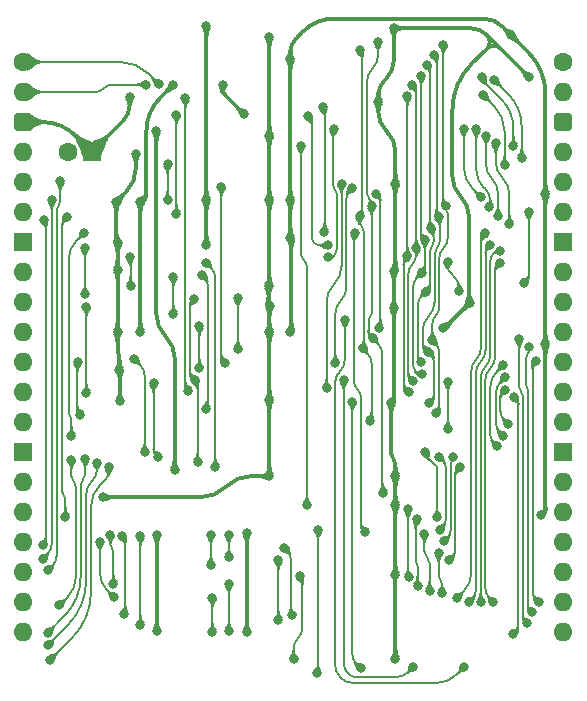
<source format=gbl>
%TF.GenerationSoftware,KiCad,Pcbnew,8.0.7*%
%TF.CreationDate,2025-01-14T11:07:17+02:00*%
%TF.ProjectId,Status Device,53746174-7573-4204-9465-766963652e6b,V1*%
%TF.SameCoordinates,Original*%
%TF.FileFunction,Copper,L2,Bot*%
%TF.FilePolarity,Positive*%
%FSLAX46Y46*%
G04 Gerber Fmt 4.6, Leading zero omitted, Abs format (unit mm)*
G04 Created by KiCad (PCBNEW 8.0.7) date 2025-01-14 11:07:17*
%MOMM*%
%LPD*%
G01*
G04 APERTURE LIST*
G04 Aperture macros list*
%AMRoundRect*
0 Rectangle with rounded corners*
0 $1 Rounding radius*
0 $2 $3 $4 $5 $6 $7 $8 $9 X,Y pos of 4 corners*
0 Add a 4 corners polygon primitive as box body*
4,1,4,$2,$3,$4,$5,$6,$7,$8,$9,$2,$3,0*
0 Add four circle primitives for the rounded corners*
1,1,$1+$1,$2,$3*
1,1,$1+$1,$4,$5*
1,1,$1+$1,$6,$7*
1,1,$1+$1,$8,$9*
0 Add four rect primitives between the rounded corners*
20,1,$1+$1,$2,$3,$4,$5,0*
20,1,$1+$1,$4,$5,$6,$7,0*
20,1,$1+$1,$6,$7,$8,$9,0*
20,1,$1+$1,$8,$9,$2,$3,0*%
G04 Aperture macros list end*
%TA.AperFunction,ComponentPad*%
%ADD10O,1.600000X1.600000*%
%TD*%
%TA.AperFunction,ComponentPad*%
%ADD11R,1.600000X1.600000*%
%TD*%
%TA.AperFunction,ComponentPad*%
%ADD12RoundRect,0.400000X-0.400000X-0.400000X0.400000X-0.400000X0.400000X0.400000X-0.400000X0.400000X0*%
%TD*%
%TA.AperFunction,ComponentPad*%
%ADD13C,1.600000*%
%TD*%
%TA.AperFunction,ViaPad*%
%ADD14C,0.800000*%
%TD*%
%TA.AperFunction,Conductor*%
%ADD15C,0.380000*%
%TD*%
%TA.AperFunction,Conductor*%
%ADD16C,0.200000*%
%TD*%
G04 APERTURE END LIST*
D10*
%TO.P,J1,20,Pin_20*%
%TO.N,unconnected-(J1-Pin_20-Pad20)*%
X0Y-48260000D03*
%TO.P,J1,19,Pin_19*%
%TO.N,unconnected-(J1-Pin_19-Pad19)*%
X0Y-45720000D03*
%TO.P,J1,18,Pin_18*%
%TO.N,unconnected-(J1-Pin_18-Pad18)*%
X0Y-43180000D03*
%TO.P,J1,17,Pin_17*%
%TO.N,unconnected-(J1-Pin_17-Pad17)*%
X0Y-40640000D03*
%TO.P,J1,16,Pin_16*%
%TO.N,unconnected-(J1-Pin_16-Pad16)*%
X0Y-38100000D03*
%TO.P,J1,15,Pin_15*%
%TO.N,~{Reset}*%
X0Y-35560000D03*
D11*
%TO.P,J1,14,Pin_14*%
%TO.N,GND*%
X0Y-33020000D03*
D10*
%TO.P,J1,13,Pin_13*%
%TO.N,unconnected-(J1-Pin_13-Pad13)*%
X0Y-30480000D03*
%TO.P,J1,12,Pin_12*%
%TO.N,unconnected-(J1-Pin_12-Pad12)*%
X0Y-27940000D03*
%TO.P,J1,11,Pin_11*%
%TO.N,unconnected-(J1-Pin_11-Pad11)*%
X0Y-25400000D03*
%TO.P,J1,10,Pin_10*%
%TO.N,unconnected-(J1-Pin_10-Pad10)*%
X0Y-22860000D03*
%TO.P,J1,9,Pin_9*%
%TO.N,unconnected-(J1-Pin_9-Pad9)*%
X0Y-20320000D03*
%TO.P,J1,8,Pin_8*%
%TO.N,unconnected-(J1-Pin_8-Pad8)*%
X0Y-17780000D03*
D11*
%TO.P,J1,7,Pin_7*%
%TO.N,GND*%
X0Y-15240000D03*
D10*
%TO.P,J1,6,Pin_6*%
%TO.N,unconnected-(J1-Pin_6-Pad6)*%
X0Y-12700000D03*
%TO.P,J1,5,Pin_5*%
%TO.N,unconnected-(J1-Pin_5-Pad5)*%
X0Y-10160000D03*
%TO.P,J1,4,Pin_4*%
%TO.N,~{Select}*%
X0Y-7620000D03*
D12*
%TO.P,J1,3,Pin_3*%
%TO.N,12V*%
X0Y-5080000D03*
D10*
%TO.P,J1,2,Pin_2*%
%TO.N,A4*%
X0Y-2540000D03*
D13*
%TO.P,J1,1,Pin_1*%
%TO.N,A3*%
X0Y0D03*
%TD*%
D10*
%TO.P,J2,20,Pin_20*%
%TO.N,~{RD}*%
X45720000Y-48260000D03*
%TO.P,J2,19,Pin_19*%
%TO.N,~{WD}*%
X45720000Y-45720000D03*
%TO.P,J2,18,Pin_18*%
%TO.N,A2*%
X45720000Y-43180000D03*
%TO.P,J2,17,Pin_17*%
%TO.N,A1*%
X45720000Y-40640000D03*
%TO.P,J2,16,Pin_16*%
%TO.N,A0*%
X45720000Y-38100000D03*
%TO.P,J2,15,Pin_15*%
%TO.N,D7*%
X45720000Y-35560000D03*
D11*
%TO.P,J2,14,Pin_14*%
%TO.N,GND*%
X45720000Y-33020000D03*
D10*
%TO.P,J2,13,Pin_13*%
%TO.N,D6*%
X45720000Y-30480000D03*
%TO.P,J2,12,Pin_12*%
%TO.N,D5*%
X45720000Y-27940000D03*
%TO.P,J2,11,Pin_11*%
%TO.N,D4*%
X45720000Y-25400000D03*
%TO.P,J2,10,Pin_10*%
%TO.N,D3*%
X45720000Y-22860000D03*
%TO.P,J2,9,Pin_9*%
%TO.N,D2*%
X45720000Y-20320000D03*
%TO.P,J2,8,Pin_8*%
%TO.N,D1*%
X45720000Y-17780000D03*
D11*
%TO.P,J2,7,Pin_7*%
%TO.N,GND*%
X45720000Y-15240000D03*
D10*
%TO.P,J2,6,Pin_6*%
%TO.N,D0*%
X45720000Y-12700000D03*
%TO.P,J2,5,Pin_5*%
%TO.N,unconnected-(J2-Pin_5-Pad5)*%
X45720000Y-10160000D03*
%TO.P,J2,4,Pin_4*%
%TO.N,H2*%
X45720000Y-7620000D03*
D12*
%TO.P,J2,3,Pin_3*%
%TO.N,unconnected-(J2-Pin_3-Pad3)*%
X45720000Y-5080000D03*
D10*
%TO.P,J2,2,Pin_2*%
%TO.N,H1*%
X45720000Y-2540000D03*
D13*
%TO.P,J2,1,Pin_1*%
%TO.N,H0*%
X45720000Y0D03*
%TD*%
%TO.P,C13,2*%
%TO.N,GND*%
X3784600Y-7595000D03*
D11*
%TO.P,C13,1*%
%TO.N,12V*%
X5784600Y-7595000D03*
%TD*%
D14*
%TO.N,/3.3V*%
X44196000Y-11176000D03*
X22606000Y254002D03*
X9906000Y-22860000D03*
X22606002Y-14858998D03*
X22606000Y-22860000D03*
X12700000Y-1905000D03*
X44196000Y-23876008D03*
X41275000Y2308473D03*
X43822000Y-38354000D03*
X16891002Y-1905000D03*
X9906000Y-11811000D03*
X18669004Y-4384000D03*
X22606000Y-11684000D03*
%TO.N,/WY_{0}*%
X4584000Y-25400000D03*
X4814000Y-29845000D03*
%TO.N,/~{WY_{1}}*%
X35235602Y-39582015D03*
X35178863Y-33395436D03*
X11025000Y-27179041D03*
X11430000Y-33401000D03*
%TO.N,/~{WY_{0}}*%
X34036000Y-33020000D03*
X10280331Y-33008000D03*
X35026000Y-38538569D03*
X9398000Y-25146000D03*
%TO.N,/WY_{1}*%
X35917000Y-16891000D03*
X5334000Y-28015000D03*
X36862081Y-19418419D03*
X5334000Y-20701000D03*
%TO.N,/~{WY_{2}}*%
X5207000Y-19667998D03*
X36354944Y-33395436D03*
X5207000Y-15748000D03*
X35599584Y-40566912D03*
X14466000Y-20059592D03*
X14744000Y-33859000D03*
X14519570Y-26917322D03*
%TO.N,/Cathode*%
X18923000Y-48260000D03*
X11303000Y-40005000D03*
X18923000Y-39878000D03*
X11303000Y-48133012D03*
%TO.N,GND*%
X31496000Y-50546000D03*
X31369000Y2880000D03*
X31496000Y-37498998D03*
X20828000Y-35052000D03*
X6730996Y-36830004D03*
X31496000Y-10289643D03*
X7874000Y-11811000D03*
X7966265Y-17581250D03*
X30059428Y-3362810D03*
X42799000Y-1269984D03*
X31496000Y-43434000D03*
X35560000Y-22479006D03*
X20828000Y-11684000D03*
X15494000Y-11684000D03*
X15494000Y-15494000D03*
X31369000Y-17653000D03*
X8165034Y-28701990D03*
X31140481Y-28841000D03*
X20828000Y-28587000D03*
X31496000Y-35051996D03*
X20828000Y-22860000D03*
X8128016Y-26035000D03*
X20828000Y-6223000D03*
X20827996Y2147000D03*
X8010202Y-15288000D03*
X20839276Y-20685510D03*
X15494000Y3048000D03*
X7966271Y-22860004D03*
X31369000Y-20828000D03*
X9525000Y-7747000D03*
X20754008Y-18947000D03*
X37804831Y-20361169D03*
%TO.N,~{Select}*%
X28944000Y-39767049D03*
X28042405Y-14478000D03*
X12204000Y-8636000D03*
X12204000Y-11713669D03*
%TO.N,H2*%
X26264000Y-5690000D03*
X25780999Y-16510001D03*
%TO.N,H1*%
X25781000Y-15494002D03*
X24130000Y-4572000D03*
%TO.N,H0*%
X25486234Y-14359221D03*
X25400000Y-3798000D03*
%TO.N,D7*%
X29572000Y-23368000D03*
X30480000Y-36449000D03*
X29476000Y-12168712D03*
X30016634Y1725000D03*
%TO.N,D6*%
X29313000Y-30350211D03*
X28725283Y-24241192D03*
X28472000Y-13029952D03*
X28474878Y996010D03*
%TO.N,D5*%
X35745339Y-12216997D03*
X34606228Y-23562314D03*
X35543000Y1483000D03*
X34958824Y-29721852D03*
%TO.N,D4*%
X34793000Y607200D03*
X34355895Y-28862212D03*
X34290000Y-24511000D03*
X35167000Y-13113616D03*
%TO.N,D3*%
X34506000Y-14070816D03*
X33699538Y-25411752D03*
X34158000Y-212000D03*
X34067000Y-19431000D03*
%TO.N,D2*%
X33717000Y-17838013D03*
X33982333Y-15048387D03*
X33749579Y-26410502D03*
X33675100Y-1144400D03*
%TO.N,D1*%
X33257000Y-15748000D03*
X32942465Y-27000896D03*
X32905000Y-1958988D03*
%TO.N,D0*%
X32513000Y-2910000D03*
X32513000Y-16458000D03*
X32648023Y-27972704D03*
X42799000Y-12700000D03*
X42418000Y-18669000D03*
%TO.N,A0*%
X32617349Y-43596721D03*
X32564245Y-37876780D03*
%TO.N,A1*%
X33365199Y-44333759D03*
X33314245Y-38715464D03*
%TO.N,A2*%
X33946000Y-39915298D03*
X34387066Y-44738649D03*
%TO.N,~{WD}*%
X35433000Y-44949006D03*
X35179000Y-41529000D03*
%TO.N,/Left \u03A9 Digit 0 F segment*%
X9906000Y-40131998D03*
X9906000Y-47625000D03*
%TO.N,/Left \u03A9 Digit 0 A segment*%
X21590000Y-42164000D03*
X21590000Y-47244000D03*
%TO.N,/5V*%
X12810970Y-34544002D03*
X11254000Y-5842000D03*
%TO.N,12V*%
X8986022Y-2951978D03*
%TO.N,/Right \u03A9 Digit 0 C segment*%
X24891998Y-51738000D03*
X24949454Y-39586909D03*
%TO.N,/Right \u03A9 Digit 0 dot*%
X22872002Y-50558002D03*
X23380000Y-43515410D03*
%TO.N,/Left \u03A9 Digit 0 B segment*%
X22098000Y-41148000D03*
X22763398Y-46848736D03*
%TO.N,/Left \u03A9 Digit 0 G segment*%
X8509000Y-46736000D03*
X8382004Y-40132000D03*
%TO.N,/Right \u03A9 Digit 0 F segment*%
X17399000Y-40005000D03*
X17399000Y-41910000D03*
%TO.N,/Right \u03A9 Digit 0 E segment*%
X6477000Y-40640000D03*
X16002000Y-48260000D03*
X16002000Y-45339000D03*
X7670139Y-45298023D03*
%TO.N,/Right \u03A9 Digit 0 G segment*%
X15875000Y-42545000D03*
X15875000Y-40005000D03*
%TO.N,/Right \u03A9 Digit 0 D segment*%
X7620000Y-44196000D03*
X7366000Y-40005000D03*
X17399000Y-44196000D03*
X17399000Y-48133000D03*
%TO.N,/Green LED Enable*%
X39878000Y-1524000D03*
X42188299Y-8085462D03*
X25663869Y-27630347D03*
X26942405Y-10287000D03*
%TO.N,/Red LED Enable*%
X40734471Y-8739000D03*
X38937570Y-2800769D03*
X27858521Y-10687921D03*
X26400860Y-25496996D03*
%TO.N,/LCD Enable*%
X17027971Y-25497001D03*
X41484471Y-7076388D03*
X16764000Y-10541000D03*
X38855373Y-1300769D03*
%TO.N,/~{WY_{3}}*%
X36015436Y-42164000D03*
X16244000Y-34290000D03*
X15494000Y-17018000D03*
X36926000Y-34290000D03*
%TO.N,/WY_{2}*%
X13967442Y-27810450D03*
X13716000Y-3048000D03*
%TO.N,/~{Switch}*%
X14902000Y-22352000D03*
X14898844Y-25938212D03*
X30099000Y-22479000D03*
X29845000Y-11127000D03*
%TO.N,/Left Digit 0 D segment*%
X40640003Y-25654003D03*
X7239000Y-34290000D03*
X2286010Y-50580071D03*
X40132000Y-32512000D03*
%TO.N,/Left Digit 0 F segment*%
X5222346Y-33580564D03*
X41053616Y-30657896D03*
X40771143Y-27742176D03*
X2073816Y-48296058D03*
%TO.N,/Left Digit 0 B segment*%
X43060000Y-46586985D03*
X42765458Y-24098911D03*
%TO.N,/Left Digit 0 E segment*%
X40789331Y-26692331D03*
X40640000Y-31623000D03*
X2110000Y-49382245D03*
X6223000Y-33909000D03*
%TO.N,/Left Digit 0 dot*%
X41460795Y-48395254D03*
X41566195Y-28365634D03*
%TO.N,/Left Digit 0 C segment*%
X43356000Y-25273000D03*
X43642871Y-45713620D03*
%TO.N,/Left Digit 0 A segment*%
X41973500Y-23476440D03*
X42660000Y-47526719D03*
%TO.N,/Left Digit 0 G segment*%
X35941000Y-31051000D03*
X35941000Y-27051000D03*
X4064000Y-33655000D03*
X3048000Y-45974000D03*
%TO.N,~{Reset}*%
X4064000Y-31623000D03*
X5164250Y-14435250D03*
%TO.N,/Reset LCD Enable*%
X9017000Y-16510000D03*
X18161000Y-20006002D03*
X9066000Y-18923000D03*
X18161000Y-24257000D03*
%TO.N,/Reset LED*%
X27225283Y-21844000D03*
X12700000Y-18173000D03*
X12700000Y-21324000D03*
X37338000Y-51181000D03*
%TO.N,/Reset LED Enable*%
X15113000Y-18034000D03*
X15494000Y-29337000D03*
%TO.N,/Green LED*%
X27844000Y-28747000D03*
X28563000Y-51308000D03*
%TO.N,/Red LED*%
X27128000Y-26924000D03*
X33020000Y-51181000D03*
%TO.N,A3*%
X11450206Y-1862346D03*
%TO.N,A4*%
X10414000Y-1905000D03*
X12954000Y-12827000D03*
X12954000Y-4445000D03*
%TO.N,/Right Digit 0 E segment*%
X40176325Y-12998482D03*
X1651000Y-40894000D03*
X1701000Y-13335000D03*
X39170545Y-6277545D03*
%TO.N,/Right Digit 0 B segment*%
X37696875Y-45700293D03*
X39485000Y-15478205D03*
%TO.N,/Right Digit 0 A segment*%
X38746679Y-45720695D03*
X40365330Y-15961570D03*
%TO.N,/Right Digit 0 C segment*%
X36703000Y-45361593D03*
X39092493Y-14490184D03*
%TO.N,/Right Digit 0 G segment*%
X38756019Y-11453922D03*
X37293411Y-5646863D03*
X3117500Y-10102500D03*
X2115683Y-42978581D03*
%TO.N,/Right Digit 0 D segment*%
X39984471Y-6889000D03*
X3683000Y-13081000D03*
X3551000Y-38481000D03*
X41148000Y-13716000D03*
%TO.N,/Right Digit 0 F segment*%
X39435179Y-12254702D03*
X1651000Y-42037000D03*
X2413000Y-11684000D03*
X38342946Y-5678221D03*
%TO.N,/Right Digit 0 dot*%
X39796681Y-45720026D03*
X40330647Y-17011000D03*
%TO.N,/~{A3+A4}*%
X23495000Y-7112000D03*
X24003000Y-37465000D03*
%TD*%
D15*
%TO.N,12V*%
X8986022Y-3672778D02*
G75*
G02*
X8476337Y-4903258I-1740172J8D01*
G01*
X4425578Y-6235978D02*
G75*
G03*
X1634800Y-5079998I-2790778J-2790772D01*
G01*
%TO.N,/5V*%
X11254000Y-21329055D02*
G75*
G03*
X12032484Y-23208486I2657910J-5D01*
G01*
X12032485Y-23208485D02*
G75*
G02*
X12810973Y-25087914I-1879385J-1879415D01*
G01*
%TO.N,GND*%
X31369000Y164007D02*
G75*
G02*
X30714222Y-1416794I-2235600J-7D01*
G01*
X30059428Y-4265119D02*
G75*
G03*
X30697464Y-5805448I2178372J19D01*
G01*
X7966271Y-24523634D02*
G75*
G03*
X8047151Y-24718856I276129J34D01*
G01*
X31140481Y-33149610D02*
G75*
G03*
X31318243Y-33578756I606919J10D01*
G01*
X19291238Y-35052000D02*
G75*
G03*
X17144987Y-35940991I-38J-3035200D01*
G01*
X7988233Y-15309968D02*
G75*
G03*
X7966277Y-15363005I53067J-53032D01*
G01*
X30515949Y-1615050D02*
G75*
G03*
X30059424Y-2717191I1102151J-1102150D01*
G01*
X36322000Y-9680171D02*
G75*
G03*
X37020492Y-11366508I2384800J-29D01*
G01*
X20754008Y-20539948D02*
G75*
G03*
X20796660Y-20642858I145592J48D01*
G01*
X17144998Y-35941002D02*
G75*
G02*
X14998757Y-36830006I-2146248J2146252D01*
G01*
X39231761Y1131762D02*
G75*
G03*
X39231754Y2297246I-582761J582738D01*
G01*
X40397254Y1131762D02*
G75*
G03*
X39231761Y1131762I-582746J-582748D01*
G01*
X9525000Y-8992566D02*
G75*
G02*
X8699498Y-10985498I-2818440J6D01*
G01*
X8047139Y-24718868D02*
G75*
G02*
X8128005Y-24914102I-195239J-195232D01*
G01*
X37020500Y-11366500D02*
G75*
G02*
X37718988Y-13052828I-1686300J-1686300D01*
G01*
X31318240Y-33578759D02*
G75*
G02*
X31495996Y-34007908I-429140J-429141D01*
G01*
X31496000Y-17436197D02*
G75*
G02*
X31432501Y-17589501I-216800J-3D01*
G01*
X37719000Y-20214646D02*
G75*
G03*
X37761943Y-20318225I146500J46D01*
G01*
X7874000Y-15055488D02*
G75*
G03*
X7942098Y-15219902I232500J-12D01*
G01*
X39231762Y2297254D02*
G75*
G03*
X37824888Y2879998I-1406862J-1406854D01*
G01*
X8146525Y-26053509D02*
G75*
G02*
X8165027Y-26098193I-44725J-44691D01*
G01*
X35731893Y-22434106D02*
G75*
G02*
X35623497Y-22479000I-108393J108406D01*
G01*
X30777714Y-5885714D02*
G75*
G02*
X31495988Y-7619809I-1734114J-1734086D01*
G01*
X31369003Y-28450888D02*
G75*
G02*
X31254746Y-28726743I-390103J-12D01*
G01*
X20828000Y-18820687D02*
G75*
G02*
X20791008Y-18910008I-126300J-13D01*
G01*
X20833638Y-20691148D02*
G75*
G03*
X20827957Y-20704759I13562J-13652D01*
G01*
X37915792Y-184207D02*
G75*
G03*
X36321959Y-4031963I3847708J-3847793D01*
G01*
X39231762Y2297254D02*
X40397254Y1131762D01*
%TO.N,/3.3V*%
X42735500Y847973D02*
G75*
G02*
X44195998Y-2677985I-3526000J-3525973D01*
G01*
X26291643Y3683000D02*
G75*
G03*
X23685487Y2603513I-43J-3685600D01*
G01*
X40587736Y2995736D02*
G75*
G03*
X38928535Y3683014I-1659236J-1659236D01*
G01*
X16891002Y-2255499D02*
G75*
G03*
X17138838Y-2853842I846198J-1D01*
G01*
X11557000Y-3048000D02*
G75*
G03*
X10414003Y-5807446I2759440J-2759440D01*
G01*
X44196000Y-37715542D02*
G75*
G02*
X44008988Y-38166988I-638500J42D01*
G01*
X22646203Y-14899199D02*
G75*
G02*
X22686423Y-14996254I-97103J-97101D01*
G01*
X10414000Y-10943789D02*
G75*
G02*
X10160003Y-11557003I-867200J-11D01*
G01*
X23055012Y1973012D02*
G75*
G03*
X22605992Y889001I1083988J-1084012D01*
G01*
X22686405Y-22722740D02*
G75*
G02*
X22646192Y-22819787I-137305J40D01*
G01*
D16*
%TO.N,/~{A3+A4}*%
X23749000Y-16764000D02*
G75*
G02*
X24002996Y-17377210I-613200J-613200D01*
G01*
X23495000Y-16150789D02*
G75*
G03*
X23748997Y-16764003I867200J-11D01*
G01*
%TO.N,/Right Digit 0 dot*%
X39522000Y-25929058D02*
G75*
G03*
X39109029Y-26926128I997100J-997042D01*
G01*
X39109000Y-44546081D02*
G75*
G03*
X39452840Y-45376185I1173900J-19D01*
G01*
X39935000Y-24931987D02*
G75*
G02*
X39522012Y-25929070I-1410100J-13D01*
G01*
X40132823Y-17208823D02*
G75*
G03*
X39935004Y-17686411I477577J-477577D01*
G01*
%TO.N,/Right Digit 0 F segment*%
X2401000Y-40756669D02*
G75*
G02*
X2026000Y-41662000I-1280342J4D01*
G01*
X2407000Y-11690000D02*
G75*
G03*
X2400994Y-11704485I14500J-14500D01*
G01*
X38342946Y-9157771D02*
G75*
G03*
X38924475Y-10561731I1985454J-29D01*
G01*
X39138110Y-10775352D02*
G75*
G02*
X39506045Y-11663561I-888210J-888248D01*
G01*
X39506019Y-12133770D02*
G75*
G02*
X39470611Y-12219294I-120919J-30D01*
G01*
%TO.N,/Right Digit 0 D segment*%
X3492500Y-13271500D02*
G75*
G03*
X3302003Y-13731407I459900J-459900D01*
G01*
X3429000Y-36703000D02*
G75*
G02*
X3555998Y-37009605I-306600J-306600D01*
G01*
X3556000Y-38472464D02*
G75*
G02*
X3553510Y-38478510I-8500J-36D01*
G01*
X3302000Y-36396394D02*
G75*
G03*
X3428998Y-36703002I433600J-6D01*
G01*
X40566235Y-9832235D02*
G75*
G02*
X41147963Y-11236739I-1404535J-1404465D01*
G01*
X39984471Y-8427731D02*
G75*
G03*
X40566259Y-9832211I1986229J31D01*
G01*
%TO.N,/Right Digit 0 G segment*%
X3117500Y-11816361D02*
G75*
G02*
X2959249Y-12198410I-540300J1D01*
G01*
X2959250Y-12198411D02*
G75*
G03*
X2800972Y-12580460I382050J-382089D01*
G01*
X2801000Y-41808671D02*
G75*
G02*
X2458343Y-42635924I-1169920J1D01*
G01*
X37293411Y-8957093D02*
G75*
G03*
X38024720Y-10722613I2496789J-7D01*
G01*
%TO.N,/Right Digit 0 C segment*%
X37909000Y-43302822D02*
G75*
G02*
X37305995Y-44758588I-2058800J22D01*
G01*
X38322000Y-25178000D02*
G75*
G03*
X37908988Y-26175070I997100J-997100D01*
G01*
X38913746Y-14668930D02*
G75*
G03*
X38734979Y-15100462I431554J-431570D01*
G01*
X38735000Y-24180929D02*
G75*
G02*
X38321991Y-25177991I-1410100J29D01*
G01*
%TO.N,/Right Digit 0 A segment*%
X39535000Y-24766301D02*
G75*
G02*
X39122005Y-25763377I-1410100J1D01*
G01*
X39122000Y-25763372D02*
G75*
G03*
X38709039Y-26760442I997100J-997028D01*
G01*
X38709000Y-45656372D02*
G75*
G03*
X38727830Y-45701864I64300J-28D01*
G01*
X40205380Y-15961570D02*
G75*
G03*
X39932343Y-16074686I20J-386130D01*
G01*
X39790215Y-16216785D02*
G75*
G03*
X39535032Y-16832928I616185J-616115D01*
G01*
%TO.N,/Right Digit 0 B segment*%
X38722000Y-25343686D02*
G75*
G03*
X38308978Y-26340756I997100J-997114D01*
G01*
X39310000Y-15653205D02*
G75*
G03*
X39134998Y-16075692I422500J-422495D01*
G01*
X39135000Y-24346615D02*
G75*
G02*
X38721998Y-25343684I-1410100J15D01*
G01*
X38309000Y-44655330D02*
G75*
G02*
X38002930Y-45394223I-1045000J30D01*
G01*
%TO.N,/Right Digit 0 E segment*%
X39673435Y-9870529D02*
G75*
G02*
X40176330Y-11084612I-1214035J-1214071D01*
G01*
X1803000Y-13437000D02*
G75*
G02*
X1905000Y-13683249I-246250J-246250D01*
G01*
X39170545Y-8656445D02*
G75*
G03*
X39673461Y-9870503I1716955J45D01*
G01*
X1905000Y-40460394D02*
G75*
G02*
X1778002Y-40767002I-433600J-6D01*
G01*
%TO.N,A4*%
X6794500Y-2222500D02*
G75*
G02*
X6027987Y-2539995I-766500J766500D01*
G01*
X7561012Y-1905000D02*
G75*
G03*
X6794496Y-2222496I-12J-1084000D01*
G01*
%TO.N,A3*%
X10519033Y-931173D02*
G75*
G03*
X8270982Y-5I-2248033J-2248027D01*
G01*
%TO.N,/Red LED*%
X32566000Y-51635000D02*
G75*
G02*
X31469947Y-52089019I-1096100J1096100D01*
G01*
X27128000Y-50919631D02*
G75*
G03*
X27470509Y-51746491I1169400J31D01*
G01*
X27470500Y-51746500D02*
G75*
G03*
X28297368Y-52089013I826900J826900D01*
G01*
%TO.N,/Green LED*%
X27844000Y-50080590D02*
G75*
G03*
X28203497Y-50948503I1227400J-10D01*
G01*
%TO.N,/Reset LED Enable*%
X15602000Y-29152632D02*
G75*
G02*
X15547990Y-29282990I-184400J32D01*
G01*
X15357500Y-18278500D02*
G75*
G02*
X15602010Y-18868775I-590300J-590300D01*
G01*
%TO.N,/Reset LED*%
X36639500Y-51879500D02*
G75*
G02*
X34953171Y-52577988I-1686300J1686300D01*
G01*
X27225283Y-25134597D02*
G75*
G02*
X26801639Y-26157356I-1446383J-3D01*
G01*
X26378000Y-50995512D02*
G75*
G03*
X26841504Y-52114496I1582500J12D01*
G01*
X26841500Y-52114500D02*
G75*
G03*
X27960487Y-52578005I1119000J1119000D01*
G01*
X26801641Y-26157358D02*
G75*
G03*
X26378012Y-27180119I1022759J-1022742D01*
G01*
%TO.N,/Reset LCD Enable*%
X9041500Y-16534500D02*
G75*
G02*
X9066021Y-16593648I-59200J-59200D01*
G01*
%TO.N,~{Reset}*%
X3834000Y-29682365D02*
G75*
G03*
X3948999Y-29960001I392630J-5D01*
G01*
X4499125Y-15100375D02*
G75*
G03*
X3833997Y-16706128I1605745J-1605755D01*
G01*
X3949000Y-29960000D02*
G75*
G02*
X4063986Y-30237634I-277600J-277600D01*
G01*
%TO.N,/Left Digit 0 G segment*%
X4445004Y-43589164D02*
G75*
G02*
X3746501Y-45275497I-2384844J4D01*
G01*
X4254502Y-35496502D02*
G75*
G02*
X4444997Y-35956414I-459902J-459898D01*
G01*
X4064000Y-35036589D02*
G75*
G03*
X4254500Y-35496504I650400J-11D01*
G01*
%TO.N,/Left Digit 0 A segment*%
X41973500Y-27500420D02*
G75*
G03*
X42141769Y-27906593I574400J20D01*
G01*
X42141750Y-27906612D02*
G75*
G02*
X42310010Y-28312803I-406150J-406188D01*
G01*
X42310000Y-46929231D02*
G75*
G03*
X42485013Y-47351706I597500J31D01*
G01*
%TO.N,/Left Digit 0 C segment*%
X43117000Y-44815902D02*
G75*
G03*
X43379940Y-45450679I897700J2D01*
G01*
X43236500Y-25392500D02*
G75*
G03*
X43116999Y-25680998I288500J-288500D01*
G01*
%TO.N,/Left Digit 0 dot*%
X41910000Y-47628413D02*
G75*
G02*
X41685382Y-48170636I-766800J13D01*
G01*
X41738097Y-28537536D02*
G75*
G02*
X41909971Y-28952545I-414997J-414964D01*
G01*
%TO.N,/Left Digit 0 E segment*%
X39986000Y-30506552D02*
G75*
G03*
X40312986Y-31296014I1116400J-48D01*
G01*
X6223000Y-34480500D02*
G75*
G02*
X5818884Y-35456107I-1379700J0D01*
G01*
X2131817Y-49298718D02*
G75*
G03*
X2109996Y-49351390I52683J-52682D01*
G01*
X40387665Y-27093996D02*
G75*
G03*
X39986010Y-28063702I969735J-969704D01*
G01*
X5315000Y-43861572D02*
G75*
G02*
X3721207Y-47709328I-5441559J4D01*
G01*
X5769000Y-35506000D02*
G75*
G03*
X5314998Y-36602052I1096040J-1096050D01*
G01*
%TO.N,/Left Digit 0 B segment*%
X42765458Y-24515654D02*
G75*
G02*
X42655254Y-24781796I-376358J-46D01*
G01*
X42710000Y-45989497D02*
G75*
G03*
X42884996Y-46411989I597500J-3D01*
G01*
X42627500Y-27514500D02*
G75*
G02*
X42710011Y-27713672I-199200J-199200D01*
G01*
X42545000Y-27315327D02*
G75*
G03*
X42627508Y-27514492I281700J27D01*
G01*
X42655229Y-24781771D02*
G75*
G03*
X42544978Y-25047887I266071J-266129D01*
G01*
%TO.N,/Left Digit 0 F segment*%
X4845000Y-43565351D02*
G75*
G02*
X3459408Y-46910466I-4730710J1D01*
G01*
X40386000Y-29518204D02*
G75*
G03*
X40719808Y-30324088I1139700J4D01*
G01*
X5033673Y-35352327D02*
G75*
G03*
X4845026Y-35807823I455527J-455473D01*
G01*
X40578571Y-27934747D02*
G75*
G03*
X40385974Y-28399656I464929J-464953D01*
G01*
X5222346Y-34896830D02*
G75*
G02*
X5033674Y-35352328I-644176J0D01*
G01*
%TO.N,/Left Digit 0 D segment*%
X7239000Y-34671000D02*
G75*
G02*
X6969589Y-35321404I-919800J0D01*
G01*
X5715000Y-44897117D02*
G75*
G02*
X4121207Y-48744873I-5441559J4D01*
G01*
X39509000Y-31448472D02*
G75*
G03*
X39820492Y-32200508I1063500J-28D01*
G01*
X40074501Y-26219504D02*
G75*
G03*
X39509019Y-27584745I1365199J-1365196D01*
G01*
X6477000Y-35814000D02*
G75*
G03*
X5714997Y-37653630I1839620J-1839630D01*
G01*
%TO.N,/~{Switch}*%
X14902000Y-25932824D02*
G75*
G02*
X14900412Y-25936624I-5400J24D01*
G01*
X30226000Y-22262197D02*
G75*
G02*
X30162501Y-22415501I-216800J-3D01*
G01*
X30035500Y-11317500D02*
G75*
G02*
X30225997Y-11777407I-459900J-459900D01*
G01*
%TO.N,/WY_{2}*%
X13716000Y-27381211D02*
G75*
G03*
X13841735Y-27684715I429200J11D01*
G01*
%TO.N,/~{WY_{3}}*%
X36751000Y-34465000D02*
G75*
G03*
X36575995Y-34887487I422500J-422500D01*
G01*
X36576000Y-41207057D02*
G75*
G02*
X36295730Y-41883730I-956900J-43D01*
G01*
X15869000Y-17393000D02*
G75*
G02*
X16243988Y-18298330I-905300J-905300D01*
G01*
%TO.N,/LCD Enable*%
X40454719Y-3134058D02*
G75*
G02*
X41484478Y-5620099I-2486019J-2486042D01*
G01*
X16764000Y-25046374D02*
G75*
G03*
X16895978Y-25365022I450600J-26D01*
G01*
X38855373Y-1417740D02*
G75*
G03*
X38938097Y-1617410I282427J40D01*
G01*
%TO.N,/Red LED Enable*%
X27342405Y-19065345D02*
G75*
G02*
X26871607Y-20201865I-1607305J45D01*
G01*
X26871632Y-20201890D02*
G75*
G03*
X26400891Y-21338435I1136568J-1136510D01*
G01*
X39836020Y-3699219D02*
G75*
G02*
X40734501Y-5868270I-2169020J-2169081D01*
G01*
X27600463Y-10945979D02*
G75*
G03*
X27342404Y-11568986I623037J-623021D01*
G01*
%TO.N,/Green LED Enable*%
X41033149Y-2679149D02*
G75*
G02*
X42188288Y-5467927I-2788749J-2788751D01*
G01*
X26942405Y-17238533D02*
G75*
G02*
X26303122Y-18781848I-2182605J33D01*
G01*
X26303137Y-18781863D02*
G75*
G03*
X25663873Y-20325192I1543363J-1543337D01*
G01*
%TO.N,/Right \u03A9 Digit 0 D segment*%
X7493000Y-41148000D02*
G75*
G02*
X7619998Y-41454605I-306600J-306600D01*
G01*
X7366000Y-40841394D02*
G75*
G03*
X7492998Y-41148002I433600J-6D01*
G01*
%TO.N,/Right \u03A9 Digit 0 E segment*%
X6477000Y-43261207D02*
G75*
G03*
X7073576Y-44701446I2036800J7D01*
G01*
%TO.N,/Left \u03A9 Digit 0 G segment*%
X8624000Y-46539682D02*
G75*
G02*
X8566505Y-46678505I-196300J-18D01*
G01*
X8503002Y-40252998D02*
G75*
G02*
X8623995Y-40545113I-292102J-292102D01*
G01*
%TO.N,/Left \u03A9 Digit 0 B segment*%
X22364000Y-41414000D02*
G75*
G02*
X22630008Y-42056180I-642200J-642200D01*
G01*
X22630000Y-46621011D02*
G75*
G03*
X22696710Y-46782026I227700J11D01*
G01*
%TO.N,/Right \u03A9 Digit 0 dot*%
X23501000Y-43636410D02*
G75*
G02*
X23621985Y-43928529I-292100J-292090D01*
G01*
X23622000Y-47856671D02*
G75*
G02*
X23247010Y-48762008I-1280300J-29D01*
G01*
X23247001Y-48761999D02*
G75*
G03*
X22872012Y-49667326I905299J-905301D01*
G01*
%TO.N,/Right \u03A9 Digit 0 C segment*%
X24949454Y-51639916D02*
G75*
G02*
X24920712Y-51709258I-98054J16D01*
G01*
%TO.N,~{WD}*%
X35164725Y-41543274D02*
G75*
G03*
X35150480Y-41577736I34475J-34426D01*
G01*
X35150451Y-43488207D02*
G75*
G03*
X35291727Y-43829272I482349J7D01*
G01*
X35291725Y-43829274D02*
G75*
G02*
X35432954Y-44170341I-341125J-341026D01*
G01*
%TO.N,A2*%
X33946000Y-41381119D02*
G75*
G03*
X34166552Y-41913514I752900J19D01*
G01*
X34166533Y-41913533D02*
G75*
G02*
X34387027Y-42445946I-532433J-532367D01*
G01*
%TO.N,A1*%
X33196000Y-42220358D02*
G75*
G03*
X33280587Y-42424611I288800J-42D01*
G01*
X33255122Y-38774586D02*
G75*
G03*
X33196027Y-38917320I142778J-142714D01*
G01*
X33280599Y-42424599D02*
G75*
G02*
X33365182Y-42628840I-204199J-204201D01*
G01*
%TO.N,A0*%
X32564245Y-43506066D02*
G75*
G03*
X32590780Y-43570186I90655J-34D01*
G01*
%TO.N,D0*%
X32193896Y-27197460D02*
G75*
G03*
X32420947Y-27745652I775204J-40D01*
G01*
X32353448Y-16617552D02*
G75*
G03*
X32193916Y-17002744I385152J-385148D01*
G01*
X42799000Y-18018592D02*
G75*
G02*
X42608502Y-18478502I-650400J-8D01*
G01*
%TO.N,D1*%
X33257000Y-16312188D02*
G75*
G02*
X32925503Y-17112503I-1131800J-12D01*
G01*
X33080000Y-2133988D02*
G75*
G02*
X33255014Y-2556475I-422500J-422512D01*
G01*
X32594000Y-26406029D02*
G75*
G03*
X32768240Y-26826655I594900J29D01*
G01*
X33255000Y-15744585D02*
G75*
G03*
X33255996Y-15747004I3400J-15D01*
G01*
X32925500Y-17112500D02*
G75*
G03*
X32594005Y-17912811I800300J-800300D01*
G01*
%TO.N,D2*%
X33655000Y-14489594D02*
G75*
G03*
X33818662Y-14884724I558800J-6D01*
G01*
X33270316Y-26285316D02*
G75*
G03*
X33572540Y-26410475I302184J302216D01*
G01*
X33355500Y-18199513D02*
G75*
G03*
X32994025Y-19072251I872700J-872687D01*
G01*
X32994000Y-25725095D02*
G75*
G03*
X33194750Y-26209752I685400J-5D01*
G01*
X33665050Y-1154450D02*
G75*
G03*
X33655005Y-1178712I24250J-24250D01*
G01*
X33982333Y-17385061D02*
G75*
G02*
X33849682Y-17705362I-452933J-39D01*
G01*
%TO.N,D3*%
X34588500Y-15588130D02*
G75*
G03*
X34416966Y-16002167I414000J-414070D01*
G01*
X34506000Y-14298394D02*
G75*
G03*
X34632998Y-14605002I433600J-6D01*
G01*
X34633000Y-14605000D02*
G75*
G02*
X34759998Y-14911605I-306600J-306600D01*
G01*
X34287500Y-341500D02*
G75*
G02*
X34416983Y-654140I-312600J-312600D01*
G01*
X34760000Y-15174092D02*
G75*
G02*
X34588496Y-15588126I-585500J-8D01*
G01*
X34417000Y-13918883D02*
G75*
G03*
X34461498Y-14026318I151900J-17D01*
G01*
X34417000Y-18833512D02*
G75*
G02*
X34241996Y-19255996I-597500J12D01*
G01*
X33730500Y-19767500D02*
G75*
G03*
X33393993Y-20579882I812400J-812400D01*
G01*
X33394000Y-24890166D02*
G75*
G03*
X33546749Y-25259003I521600J-34D01*
G01*
%TO.N,D4*%
X34995339Y-12820572D02*
G75*
G03*
X35081152Y-13027802I293061J-28D01*
G01*
X35256000Y-15175894D02*
G75*
G02*
X35036499Y-15705813I-749400J-6D01*
G01*
X34305500Y-21516814D02*
G75*
G03*
X33793998Y-22751684I1234900J-1234886D01*
G01*
X34894169Y506030D02*
G75*
G02*
X34995321Y261785I-244269J-244230D01*
G01*
X34817000Y-20281943D02*
G75*
G02*
X34305484Y-21516798I-1746400J43D01*
G01*
X34534500Y-24755500D02*
G75*
G02*
X34779010Y-25345775I-590300J-590300D01*
G01*
X33794000Y-23664275D02*
G75*
G03*
X34041993Y-24263007I846700J-25D01*
G01*
X35211500Y-13158116D02*
G75*
G02*
X35256046Y-13265548I-107400J-107484D01*
G01*
X35036500Y-15705814D02*
G75*
G03*
X34817018Y-16235733I529900J-529886D01*
G01*
X34779000Y-28139926D02*
G75*
G02*
X34567437Y-28650649I-722300J26D01*
G01*
%TO.N,D5*%
X34911614Y-21476386D02*
G75*
G03*
X34606200Y-22213653I737286J-737314D01*
G01*
X34898614Y-23854700D02*
G75*
G02*
X35191003Y-24560582I-705914J-705900D01*
G01*
X35567000Y-15741000D02*
G75*
G03*
X35216990Y-16585974I845000J-845000D01*
G01*
X35831169Y-12614169D02*
G75*
G02*
X35917025Y-12821382I-207169J-207231D01*
G01*
X35917000Y-14896025D02*
G75*
G02*
X35566993Y-15740993I-1195000J25D01*
G01*
X35543000Y-11871582D02*
G75*
G03*
X35644163Y-12115833I345400J-18D01*
G01*
X35191000Y-29325502D02*
G75*
G02*
X35074921Y-29605773I-396400J2D01*
G01*
X35217000Y-20739118D02*
G75*
G02*
X34911614Y-21476386I-1042700J18D01*
G01*
X35745339Y-12406956D02*
G75*
G03*
X35831144Y-12614194I293061J-44D01*
G01*
%TO.N,D6*%
X28578377Y892510D02*
G75*
G02*
X28681903Y642640I-249877J-249910D01*
G01*
X29098141Y-24614050D02*
G75*
G02*
X29470998Y-25514210I-900141J-900150D01*
G01*
X28635000Y-13903000D02*
G75*
G02*
X28822017Y-14354457I-451500J-451500D01*
G01*
X28681877Y-12671669D02*
G75*
G02*
X28576953Y-12925028I-358277J-31D01*
G01*
X29471000Y-30080488D02*
G75*
G02*
X29392001Y-30271212I-269700J-12D01*
G01*
X28822000Y-24076085D02*
G75*
G02*
X28773647Y-24192839I-165100J-15D01*
G01*
X28448000Y-13451542D02*
G75*
G03*
X28635012Y-13902988I638500J42D01*
G01*
X28460000Y-13041952D02*
G75*
G03*
X28448025Y-13070922I29000J-28948D01*
G01*
%TO.N,D7*%
X29222000Y-22770512D02*
G75*
G03*
X29397004Y-23192996I597500J12D01*
G01*
X30391000Y-36297067D02*
G75*
G03*
X30435490Y-36404510I151900J-33D01*
G01*
X29095000Y-11168253D02*
G75*
G03*
X29285478Y-11628183I650400J-47D01*
G01*
X29476000Y-21283394D02*
G75*
G02*
X29349002Y-21590002I-433600J-6D01*
G01*
X29352238Y-11694899D02*
G75*
G02*
X29476024Y-11993686I-298738J-298801D01*
G01*
X29555817Y-543183D02*
G75*
G03*
X29094987Y-1655693I1112483J-1112517D01*
G01*
X30016634Y569327D02*
G75*
G02*
X29555832Y-543198I-1573334J-27D01*
G01*
X29349000Y-21590000D02*
G75*
G03*
X29222002Y-21896605I306600J-306600D01*
G01*
X29981500Y-23777500D02*
G75*
G02*
X30390992Y-24766120I-988600J-988600D01*
G01*
%TO.N,H0*%
X25515199Y-14309774D02*
G75*
G02*
X25500740Y-14344762I-49499J-26D01*
G01*
X25457599Y-3855599D02*
G75*
G02*
X25515217Y-3994656I-139099J-139101D01*
G01*
%TO.N,H1*%
X24584001Y-15313001D02*
G75*
G03*
X25020976Y-15494011I436999J437001D01*
G01*
X24266500Y-4708500D02*
G75*
G02*
X24402983Y-5038040I-329500J-329500D01*
G01*
X24403000Y-14876025D02*
G75*
G03*
X24584009Y-15312993I618000J25D01*
G01*
%TO.N,H2*%
X26542405Y-15860607D02*
G75*
G02*
X26352201Y-16319797I-649405J7D01*
G01*
X26228202Y-5725797D02*
G75*
G03*
X26192411Y-5812220I86398J-86403D01*
G01*
X26296702Y-16375297D02*
G75*
G02*
X25971499Y-16510002I-325202J325197D01*
G01*
X26192405Y-10350173D02*
G75*
G03*
X26367390Y-10772676I597495J-27D01*
G01*
X26367405Y-10772661D02*
G75*
G02*
X26542436Y-11195148I-422505J-422539D01*
G01*
%TO.N,~{Select}*%
X28284641Y-27731980D02*
G75*
G02*
X28593978Y-28478837I-746841J-746820D01*
G01*
X28008844Y-14511561D02*
G75*
G03*
X27975282Y-14592584I81056J-81039D01*
G01*
X27975283Y-26985123D02*
G75*
G03*
X28284652Y-27731969I1056217J23D01*
G01*
X28594000Y-39169561D02*
G75*
G03*
X28768978Y-39592071I597500J-39D01*
G01*
%TO.N,/~{WY_{2}}*%
X14291000Y-20234592D02*
G75*
G03*
X14115989Y-20657079I422500J-422508D01*
G01*
X14116000Y-26228384D02*
G75*
G03*
X14317785Y-26715537I688900J-16D01*
G01*
X36265472Y-33819528D02*
G75*
G03*
X36176030Y-34035532I216028J-215972D01*
G01*
X14631785Y-27029537D02*
G75*
G02*
X14743974Y-27300447I-270885J-270863D01*
G01*
X36354944Y-33603523D02*
G75*
G02*
X36265454Y-33819510I-305444J23D01*
G01*
X36176000Y-39582908D02*
G75*
G02*
X35887787Y-40278699I-984000J8D01*
G01*
%TO.N,/WY_{1}*%
X35917000Y-17260000D02*
G75*
G03*
X36177931Y-17889913I890800J0D01*
G01*
X36563562Y-18275562D02*
G75*
G02*
X36862124Y-18996250I-720662J-720738D01*
G01*
%TO.N,/~{WY_{0}}*%
X34812411Y-34089645D02*
G75*
G03*
X34947101Y-34145448I134689J134645D01*
G01*
X35026000Y-34224335D02*
G75*
G03*
X34947101Y-34145400I-78900J35D01*
G01*
X34036000Y-33166617D02*
G75*
G03*
X34139674Y-33416906I354000J17D01*
G01*
X9839165Y-25587165D02*
G75*
G02*
X10280308Y-26652233I-1065065J-1065035D01*
G01*
%TO.N,/~{WY_{1}}*%
X35776000Y-38659499D02*
G75*
G02*
X35505799Y-39311814I-922500J-1D01*
G01*
X35477431Y-33694004D02*
G75*
G02*
X35775984Y-34414812I-720831J-720796D01*
G01*
X11025000Y-32709621D02*
G75*
G03*
X11227506Y-33198494I691400J21D01*
G01*
%TO.N,/WY_{0}*%
X4572000Y-29431880D02*
G75*
G03*
X4692994Y-29724006I413100J-20D01*
G01*
X4578000Y-25406000D02*
G75*
G03*
X4571994Y-25420485I14500J-14500D01*
G01*
%TO.N,/~{WY_{3}}*%
X16244000Y-34290000D02*
X16244000Y-18298330D01*
X15494000Y-17018000D02*
X15869000Y-17393000D01*
%TO.N,/LCD Enable*%
X16764000Y-10541000D02*
X16764000Y-25046374D01*
X17027971Y-25497001D02*
X16895985Y-25365015D01*
%TO.N,/WY_{2}*%
X13967442Y-27810450D02*
X13841721Y-27684729D01*
%TO.N,/~{Switch}*%
X14900422Y-25936634D02*
X14898844Y-25938212D01*
%TO.N,/~{WY_{2}}*%
X14631785Y-27029537D02*
X14519570Y-26917322D01*
%TO.N,/~{Switch}*%
X14902000Y-25932824D02*
X14902000Y-22352000D01*
%TO.N,/~{WY_{2}}*%
X14744000Y-27300447D02*
X14744000Y-33859000D01*
X14317785Y-26715537D02*
X14519570Y-26917322D01*
X14116000Y-20657079D02*
X14116000Y-26228384D01*
X14291000Y-20234592D02*
X14466000Y-20059592D01*
%TO.N,/WY_{2}*%
X13716000Y-3048000D02*
X13716000Y-27381211D01*
%TO.N,H2*%
X25780999Y-16510001D02*
X25971499Y-16510001D01*
X26542405Y-15860607D02*
X26542405Y-11195148D01*
X26192405Y-5812220D02*
X26192405Y-10350173D01*
X26228202Y-5725797D02*
X26264000Y-5690000D01*
X26352201Y-16319797D02*
X26296702Y-16375297D01*
%TO.N,H1*%
X25781000Y-15494002D02*
X25020976Y-15494002D01*
X24266500Y-4708500D02*
X24130000Y-4572000D01*
X24403000Y-5038040D02*
X24403000Y-14876025D01*
%TO.N,H0*%
X25486234Y-14359221D02*
X25500716Y-14344738D01*
X25400000Y-3798000D02*
X25457599Y-3855599D01*
X25515199Y-14309774D02*
X25515199Y-3994656D01*
%TO.N,/WY_{1}*%
X36862081Y-19418419D02*
X36862081Y-18996250D01*
X36177922Y-17889922D02*
X36563562Y-18275562D01*
X35917000Y-16891000D02*
X35917000Y-17260000D01*
%TO.N,A0*%
X32564245Y-43506066D02*
X32564245Y-37876780D01*
X32590797Y-43570169D02*
X32617349Y-43596721D01*
%TO.N,A1*%
X33314245Y-38715464D02*
X33255122Y-38774586D01*
X33196000Y-42220358D02*
X33196000Y-38917320D01*
X33365199Y-44333759D02*
X33365199Y-42628840D01*
%TO.N,A2*%
X34387066Y-42445946D02*
X34387066Y-44738649D01*
X33946000Y-41381119D02*
X33946000Y-39915298D01*
%TO.N,/Right Digit 0 A segment*%
X40365330Y-15961570D02*
X40205380Y-15961570D01*
X38709000Y-26760442D02*
X38709000Y-45656372D01*
X39535000Y-24766301D02*
X39535000Y-16832928D01*
X39932328Y-16074671D02*
X39790215Y-16216785D01*
X38746679Y-45720695D02*
X38727839Y-45701855D01*
D15*
%TO.N,/3.3V*%
X40587736Y2995736D02*
X41275000Y2308473D01*
X23685500Y2603500D02*
X23055012Y1973012D01*
X22606000Y254002D02*
X22606000Y889001D01*
X26291643Y3683000D02*
X38928535Y3683000D01*
X42735500Y847973D02*
X41275000Y2308473D01*
X44196000Y-11176000D02*
X44196000Y-2677985D01*
D16*
%TO.N,/Left Digit 0 D segment*%
X7239000Y-34671000D02*
X7239000Y-34290000D01*
X6969592Y-35321407D02*
X6477000Y-35814000D01*
X5715000Y-44897117D02*
X5715000Y-37653630D01*
X4121207Y-48744873D02*
X2286010Y-50580071D01*
%TO.N,/Red LED*%
X31469947Y-52089000D02*
X28297368Y-52089000D01*
X27128000Y-50919631D02*
X27128000Y-26924000D01*
X32566000Y-51635000D02*
X33020000Y-51181000D01*
%TO.N,D7*%
X29397000Y-23193000D02*
X29572000Y-23368000D01*
X29222000Y-22770512D02*
X29222000Y-21896605D01*
X29476000Y-12168712D02*
X29476000Y-21283394D01*
X30016634Y1725000D02*
X30016634Y569327D01*
X29095000Y-11168253D02*
X29095000Y-1655693D01*
X29285500Y-11628161D02*
X29352238Y-11694899D01*
%TO.N,/~{Switch}*%
X29845000Y-11127000D02*
X30035500Y-11317500D01*
X30226000Y-22262197D02*
X30226000Y-11777407D01*
X30099000Y-22479000D02*
X30162500Y-22415500D01*
%TO.N,D7*%
X29476000Y-12168712D02*
X29476000Y-11993686D01*
%TO.N,/Red LED Enable*%
X26400860Y-25496996D02*
X26400860Y-21338435D01*
X27858521Y-10687921D02*
X27600463Y-10945979D01*
X27342405Y-19065345D02*
X27342405Y-11568986D01*
D15*
%TO.N,GND*%
X19291238Y-35052000D02*
X20828000Y-35052000D01*
X14998757Y-36830004D02*
X6730996Y-36830004D01*
D16*
%TO.N,/Left Digit 0 F segment*%
X3459408Y-46910466D02*
X2073816Y-48296058D01*
X4845000Y-43565351D02*
X4845000Y-35807823D01*
X5222346Y-33580564D02*
X5222346Y-34896830D01*
%TO.N,/Left Digit 0 E segment*%
X6223000Y-33909000D02*
X6223000Y-34480500D01*
X5818888Y-35456111D02*
X5769000Y-35506000D01*
X5315000Y-43861572D02*
X5315000Y-36602052D01*
X2131817Y-49298718D02*
X3721207Y-47709328D01*
X2110000Y-49351390D02*
X2110000Y-49382245D01*
%TO.N,~{Reset}*%
X4064000Y-31623000D02*
X4064000Y-30237634D01*
X3834000Y-29682365D02*
X3834000Y-16706128D01*
%TO.N,/Left Digit 0 G segment*%
X4445004Y-43589164D02*
X4445004Y-35956414D01*
X4064000Y-33655000D02*
X4064000Y-35036589D01*
X3746502Y-45275498D02*
X3048000Y-45974000D01*
X35941000Y-27051000D02*
X35941000Y-31051000D01*
%TO.N,D4*%
X34355895Y-28862212D02*
X34567447Y-28650659D01*
X34290000Y-24511000D02*
X34534500Y-24755500D01*
%TO.N,D5*%
X35191000Y-24560582D02*
X35191000Y-29325502D01*
X34898614Y-23854700D02*
X34606228Y-23562314D01*
X35074912Y-29605764D02*
X34958824Y-29721852D01*
%TO.N,D4*%
X34779000Y-25345775D02*
X34779000Y-28139926D01*
%TO.N,D2*%
X33355500Y-18199513D02*
X33717000Y-17838013D01*
X32994000Y-19072251D02*
X32994000Y-25725095D01*
X33270316Y-26285316D02*
X33194751Y-26209751D01*
X33749579Y-26410502D02*
X33572540Y-26410502D01*
D15*
%TO.N,GND*%
X37804831Y-20361169D02*
X35731893Y-22434106D01*
X35560000Y-22479006D02*
X35623497Y-22479006D01*
X37761915Y-20318253D02*
X37804831Y-20361169D01*
X37719000Y-13052828D02*
X37719000Y-20214646D01*
X39231761Y1131762D02*
X37915792Y-184207D01*
X36322000Y-9680171D02*
X36322000Y-4031963D01*
%TO.N,/3.3V*%
X22606000Y-11684000D02*
X22606000Y254002D01*
X10414000Y-5807446D02*
X10414000Y-10943789D01*
X9906000Y-11811000D02*
X9906000Y-22860000D01*
X43822000Y-38354000D02*
X44009000Y-38167000D01*
X44196000Y-37715542D02*
X44196000Y-23876008D01*
X22686405Y-14996254D02*
X22686405Y-22722740D01*
X22606000Y-14858996D02*
X22606000Y-11684000D01*
X22606002Y-14858998D02*
X22646203Y-14899199D01*
X11557000Y-3048000D02*
X12700000Y-1905000D01*
X9906000Y-11811000D02*
X10160000Y-11557000D01*
X16891002Y-2255499D02*
X16891002Y-1905000D01*
X22606000Y-22860000D02*
X22646202Y-22819797D01*
X22606000Y-14858996D02*
X22606002Y-14858998D01*
X17138842Y-2853838D02*
X18669004Y-4384000D01*
X44196000Y-11176000D02*
X44196000Y-23876008D01*
D16*
%TO.N,/WY_{0}*%
X4693000Y-29724000D02*
X4814000Y-29845000D01*
X4578000Y-25406000D02*
X4584000Y-25400000D01*
X4572000Y-29431880D02*
X4572000Y-25420485D01*
%TO.N,/~{WY_{1}}*%
X11227500Y-33198500D02*
X11430000Y-33401000D01*
X11025000Y-32709621D02*
X11025000Y-27179041D01*
%TO.N,/~{WY_{0}}*%
X10280331Y-33008000D02*
X10280331Y-26652233D01*
X9398000Y-25146000D02*
X9839165Y-25587165D01*
%TO.N,/WY_{1}*%
X5334000Y-20701000D02*
X5334000Y-28015000D01*
%TO.N,/~{WY_{2}}*%
X5207000Y-19667998D02*
X5207000Y-15748000D01*
D15*
%TO.N,/Cathode*%
X18923000Y-39878000D02*
X18923000Y-48260000D01*
X11303000Y-40005000D02*
X11303000Y-48133012D01*
%TO.N,GND*%
X20828000Y-35052000D02*
X20828000Y-28587000D01*
X31496000Y-10289643D02*
X31496000Y-17436197D01*
X20828000Y-11684000D02*
X20828000Y-6223000D01*
X7966271Y-24523634D02*
X7966271Y-22860004D01*
X30697456Y-5805456D02*
X30777714Y-5885714D01*
X20828000Y2146996D02*
X20827996Y2147000D01*
X7966265Y-22859998D02*
X7966265Y-17581250D01*
X31496000Y-37498998D02*
X31496000Y-35051996D01*
X8128016Y-26035000D02*
X8128008Y-26034992D01*
X30059428Y-4265119D02*
X30059428Y-3362810D01*
X20828000Y-11684000D02*
X20828000Y-18820687D01*
X20754008Y-18947000D02*
X20791004Y-18910004D01*
X42799000Y-1269984D02*
X40397254Y1131762D01*
X15494000Y-11684000D02*
X15494000Y3048000D01*
X8128016Y-26035000D02*
X8146525Y-26053509D01*
X31496000Y-43434000D02*
X31496000Y-37498998D01*
X30059428Y-3362810D02*
X30059428Y-2717191D01*
X31369000Y-17653000D02*
X31369000Y-20828000D01*
X7988233Y-15309968D02*
X8010202Y-15288000D01*
X20828000Y-22860000D02*
X20828000Y-28587000D01*
X31369000Y-17653000D02*
X31432500Y-17589500D01*
X7966265Y-22859998D02*
X7966271Y-22860004D01*
X7874000Y-15055488D02*
X7874000Y-11811000D01*
X30714213Y-1416785D02*
X30515949Y-1615050D01*
X31496000Y-50546000D02*
X31496000Y-38862000D01*
X8010202Y-15288000D02*
X7942101Y-15219899D01*
X9525000Y-7747000D02*
X9525000Y-8992566D01*
X8165034Y-28701990D02*
X8165034Y-26098193D01*
X20839276Y-20685510D02*
X20796642Y-20642876D01*
X8699500Y-10985500D02*
X7874000Y-11811000D01*
X20828000Y-22860000D02*
X20828000Y-20704759D01*
X20828000Y2146996D02*
X20828000Y-6223000D01*
X20839276Y-20685510D02*
X20833638Y-20691148D01*
X7966265Y-15363005D02*
X7966265Y-17581250D01*
X8128008Y-26034992D02*
X8128008Y-24914102D01*
X31369000Y2880000D02*
X37824888Y2880000D01*
X15494000Y-11684000D02*
X15494000Y-15494000D01*
X31369000Y164007D02*
X31369000Y2880000D01*
X31496000Y-10289643D02*
X31496000Y-7619809D01*
X20754008Y-18947000D02*
X20754008Y-20539948D01*
D16*
%TO.N,~{Select}*%
X12204000Y-11713669D02*
X12204000Y-8636000D01*
X28008844Y-14511561D02*
X28042405Y-14478000D01*
X28944000Y-39767049D02*
X28769000Y-39592049D01*
X27975283Y-14592584D02*
X27975283Y-26985123D01*
X28594000Y-28478837D02*
X28594000Y-39169561D01*
%TO.N,D7*%
X30391000Y-36297067D02*
X30391000Y-24766120D01*
X30435500Y-36404500D02*
X30480000Y-36449000D01*
X29572000Y-23368000D02*
X29981500Y-23777500D01*
%TO.N,D6*%
X28472000Y-13029952D02*
X28576938Y-12925013D01*
X29392000Y-30271211D02*
X29313000Y-30350211D01*
X28822000Y-14354457D02*
X28822000Y-24076085D01*
X28681877Y642640D02*
X28681877Y-12671669D01*
X28725283Y-24241192D02*
X28773641Y-24192833D01*
X29471000Y-25514210D02*
X29471000Y-30080488D01*
X28472000Y-13029952D02*
X28460000Y-13041952D01*
X28448000Y-13451542D02*
X28448000Y-13070922D01*
X28578377Y892510D02*
X28474878Y996010D01*
X29098141Y-24614050D02*
X28725283Y-24241192D01*
%TO.N,D5*%
X34606228Y-22213653D02*
X34606228Y-23562314D01*
X35745339Y-12216997D02*
X35644169Y-12115827D01*
X35217000Y-16585974D02*
X35217000Y-20739118D01*
X35745339Y-12216997D02*
X35745339Y-12406956D01*
X35543000Y-11871582D02*
X35543000Y1483000D01*
X35917000Y-12821382D02*
X35917000Y-14896025D01*
%TO.N,D4*%
X35211500Y-13158116D02*
X35167000Y-13113616D01*
X35256000Y-15175894D02*
X35256000Y-13265548D01*
X34817000Y-20281943D02*
X34817000Y-16235733D01*
X34290000Y-24511000D02*
X34042000Y-24263000D01*
X34995339Y-12820572D02*
X34995339Y261785D01*
X34793000Y607200D02*
X34894169Y506030D01*
X33794000Y-22751684D02*
X33794000Y-23664275D01*
X35081169Y-13027785D02*
X35167000Y-13113616D01*
%TO.N,D3*%
X34760000Y-14911605D02*
X34760000Y-15174092D01*
X34506000Y-14070816D02*
X34461500Y-14026316D01*
X34287500Y-341500D02*
X34158000Y-212000D01*
X33394000Y-20579882D02*
X33394000Y-24890166D01*
X34417000Y-654140D02*
X34417000Y-13918883D01*
X34417000Y-16002167D02*
X34417000Y-18833512D01*
X34067000Y-19431000D02*
X33730500Y-19767500D01*
X34506000Y-14298394D02*
X34506000Y-14070816D01*
X33699538Y-25411752D02*
X33546769Y-25258983D01*
X34067000Y-19431000D02*
X34242000Y-19256000D01*
%TO.N,D2*%
X33982333Y-15048387D02*
X33982333Y-17385061D01*
X33675100Y-1144400D02*
X33665050Y-1154450D01*
X33717000Y-17838013D02*
X33849666Y-17705346D01*
X33818666Y-14884720D02*
X33982333Y-15048387D01*
X33655000Y-14489594D02*
X33655000Y-1178712D01*
%TO.N,D1*%
X33255000Y-2556475D02*
X33255000Y-15744585D01*
X32594000Y-26406029D02*
X32594000Y-17912811D01*
X32905000Y-1958988D02*
X33080000Y-2133988D01*
X33256000Y-15747000D02*
X33257000Y-15748000D01*
X33257000Y-16312188D02*
X33257000Y-15748000D01*
X32942465Y-27000896D02*
X32768232Y-26826663D01*
%TO.N,D0*%
X42608500Y-18478500D02*
X42418000Y-18669000D01*
X32513000Y-16458000D02*
X32513000Y-2910000D01*
X42799000Y-18018592D02*
X42799000Y-12700000D01*
X32513000Y-16458000D02*
X32353448Y-16617552D01*
X32193896Y-27197460D02*
X32193896Y-17002744D01*
X32420959Y-27745640D02*
X32648023Y-27972704D01*
%TO.N,~{WD}*%
X35164725Y-41543274D02*
X35179000Y-41529000D01*
X35150451Y-41577736D02*
X35150451Y-43488207D01*
X35433000Y-44949006D02*
X35433000Y-44170341D01*
%TO.N,/Left \u03A9 Digit 0 F segment*%
X9906000Y-40131998D02*
X9906000Y-47625000D01*
%TO.N,/Left \u03A9 Digit 0 A segment*%
X21590000Y-42164000D02*
X21590000Y-47244000D01*
D15*
%TO.N,/5V*%
X12810970Y-34544002D02*
X12810970Y-25087914D01*
X11254000Y-21329055D02*
X11254000Y-5842000D01*
%TO.N,12V*%
X8476339Y-4903260D02*
X5784600Y-7595000D01*
X1634800Y-5080000D02*
X0Y-5080000D01*
X5784600Y-7595000D02*
X4425578Y-6235978D01*
X8986022Y-3672778D02*
X8986022Y-2951978D01*
D16*
%TO.N,/Right \u03A9 Digit 0 C segment*%
X24949454Y-51639916D02*
X24949454Y-39586909D01*
X24920726Y-51709272D02*
X24891998Y-51738000D01*
%TO.N,/Right \u03A9 Digit 0 dot*%
X22872002Y-50558002D02*
X22872002Y-49667326D01*
X23501000Y-43636410D02*
X23380000Y-43515410D01*
X23622000Y-43928529D02*
X23622000Y-47856671D01*
%TO.N,/Left \u03A9 Digit 0 B segment*%
X22630000Y-42056180D02*
X22630000Y-46621011D01*
X22763398Y-46848736D02*
X22696699Y-46782037D01*
X22098000Y-41148000D02*
X22364000Y-41414000D01*
%TO.N,/Left \u03A9 Digit 0 G segment*%
X8566500Y-46678500D02*
X8509000Y-46736000D01*
X8624000Y-46539682D02*
X8624000Y-40545113D01*
X8382004Y-40132000D02*
X8503002Y-40252998D01*
%TO.N,/Right \u03A9 Digit 0 F segment*%
X17399000Y-41910000D02*
X17399000Y-40005000D01*
%TO.N,/Right \u03A9 Digit 0 E segment*%
X6477000Y-40640000D02*
X6477000Y-43261207D01*
X16002000Y-48260000D02*
X16002000Y-45339000D01*
X7670139Y-45298023D02*
X7073569Y-44701453D01*
%TO.N,/Right \u03A9 Digit 0 G segment*%
X15875000Y-40005000D02*
X15875000Y-42545000D01*
%TO.N,/Right \u03A9 Digit 0 D segment*%
X17399000Y-48133000D02*
X17399000Y-44196000D01*
X7366000Y-40005000D02*
X7366000Y-40841394D01*
X7620000Y-44196000D02*
X7620000Y-41454605D01*
%TO.N,/Green LED Enable*%
X25663869Y-27630347D02*
X25663869Y-20325192D01*
X42188299Y-5467927D02*
X42188299Y-8085462D01*
X41033149Y-2679149D02*
X39878000Y-1524000D01*
X26942405Y-10287000D02*
X26942405Y-17238533D01*
%TO.N,/Red LED Enable*%
X38937570Y-2800769D02*
X39836020Y-3699219D01*
X40734471Y-5868270D02*
X40734471Y-8739000D01*
%TO.N,/LCD Enable*%
X41484471Y-5620099D02*
X41484471Y-7076388D01*
X40454719Y-3134058D02*
X38938084Y-1617423D01*
X38855373Y-1300769D02*
X38855373Y-1417740D01*
%TO.N,/~{WY_{3}}*%
X36751000Y-34465000D02*
X36926000Y-34290000D01*
X36295718Y-41883718D02*
X36015436Y-42164000D01*
X36576000Y-34887487D02*
X36576000Y-41207057D01*
%TO.N,/Left Digit 0 D segment*%
X39509000Y-31448472D02*
X39509000Y-27584745D01*
X40640003Y-25654003D02*
X40074501Y-26219504D01*
X40132000Y-32512000D02*
X39820500Y-32200500D01*
%TO.N,/Left Digit 0 F segment*%
X40578571Y-27934747D02*
X40771143Y-27742176D01*
X40386000Y-29518204D02*
X40386000Y-28399656D01*
X40719808Y-30324088D02*
X41053616Y-30657896D01*
%TO.N,/Left Digit 0 B segment*%
X43060000Y-46586985D02*
X42885000Y-46411985D01*
X42765458Y-24515654D02*
X42765458Y-24098911D01*
X42545000Y-27315327D02*
X42545000Y-25047887D01*
X42710000Y-45989497D02*
X42710000Y-27713672D01*
%TO.N,/Left Digit 0 E segment*%
X40313000Y-31296000D02*
X40640000Y-31623000D01*
X39986000Y-30506552D02*
X39986000Y-28063702D01*
X40387665Y-27093996D02*
X40789331Y-26692331D01*
%TO.N,/Left Digit 0 dot*%
X41910000Y-47628413D02*
X41910000Y-28952545D01*
X41685397Y-48170651D02*
X41460795Y-48395254D01*
X41738097Y-28537536D02*
X41566195Y-28365634D01*
%TO.N,/Left Digit 0 C segment*%
X43117000Y-44815902D02*
X43117000Y-25680998D01*
X43356000Y-25273000D02*
X43236500Y-25392500D01*
X43642871Y-45713620D02*
X43379935Y-45450684D01*
%TO.N,/Left Digit 0 A segment*%
X42310000Y-28312803D02*
X42310000Y-46929231D01*
X41973500Y-27500420D02*
X41973500Y-23476440D01*
X42660000Y-47526719D02*
X42485000Y-47351719D01*
%TO.N,~{Reset}*%
X4499125Y-15100375D02*
X5164250Y-14435250D01*
%TO.N,/Reset LCD Enable*%
X18161000Y-20006002D02*
X18161000Y-24257000D01*
X9017000Y-16510000D02*
X9041500Y-16534500D01*
X9066000Y-16593648D02*
X9066000Y-18923000D01*
%TO.N,/Reset LED*%
X12700000Y-18173000D02*
X12700000Y-21324000D01*
%TO.N,/Reset LED Enable*%
X15548000Y-29283000D02*
X15494000Y-29337000D01*
X15113000Y-18034000D02*
X15357500Y-18278500D01*
X15602000Y-29152632D02*
X15602000Y-18868775D01*
%TO.N,/Green LED*%
X27844000Y-28747000D02*
X27844000Y-50080590D01*
X28563000Y-51308000D02*
X28203500Y-50948500D01*
%TO.N,A3*%
X11450206Y-1862346D02*
X10519033Y-931173D01*
X8270982Y0D02*
X0Y0D01*
%TO.N,A4*%
X6027987Y-2540000D02*
X0Y-2540000D01*
X12954000Y-4445000D02*
X12954000Y-12827000D01*
X10414000Y-1905000D02*
X7561012Y-1905000D01*
%TO.N,/Right Digit 0 E segment*%
X1905000Y-13683249D02*
X1905000Y-40460394D01*
X40176325Y-12998482D02*
X40176325Y-11084612D01*
X39170545Y-6277545D02*
X39170545Y-8656445D01*
X1651000Y-40894000D02*
X1778000Y-40767000D01*
X1803000Y-13437000D02*
X1701000Y-13335000D01*
%TO.N,/Right Digit 0 B segment*%
X39485000Y-15478205D02*
X39310000Y-15653205D01*
X39135000Y-16075692D02*
X39135000Y-24346615D01*
X38309000Y-26340756D02*
X38309000Y-44655330D01*
X37696875Y-45700293D02*
X38002937Y-45394230D01*
%TO.N,/Right Digit 0 C segment*%
X37306000Y-44758593D02*
X36703000Y-45361593D01*
X38913746Y-14668930D02*
X39092493Y-14490184D01*
X38735000Y-15100462D02*
X38735000Y-24180929D01*
X37909000Y-43302822D02*
X37909000Y-26175070D01*
%TO.N,/Right Digit 0 G segment*%
X2458341Y-42635922D02*
X2115683Y-42978581D01*
X37293411Y-5646863D02*
X37293411Y-8957093D01*
X2801000Y-12580460D02*
X2801000Y-41808671D01*
X3117500Y-11816361D02*
X3117500Y-10102500D01*
X38756019Y-11453922D02*
X38024715Y-10722618D01*
%TO.N,/Right Digit 0 D segment*%
X41148000Y-11236739D02*
X41148000Y-13716000D01*
X3302000Y-13731407D02*
X3302000Y-36396394D01*
X39984471Y-6889000D02*
X39984471Y-8427731D01*
X3556000Y-37009605D02*
X3556000Y-38472464D01*
X3492500Y-13271500D02*
X3683000Y-13081000D01*
X3551000Y-38481000D02*
X3553500Y-38478500D01*
%TO.N,/Right Digit 0 F segment*%
X38342946Y-5678221D02*
X38342946Y-9157771D01*
X39470599Y-12219282D02*
X39435179Y-12254702D01*
X2401000Y-40756669D02*
X2401000Y-11704485D01*
X2407000Y-11690000D02*
X2413000Y-11684000D01*
X39506019Y-11663561D02*
X39506019Y-12133770D01*
X2026000Y-41662000D02*
X1651000Y-42037000D01*
X38924482Y-10561724D02*
X39138110Y-10775352D01*
%TO.N,/Right Digit 0 dot*%
X39796681Y-45720026D02*
X39452840Y-45376185D01*
X39935000Y-24931987D02*
X39935000Y-17686411D01*
X40132823Y-17208823D02*
X40330647Y-17011000D01*
X39109000Y-26926128D02*
X39109000Y-44546081D01*
%TO.N,/~{A3+A4}*%
X23495000Y-7112000D02*
X23495000Y-16150789D01*
X24003000Y-17377210D02*
X24003000Y-37465000D01*
D15*
%TO.N,GND*%
X31140481Y-28841000D02*
X31254742Y-28726739D01*
X31369003Y-20828003D02*
X31369003Y-28450888D01*
X31140481Y-28841000D02*
X31140481Y-33149610D01*
X31496000Y-34007908D02*
X31496000Y-35051996D01*
X31369003Y-20828003D02*
X31369000Y-20828000D01*
D16*
%TO.N,/~{WY_{1}}*%
X35505801Y-39311816D02*
X35235602Y-39582015D01*
X35776000Y-38659499D02*
X35776000Y-34414812D01*
X35477431Y-33694004D02*
X35178863Y-33395436D01*
%TO.N,/~{WY_{2}}*%
X35599584Y-40566912D02*
X35887792Y-40278704D01*
X36176000Y-34035532D02*
X36176000Y-39582908D01*
X36354944Y-33603523D02*
X36354944Y-33395436D01*
%TO.N,/~{WY_{0}}*%
X34036000Y-33020000D02*
X34036000Y-33166617D01*
X34812411Y-34089645D02*
X34139673Y-33416907D01*
X35026000Y-38538569D02*
X35026000Y-34224335D01*
%TO.N,/Reset LED*%
X36639500Y-51879500D02*
X37338000Y-51181000D01*
X34953171Y-52578000D02*
X27960487Y-52578000D01*
X26378000Y-50995512D02*
X26378000Y-27180119D01*
X27225283Y-25134597D02*
X27225283Y-21844000D01*
%TD*%
%TA.AperFunction,Conductor*%
%TO.N,GND*%
G36*
X31555450Y-28122124D02*
G01*
X31558877Y-28130397D01*
X31558876Y-28130523D01*
X31557077Y-28297716D01*
X31557070Y-28298013D01*
X31552485Y-28424891D01*
X31552478Y-28425052D01*
X31547000Y-28534721D01*
X31542406Y-28661833D01*
X31540605Y-28829454D01*
X31537090Y-28837690D01*
X31528935Y-28841028D01*
X31145356Y-28841987D01*
X31137075Y-28838581D01*
X31137039Y-28838546D01*
X30866470Y-28567020D01*
X30863058Y-28558740D01*
X30866499Y-28550473D01*
X30867065Y-28549945D01*
X30964629Y-28464969D01*
X30965326Y-28464408D01*
X31053911Y-28398711D01*
X31121317Y-28335547D01*
X31164059Y-28250452D01*
X31177826Y-28129078D01*
X31182163Y-28121244D01*
X31189451Y-28118697D01*
X31547177Y-28118697D01*
X31555450Y-28122124D01*
G37*
%TD.AperFunction*%
%TD*%
%TA.AperFunction,Conductor*%
%TO.N,/3.3V*%
G36*
X17277053Y-1904971D02*
G01*
X17285319Y-1908415D01*
X17288729Y-1916695D01*
X17288546Y-1918731D01*
X17260092Y-2077834D01*
X17258946Y-2081190D01*
X17192491Y-2208442D01*
X17192207Y-2208954D01*
X17128127Y-2318002D01*
X17106467Y-2433225D01*
X17163128Y-2571210D01*
X17163101Y-2580164D01*
X17158805Y-2585382D01*
X16860848Y-2784465D01*
X16852065Y-2786212D01*
X16844620Y-2781237D01*
X16844417Y-2780923D01*
X16745874Y-2622733D01*
X16745339Y-2621772D01*
X16682987Y-2496248D01*
X16682507Y-2495144D01*
X16639577Y-2380434D01*
X16639461Y-2380109D01*
X16618284Y-2318006D01*
X16593321Y-2244801D01*
X16525537Y-2068691D01*
X16525763Y-2059741D01*
X16531950Y-2053693D01*
X16888277Y-1905073D01*
X16892795Y-1904173D01*
X17277053Y-1904971D01*
G37*
%TD.AperFunction*%
%TD*%
%TA.AperFunction,Conductor*%
%TO.N,/3.3V*%
G36*
X44382318Y-37681302D02*
G01*
X44385745Y-37689575D01*
X44385742Y-37689828D01*
X44381432Y-37889331D01*
X44381362Y-37890386D01*
X44364584Y-38039540D01*
X44364260Y-38041255D01*
X44330566Y-38167240D01*
X44330154Y-38168492D01*
X44274403Y-38310508D01*
X44274293Y-38310778D01*
X44196057Y-38496383D01*
X44189686Y-38502675D01*
X44180824Y-38502658D01*
X43824176Y-38355895D01*
X43820340Y-38353334D01*
X43634901Y-38167240D01*
X43548857Y-38080891D01*
X43545446Y-38072613D01*
X43548887Y-38064346D01*
X43550312Y-38063138D01*
X43669387Y-37977540D01*
X43671952Y-37976146D01*
X43796677Y-37927405D01*
X43796724Y-37927405D01*
X43796718Y-37927389D01*
X43903826Y-37886005D01*
X43978166Y-37815258D01*
X44004100Y-37687251D01*
X44009101Y-37679824D01*
X44015567Y-37677875D01*
X44374045Y-37677875D01*
X44382318Y-37681302D01*
G37*
%TD.AperFunction*%
%TD*%
%TA.AperFunction,Conductor*%
%TO.N,/3.3V*%
G36*
X10557118Y-11213896D02*
G01*
X10564563Y-11218871D01*
X10566310Y-11227653D01*
X10566219Y-11228070D01*
X10523309Y-11409074D01*
X10522957Y-11410272D01*
X10476347Y-11542204D01*
X10475860Y-11543376D01*
X10422744Y-11653869D01*
X10422621Y-11654117D01*
X10357576Y-11781613D01*
X10357576Y-11781614D01*
X10280197Y-11953740D01*
X10273680Y-11959881D01*
X10265075Y-11959763D01*
X9907982Y-11812875D01*
X9904143Y-11810311D01*
X9633042Y-11538083D01*
X9629632Y-11529803D01*
X9633076Y-11521537D01*
X9634676Y-11520206D01*
X9768601Y-11427767D01*
X9771870Y-11426195D01*
X9910763Y-11384411D01*
X9911332Y-11384256D01*
X10035811Y-11354045D01*
X10134282Y-11288954D01*
X10192611Y-11150911D01*
X10198986Y-11144626D01*
X10205667Y-11143992D01*
X10557118Y-11213896D01*
G37*
%TD.AperFunction*%
%TD*%
%TA.AperFunction,Conductor*%
%TO.N,/Right Digit 0 dot*%
G36*
X40331104Y-17013426D02*
G01*
X40333666Y-17017254D01*
X40478855Y-17368773D01*
X40478846Y-17377727D01*
X40472507Y-17384053D01*
X40471569Y-17384394D01*
X40342626Y-17425172D01*
X40341652Y-17425435D01*
X40220234Y-17452594D01*
X40220232Y-17452594D01*
X40124255Y-17487325D01*
X40124253Y-17487326D01*
X40060490Y-17554484D01*
X40060490Y-17554486D01*
X40037160Y-17669433D01*
X40032156Y-17676859D01*
X40025408Y-17678803D01*
X39847620Y-17674456D01*
X39839433Y-17670827D01*
X39836209Y-17662473D01*
X39836240Y-17661865D01*
X39848276Y-17509465D01*
X39848480Y-17508034D01*
X39872310Y-17392858D01*
X39872463Y-17392217D01*
X39899432Y-17292697D01*
X39921513Y-17176454D01*
X39930038Y-17022026D01*
X39933915Y-17013955D01*
X39941689Y-17010972D01*
X40322824Y-17010020D01*
X40331104Y-17013426D01*
G37*
%TD.AperFunction*%
%TD*%
%TA.AperFunction,Conductor*%
%TO.N,/Right Digit 0 D segment*%
G36*
X3686405Y-13083418D02*
G01*
X3686435Y-13083447D01*
X3695043Y-13092086D01*
X3955774Y-13353738D01*
X3959186Y-13362018D01*
X3955745Y-13370285D01*
X3953963Y-13371740D01*
X3815553Y-13463757D01*
X3812258Y-13465273D01*
X3662778Y-13507515D01*
X3662311Y-13507637D01*
X3591069Y-13524629D01*
X3530588Y-13539055D01*
X3530587Y-13539055D01*
X3530585Y-13539056D01*
X3437343Y-13605984D01*
X3404133Y-13746160D01*
X3398891Y-13753421D01*
X3392748Y-13755163D01*
X3214301Y-13755163D01*
X3206028Y-13751736D01*
X3202601Y-13743463D01*
X3202616Y-13742877D01*
X3210389Y-13587966D01*
X3210539Y-13586593D01*
X3223967Y-13507515D01*
X3230452Y-13469319D01*
X3230598Y-13468602D01*
X3231740Y-13463757D01*
X3254488Y-13367193D01*
X3274576Y-13248890D01*
X3282443Y-13092084D01*
X3286280Y-13083995D01*
X3294098Y-13080972D01*
X3678124Y-13080012D01*
X3686405Y-13083418D01*
G37*
%TD.AperFunction*%
%TD*%
%TA.AperFunction,Conductor*%
%TO.N,/Right Digit 0 C segment*%
G36*
X39095898Y-14492602D02*
G01*
X39095934Y-14492637D01*
X39365379Y-14763035D01*
X39368791Y-14771315D01*
X39365350Y-14779582D01*
X39363676Y-14780965D01*
X39229453Y-14872353D01*
X39226375Y-14873844D01*
X39082809Y-14918950D01*
X39082467Y-14919052D01*
X38956860Y-14954343D01*
X38956858Y-14954344D01*
X38868414Y-15023611D01*
X38837065Y-15161973D01*
X38831894Y-15169285D01*
X38825654Y-15171088D01*
X38647121Y-15171088D01*
X38638848Y-15167661D01*
X38635421Y-15159388D01*
X38635428Y-15158975D01*
X38640962Y-15002339D01*
X38641034Y-15001410D01*
X38655211Y-14882425D01*
X38655272Y-14881995D01*
X38672255Y-14779061D01*
X38686513Y-14659396D01*
X38692095Y-14501441D01*
X38695812Y-14493295D01*
X38703756Y-14490155D01*
X39087617Y-14489196D01*
X39095898Y-14492602D01*
G37*
%TD.AperFunction*%
%TD*%
%TA.AperFunction,Conductor*%
%TO.N,/Right Digit 0 A segment*%
G36*
X40090780Y-15687000D02*
G01*
X40091204Y-15687401D01*
X40270992Y-15866292D01*
X40325816Y-15920843D01*
X40362580Y-15957423D01*
X40366028Y-15965688D01*
X40366028Y-15965738D01*
X40365354Y-16347491D01*
X40361913Y-16355758D01*
X40353633Y-16359170D01*
X40351494Y-16358969D01*
X40290432Y-16347491D01*
X40233969Y-16336877D01*
X40230770Y-16335777D01*
X40129668Y-16283634D01*
X40129425Y-16283504D01*
X40042931Y-16235702D01*
X39986394Y-16229222D01*
X39958127Y-16225983D01*
X39958126Y-16225983D01*
X39868836Y-16282488D01*
X39860013Y-16284016D01*
X39854307Y-16280874D01*
X39727355Y-16153923D01*
X39723928Y-16145650D01*
X39726933Y-16137822D01*
X39817504Y-16037219D01*
X39817505Y-16037216D01*
X39817508Y-16037214D01*
X39877400Y-15951439D01*
X39895895Y-15920835D01*
X39898775Y-15917618D01*
X39909800Y-15909158D01*
X39913279Y-15906490D01*
X39913280Y-15906488D01*
X39913282Y-15906487D01*
X40009536Y-15781046D01*
X40025105Y-15743458D01*
X40027207Y-15740127D01*
X40074259Y-15687866D01*
X40082339Y-15684011D01*
X40090780Y-15687000D01*
G37*
%TD.AperFunction*%
%TD*%
%TA.AperFunction,Conductor*%
%TO.N,/Right Digit 0 B segment*%
G36*
X39488405Y-15480623D02*
G01*
X39488435Y-15480652D01*
X39497270Y-15489518D01*
X39757922Y-15751092D01*
X39761334Y-15759372D01*
X39757893Y-15767639D01*
X39756254Y-15768998D01*
X39623353Y-15860190D01*
X39620346Y-15861671D01*
X39478643Y-15907680D01*
X39478342Y-15907773D01*
X39354708Y-15944268D01*
X39267797Y-16014268D01*
X39246971Y-16107577D01*
X39237612Y-16149511D01*
X39237043Y-16152060D01*
X39231896Y-16159388D01*
X39225624Y-16161211D01*
X39047200Y-16161211D01*
X39038927Y-16157784D01*
X39035500Y-16149511D01*
X39035500Y-16145092D01*
X39035505Y-16144734D01*
X39040187Y-15991977D01*
X39040244Y-15991133D01*
X39045084Y-15944269D01*
X39052578Y-15871690D01*
X39052633Y-15871251D01*
X39067399Y-15767936D01*
X39068111Y-15761048D01*
X39079800Y-15647853D01*
X39084653Y-15489517D01*
X39088332Y-15481353D01*
X39096317Y-15478176D01*
X39480124Y-15477217D01*
X39488405Y-15480623D01*
G37*
%TD.AperFunction*%
%TD*%
%TA.AperFunction,Conductor*%
%TO.N,/Right Digit 0 E segment*%
G36*
X2088677Y-13334969D02*
G01*
X2096940Y-13338416D01*
X2100346Y-13346697D01*
X2100329Y-13347304D01*
X2091056Y-13517606D01*
X2090879Y-13519093D01*
X2067279Y-13647002D01*
X2067107Y-13647782D01*
X2038793Y-13758315D01*
X2038792Y-13758317D01*
X2014984Y-13887354D01*
X2005602Y-14059651D01*
X2001730Y-14067726D01*
X1993919Y-14070715D01*
X1815159Y-14070715D01*
X1806886Y-14067288D01*
X1803575Y-14060657D01*
X1784983Y-13929479D01*
X1784983Y-13929476D01*
X1729477Y-13843299D01*
X1729478Y-13843299D01*
X1687385Y-13812877D01*
X1645294Y-13782456D01*
X1539927Y-13717630D01*
X1538636Y-13716710D01*
X1428119Y-13626018D01*
X1423897Y-13618120D01*
X1426496Y-13609551D01*
X1427244Y-13608723D01*
X1697559Y-13337452D01*
X1705824Y-13334012D01*
X2088677Y-13334969D01*
G37*
%TD.AperFunction*%
%TD*%
%TA.AperFunction,Conductor*%
%TO.N,/Right Digit 0 E segment*%
G36*
X2001885Y-40184642D02*
G01*
X2005308Y-40192599D01*
X2009783Y-40358192D01*
X2009784Y-40358206D01*
X2021192Y-40483553D01*
X2034781Y-40591459D01*
X2034825Y-40591860D01*
X2046182Y-40716640D01*
X2046226Y-40717385D01*
X2050676Y-40882013D01*
X2047474Y-40890376D01*
X2039296Y-40894025D01*
X2039009Y-40894029D01*
X1655875Y-40894987D01*
X1647594Y-40891581D01*
X1647558Y-40891546D01*
X1377566Y-40620599D01*
X1374154Y-40612319D01*
X1377595Y-40604052D01*
X1378727Y-40603062D01*
X1495886Y-40513349D01*
X1497838Y-40512141D01*
X1615541Y-40454463D01*
X1713641Y-40402536D01*
X1780371Y-40322807D01*
X1803314Y-40190910D01*
X1808108Y-40183346D01*
X1814841Y-40181215D01*
X1993612Y-40181215D01*
X2001885Y-40184642D01*
G37*
%TD.AperFunction*%
%TD*%
%TA.AperFunction,Conductor*%
%TO.N,/Reset LED Enable*%
G36*
X15480451Y-17885496D02*
G01*
X15486767Y-17891843D01*
X15486860Y-17892077D01*
X15553370Y-18064186D01*
X15553663Y-18065038D01*
X15593604Y-18198056D01*
X15593868Y-18199110D01*
X15617726Y-18317541D01*
X15617809Y-18318000D01*
X15640118Y-18457176D01*
X15673286Y-18640383D01*
X15671388Y-18649134D01*
X15664056Y-18653942D01*
X15488868Y-18688794D01*
X15480085Y-18687047D01*
X15475655Y-18681493D01*
X15465133Y-18653942D01*
X15429262Y-18560017D01*
X15350337Y-18496631D01*
X15299496Y-18483787D01*
X15244443Y-18469880D01*
X15244440Y-18469879D01*
X15244434Y-18469878D01*
X15114377Y-18449200D01*
X15112891Y-18448863D01*
X14972368Y-18407237D01*
X14965409Y-18401602D01*
X14964473Y-18392696D01*
X14964868Y-18391574D01*
X15110947Y-18037522D01*
X15117269Y-18031183D01*
X15471497Y-17885474D01*
X15480451Y-17885496D01*
G37*
%TD.AperFunction*%
%TD*%
%TA.AperFunction,Conductor*%
%TO.N,/Left Digit 0 A segment*%
G36*
X42408897Y-46847136D02*
G01*
X42412042Y-46852858D01*
X42423738Y-46905262D01*
X42442797Y-46990651D01*
X42529705Y-47060650D01*
X42529706Y-47060650D01*
X42529707Y-47060651D01*
X42653376Y-47097157D01*
X42653613Y-47097231D01*
X42795350Y-47143252D01*
X42798347Y-47144728D01*
X42931255Y-47235925D01*
X42936137Y-47243430D01*
X42934282Y-47252191D01*
X42932923Y-47253830D01*
X42663441Y-47524265D01*
X42655174Y-47527706D01*
X42655124Y-47527706D01*
X42271319Y-47526747D01*
X42263054Y-47523299D01*
X42259653Y-47515405D01*
X42254800Y-47357069D01*
X42242400Y-47236990D01*
X42227631Y-47133659D01*
X42227577Y-47133215D01*
X42223862Y-47097240D01*
X42215243Y-47013780D01*
X42215187Y-47012942D01*
X42210505Y-46860184D01*
X42210500Y-46859826D01*
X42210500Y-46855409D01*
X42213927Y-46847136D01*
X42222200Y-46843709D01*
X42400624Y-46843709D01*
X42408897Y-46847136D01*
G37*
%TD.AperFunction*%
%TD*%
%TA.AperFunction,Conductor*%
%TO.N,/Left Digit 0 C segment*%
G36*
X43255491Y-45059378D02*
G01*
X43325144Y-45179563D01*
X43411191Y-45243340D01*
X43514402Y-45271949D01*
X43514405Y-45271949D01*
X43514406Y-45271950D01*
X43557551Y-45279993D01*
X43640007Y-45295364D01*
X43641344Y-45295697D01*
X43783754Y-45340254D01*
X43790625Y-45345994D01*
X43791425Y-45354913D01*
X43791076Y-45355877D01*
X43645111Y-45710034D01*
X43638790Y-45716377D01*
X43638744Y-45716397D01*
X43284663Y-45862027D01*
X43275709Y-45862004D01*
X43269392Y-45855656D01*
X43269205Y-45855169D01*
X43209609Y-45688211D01*
X43209225Y-45686895D01*
X43179111Y-45555597D01*
X43178969Y-45554876D01*
X43159873Y-45438506D01*
X43129523Y-45306185D01*
X43069323Y-45137536D01*
X43069769Y-45128595D01*
X43075862Y-45122797D01*
X43240893Y-45054437D01*
X43249846Y-45054437D01*
X43255491Y-45059378D01*
G37*
%TD.AperFunction*%
%TD*%
%TA.AperFunction,Conductor*%
%TO.N,/Left Digit 0 C segment*%
G36*
X43359405Y-25275418D02*
G01*
X43359435Y-25275447D01*
X43369038Y-25285084D01*
X43629521Y-25546489D01*
X43632933Y-25554769D01*
X43629492Y-25563036D01*
X43628434Y-25563970D01*
X43513458Y-25653748D01*
X43511683Y-25654892D01*
X43397712Y-25714550D01*
X43303728Y-25769000D01*
X43303726Y-25769002D01*
X43240283Y-25850468D01*
X43218615Y-25981867D01*
X43213888Y-25989472D01*
X43207071Y-25991663D01*
X43028292Y-25991663D01*
X43020019Y-25988236D01*
X43016599Y-25980378D01*
X43010656Y-25813062D01*
X42995528Y-25686763D01*
X42977513Y-25578145D01*
X42977444Y-25577668D01*
X42962400Y-25452071D01*
X42962327Y-25451131D01*
X42956429Y-25285083D01*
X42959560Y-25276695D01*
X42967707Y-25272976D01*
X42968043Y-25272969D01*
X43351124Y-25272012D01*
X43359405Y-25275418D01*
G37*
%TD.AperFunction*%
%TD*%
%TA.AperFunction,Conductor*%
%TO.N,/Left Digit 0 dot*%
G36*
X41986861Y-47764564D02*
G01*
X41994305Y-47769539D01*
X41996118Y-47777961D01*
X41965287Y-47963108D01*
X41965285Y-47963123D01*
X41965284Y-47963131D01*
X41956912Y-48037528D01*
X41949347Y-48104750D01*
X41949316Y-48105001D01*
X41933052Y-48225961D01*
X41932809Y-48227230D01*
X41899180Y-48362257D01*
X41898799Y-48363492D01*
X41834557Y-48536957D01*
X41828470Y-48543525D01*
X41819522Y-48543866D01*
X41819134Y-48543714D01*
X41465106Y-48398087D01*
X41458759Y-48391771D01*
X41458741Y-48391729D01*
X41446581Y-48362257D01*
X41312601Y-48037527D01*
X41312614Y-48028574D01*
X41318955Y-48022250D01*
X41319932Y-48021897D01*
X41455478Y-47979662D01*
X41456631Y-47979367D01*
X41580576Y-47954619D01*
X41680345Y-47923069D01*
X41754410Y-47856793D01*
X41798375Y-47737144D01*
X41804444Y-47730562D01*
X41811638Y-47729706D01*
X41986861Y-47764564D01*
G37*
%TD.AperFunction*%
%TD*%
%TA.AperFunction,Conductor*%
%TO.N,/Left Digit 0 dot*%
G36*
X41954833Y-28365605D02*
G01*
X41963097Y-28369053D01*
X41966499Y-28376992D01*
X41970749Y-28535619D01*
X41981614Y-28656031D01*
X41994554Y-28759686D01*
X41994597Y-28760084D01*
X42005410Y-28879921D01*
X42005453Y-28880658D01*
X42009496Y-29031475D01*
X42009500Y-29031789D01*
X42009500Y-29038583D01*
X42006073Y-29046856D01*
X41997800Y-29050283D01*
X41819402Y-29050283D01*
X41811129Y-29046856D01*
X41807976Y-29041101D01*
X41807421Y-29038583D01*
X41777712Y-28903793D01*
X41692070Y-28833213D01*
X41692069Y-28833212D01*
X41570009Y-28795728D01*
X41569743Y-28795643D01*
X41429635Y-28748928D01*
X41426688Y-28747457D01*
X41294882Y-28656439D01*
X41290021Y-28648918D01*
X41291902Y-28640163D01*
X41293242Y-28638552D01*
X41395812Y-28535619D01*
X41562754Y-28368086D01*
X41571019Y-28364646D01*
X41954833Y-28365605D01*
G37*
%TD.AperFunction*%
%TD*%
%TA.AperFunction,Conductor*%
%TO.N,/Left Digit 0 B segment*%
G36*
X42808897Y-45907408D02*
G01*
X42812042Y-45913130D01*
X42823525Y-45964577D01*
X42842797Y-46050922D01*
X42842798Y-46050923D01*
X42929708Y-46120921D01*
X43053376Y-46157426D01*
X43053614Y-46157500D01*
X43195351Y-46203519D01*
X43198348Y-46204995D01*
X43331255Y-46296191D01*
X43336137Y-46303696D01*
X43334282Y-46312457D01*
X43332923Y-46314096D01*
X43063441Y-46584531D01*
X43055174Y-46587972D01*
X43055124Y-46587972D01*
X42671319Y-46587013D01*
X42663054Y-46583565D01*
X42659653Y-46575671D01*
X42654800Y-46417336D01*
X42642400Y-46297259D01*
X42627631Y-46193928D01*
X42627577Y-46193484D01*
X42623857Y-46157464D01*
X42615243Y-46074050D01*
X42615187Y-46073212D01*
X42610505Y-45920456D01*
X42610500Y-45920098D01*
X42610500Y-45915681D01*
X42613927Y-45907408D01*
X42622200Y-45903981D01*
X42800624Y-45903981D01*
X42808897Y-45907408D01*
G37*
%TD.AperFunction*%
%TD*%
%TA.AperFunction,Conductor*%
%TO.N,/Left Digit 0 F segment*%
G36*
X40774548Y-27744594D02*
G01*
X40774584Y-27744629D01*
X41043898Y-28014895D01*
X41047310Y-28023175D01*
X41043869Y-28031442D01*
X41042069Y-28032909D01*
X40902902Y-28125057D01*
X40899570Y-28126576D01*
X40749042Y-28168328D01*
X40748554Y-28168452D01*
X40615765Y-28199198D01*
X40521680Y-28265735D01*
X40488144Y-28406255D01*
X40482891Y-28413507D01*
X40476764Y-28415239D01*
X40298334Y-28415239D01*
X40290061Y-28411812D01*
X40286634Y-28403539D01*
X40286650Y-28402922D01*
X40294816Y-28248255D01*
X40294980Y-28246840D01*
X40315907Y-28129823D01*
X40316056Y-28129125D01*
X40341172Y-28027940D01*
X40362288Y-27909867D01*
X40370559Y-27753230D01*
X40374418Y-27745150D01*
X40382213Y-27742148D01*
X40766267Y-27741188D01*
X40774548Y-27744594D01*
G37*
%TD.AperFunction*%
%TD*%
%TA.AperFunction,Conductor*%
%TO.N,/Left Digit 0 D segment*%
G36*
X7405282Y-34358280D02*
G01*
X7597260Y-34438363D01*
X7603577Y-34444711D01*
X7603554Y-34453665D01*
X7603342Y-34454143D01*
X7527977Y-34614303D01*
X7527361Y-34615444D01*
X7456985Y-34730027D01*
X7456603Y-34730609D01*
X7389229Y-34826947D01*
X7318341Y-34942364D01*
X7318331Y-34942381D01*
X7242232Y-35104100D01*
X7235609Y-35110126D01*
X7227169Y-35109927D01*
X7062145Y-35041570D01*
X7055813Y-35035238D01*
X7055308Y-35027783D01*
X7090792Y-34893048D01*
X7073916Y-34786978D01*
X7019671Y-34693755D01*
X6946061Y-34588273D01*
X6945313Y-34587043D01*
X6875419Y-34454404D01*
X6874594Y-34445488D01*
X6880316Y-34438599D01*
X6881253Y-34438158D01*
X7234882Y-34290949D01*
X7243834Y-34290934D01*
X7405282Y-34358280D01*
G37*
%TD.AperFunction*%
%TD*%
%TA.AperFunction,Conductor*%
%TO.N,/~{Switch}*%
G36*
X30233900Y-11126972D02*
G01*
X30242165Y-11130420D01*
X30245556Y-11138086D01*
X30253423Y-11294884D01*
X30253424Y-11294891D01*
X30273513Y-11413203D01*
X30297401Y-11514602D01*
X30297548Y-11515326D01*
X30317460Y-11632593D01*
X30317610Y-11633966D01*
X30325384Y-11788877D01*
X30322376Y-11797311D01*
X30314285Y-11801148D01*
X30313699Y-11801163D01*
X30135252Y-11801163D01*
X30126979Y-11797736D01*
X30123867Y-11792160D01*
X30090655Y-11651984D01*
X29997413Y-11585056D01*
X29997412Y-11585055D01*
X29997411Y-11585055D01*
X29865687Y-11553637D01*
X29865220Y-11553515D01*
X29715741Y-11511274D01*
X29712445Y-11509758D01*
X29574035Y-11417740D01*
X29569043Y-11410306D01*
X29570770Y-11401519D01*
X29572218Y-11399745D01*
X29841559Y-11129452D01*
X29849824Y-11126012D01*
X30233900Y-11126972D01*
G37*
%TD.AperFunction*%
%TD*%
%TA.AperFunction,Conductor*%
%TO.N,/WY_{2}*%
G36*
X13814417Y-27100096D02*
G01*
X13817674Y-27106381D01*
X13840400Y-27238188D01*
X13906571Y-27318213D01*
X14003974Y-27370574D01*
X14121029Y-27428584D01*
X14122962Y-27429789D01*
X14239730Y-27519498D01*
X14244203Y-27527256D01*
X14241880Y-27535904D01*
X14240890Y-27537035D01*
X13970883Y-27807996D01*
X13962616Y-27811437D01*
X13962566Y-27811437D01*
X13579449Y-27810480D01*
X13571184Y-27807032D01*
X13567778Y-27798751D01*
X13567781Y-27798527D01*
X13572480Y-27633581D01*
X13572527Y-27632829D01*
X13584517Y-27507862D01*
X13584564Y-27507459D01*
X13594876Y-27429789D01*
X13598907Y-27399430D01*
X13610949Y-27273924D01*
X13611968Y-27238188D01*
X13615676Y-27108036D01*
X13619337Y-27099864D01*
X13627371Y-27096669D01*
X13806144Y-27096669D01*
X13814417Y-27100096D01*
G37*
%TD.AperFunction*%
%TD*%
%TA.AperFunction,Conductor*%
%TO.N,/~{WY_{3}}*%
G36*
X36929405Y-34292418D02*
G01*
X36929435Y-34292447D01*
X36938270Y-34301313D01*
X37198923Y-34562888D01*
X37202335Y-34571168D01*
X37198894Y-34579435D01*
X37197255Y-34580794D01*
X37064353Y-34671985D01*
X37061346Y-34673466D01*
X36919643Y-34719474D01*
X36919342Y-34719567D01*
X36795708Y-34756062D01*
X36708797Y-34826062D01*
X36687971Y-34919371D01*
X36678612Y-34961305D01*
X36678043Y-34963854D01*
X36672896Y-34971182D01*
X36666624Y-34973005D01*
X36488200Y-34973005D01*
X36479927Y-34969578D01*
X36476500Y-34961305D01*
X36476500Y-34956886D01*
X36476505Y-34956528D01*
X36481187Y-34803771D01*
X36481244Y-34802927D01*
X36486084Y-34756062D01*
X36493577Y-34683484D01*
X36493632Y-34683045D01*
X36495002Y-34673466D01*
X36508400Y-34579725D01*
X36520800Y-34459648D01*
X36525653Y-34301312D01*
X36529332Y-34293148D01*
X36537317Y-34289971D01*
X36921124Y-34289012D01*
X36929405Y-34292418D01*
G37*
%TD.AperFunction*%
%TD*%
%TA.AperFunction,Conductor*%
%TO.N,/~{WY_{3}}*%
G36*
X36429231Y-41512033D02*
G01*
X36594252Y-41580383D01*
X36600584Y-41586714D01*
X36600765Y-41595206D01*
X36539635Y-41762575D01*
X36539634Y-41762578D01*
X36506236Y-41893348D01*
X36506235Y-41893355D01*
X36483427Y-42008092D01*
X36483288Y-42008706D01*
X36450109Y-42138608D01*
X36449763Y-42139727D01*
X36389166Y-42305634D01*
X36383109Y-42312229D01*
X36374162Y-42312610D01*
X36373726Y-42312441D01*
X36019562Y-42166777D01*
X36013214Y-42160460D01*
X35867267Y-41806346D01*
X35867283Y-41797392D01*
X35873626Y-41791071D01*
X35874658Y-41790701D01*
X36019249Y-41746644D01*
X36020758Y-41746291D01*
X36149121Y-41725240D01*
X36255179Y-41699449D01*
X36343605Y-41637572D01*
X36414674Y-41516902D01*
X36421824Y-41511515D01*
X36429231Y-41512033D01*
G37*
%TD.AperFunction*%
%TD*%
%TA.AperFunction,Conductor*%
%TO.N,/LCD Enable*%
G36*
X16862489Y-24791531D02*
G01*
X16865731Y-24797733D01*
X16889512Y-24929994D01*
X16889513Y-24929996D01*
X16919369Y-24964041D01*
X16958413Y-25008564D01*
X16958415Y-25008566D01*
X17057079Y-25057717D01*
X17059238Y-25058793D01*
X17179418Y-25115143D01*
X17181499Y-25116398D01*
X17287070Y-25196208D01*
X17300113Y-25206068D01*
X17304646Y-25213791D01*
X17302390Y-25222457D01*
X17301345Y-25223660D01*
X17031412Y-25494547D01*
X17023145Y-25497988D01*
X17023095Y-25497988D01*
X16639892Y-25497030D01*
X16631627Y-25493582D01*
X16628221Y-25485301D01*
X16628222Y-25485193D01*
X16631712Y-25321335D01*
X16631736Y-25320798D01*
X16640642Y-25196507D01*
X16640668Y-25196208D01*
X16648701Y-25115141D01*
X16651317Y-25088741D01*
X16660252Y-24964041D01*
X16663756Y-24799554D01*
X16667358Y-24791357D01*
X16675453Y-24788104D01*
X16854216Y-24788104D01*
X16862489Y-24791531D01*
G37*
%TD.AperFunction*%
%TD*%
%TA.AperFunction,Conductor*%
%TO.N,/Red LED Enable*%
G36*
X27503421Y-10540792D02*
G01*
X27854209Y-10685087D01*
X27860556Y-10691403D01*
X27860574Y-10691445D01*
X28006599Y-11045366D01*
X28006586Y-11054320D01*
X28000245Y-11060644D01*
X27999002Y-11061076D01*
X27854973Y-11102298D01*
X27853296Y-11102648D01*
X27719014Y-11120501D01*
X27608964Y-11143908D01*
X27526750Y-11205296D01*
X27478695Y-11328086D01*
X27472489Y-11334541D01*
X27465517Y-11335297D01*
X27290357Y-11300455D01*
X27282912Y-11295480D01*
X27281148Y-11286785D01*
X27315922Y-11104825D01*
X27342568Y-10967379D01*
X27342698Y-10966795D01*
X27371738Y-10850162D01*
X27371993Y-10849291D01*
X27416278Y-10717676D01*
X27416478Y-10717131D01*
X27468697Y-10585823D01*
X27469096Y-10584935D01*
X27488523Y-10546349D01*
X27495303Y-10540503D01*
X27503421Y-10540792D01*
G37*
%TD.AperFunction*%
%TD*%
%TA.AperFunction,Conductor*%
%TO.N,/Left \u03A9 Digit 0 G segment*%
G36*
X8769932Y-40131969D02*
G01*
X8778196Y-40135417D01*
X8781602Y-40143698D01*
X8781595Y-40144065D01*
X8775987Y-40309783D01*
X8775919Y-40310713D01*
X8761614Y-40436109D01*
X8761546Y-40436608D01*
X8744417Y-40545063D01*
X8730032Y-40671168D01*
X8730031Y-40671172D01*
X8724383Y-40838121D01*
X8720679Y-40846273D01*
X8712690Y-40849425D01*
X8533911Y-40849425D01*
X8525638Y-40845998D01*
X8522370Y-40839650D01*
X8520246Y-40826917D01*
X8500444Y-40708169D01*
X8436338Y-40627062D01*
X8436335Y-40627059D01*
X8341534Y-40573126D01*
X8226816Y-40513874D01*
X8225002Y-40512715D01*
X8109605Y-40422965D01*
X8105178Y-40415180D01*
X8107552Y-40406546D01*
X8108492Y-40405478D01*
X8378563Y-40134452D01*
X8386828Y-40131012D01*
X8769932Y-40131969D01*
G37*
%TD.AperFunction*%
%TD*%
%TA.AperFunction,Conductor*%
%TO.N,/Left \u03A9 Digit 0 B segment*%
G36*
X22465174Y-40999610D02*
G01*
X22471491Y-41005958D01*
X22471684Y-41006461D01*
X22531436Y-41173222D01*
X22531815Y-41174507D01*
X22562434Y-41305574D01*
X22562576Y-41306278D01*
X22582286Y-41422383D01*
X22613142Y-41554457D01*
X22617292Y-41566039D01*
X22673496Y-41722892D01*
X22673061Y-41731837D01*
X22666960Y-41737648D01*
X22501935Y-41806007D01*
X22492980Y-41806007D01*
X22487341Y-41801077D01*
X22417453Y-41680811D01*
X22417452Y-41680809D01*
X22331014Y-41617344D01*
X22331010Y-41617342D01*
X22227339Y-41589196D01*
X22227330Y-41589194D01*
X22227329Y-41589194D01*
X22195395Y-41583360D01*
X22101275Y-41566166D01*
X22099898Y-41565827D01*
X21957137Y-41521355D01*
X21950258Y-41515622D01*
X21949446Y-41506704D01*
X21949792Y-41505747D01*
X22095760Y-41151583D01*
X22102080Y-41145242D01*
X22102087Y-41145238D01*
X22456221Y-40999587D01*
X22465174Y-40999610D01*
G37*
%TD.AperFunction*%
%TD*%
%TA.AperFunction,Conductor*%
%TO.N,/Right \u03A9 Digit 0 dot*%
G36*
X23767928Y-43515379D02*
G01*
X23776192Y-43518827D01*
X23779598Y-43527108D01*
X23779591Y-43527475D01*
X23773984Y-43693193D01*
X23773916Y-43694123D01*
X23759612Y-43819520D01*
X23759544Y-43820019D01*
X23742416Y-43928475D01*
X23728032Y-44054579D01*
X23728031Y-44054583D01*
X23722383Y-44221533D01*
X23718679Y-44229685D01*
X23710690Y-44232837D01*
X23531911Y-44232837D01*
X23523638Y-44229410D01*
X23520370Y-44223062D01*
X23517081Y-44203344D01*
X23498443Y-44091580D01*
X23434337Y-44010472D01*
X23434334Y-44010469D01*
X23339532Y-43956536D01*
X23224813Y-43897285D01*
X23222999Y-43896126D01*
X23107601Y-43806375D01*
X23103174Y-43798590D01*
X23105548Y-43789956D01*
X23106488Y-43788888D01*
X23376559Y-43517862D01*
X23384824Y-43514422D01*
X23767928Y-43515379D01*
G37*
%TD.AperFunction*%
%TD*%
%TA.AperFunction,Conductor*%
%TO.N,D0*%
G36*
X32302886Y-27310289D02*
G01*
X32307361Y-27315964D01*
X32351617Y-27435819D01*
X32426283Y-27501723D01*
X32426284Y-27501723D01*
X32426285Y-27501724D01*
X32526815Y-27532673D01*
X32651490Y-27556905D01*
X32652716Y-27557213D01*
X32788851Y-27599361D01*
X32795741Y-27605082D01*
X32796568Y-27613998D01*
X32796207Y-27615000D01*
X32650076Y-27969179D01*
X32643752Y-27975520D01*
X32643711Y-27975537D01*
X32289664Y-28121172D01*
X32280709Y-28121150D01*
X32274393Y-28114803D01*
X32274248Y-28114435D01*
X32222531Y-27975537D01*
X32209723Y-27941139D01*
X32209355Y-27939958D01*
X32174949Y-27805196D01*
X32174702Y-27803954D01*
X32157486Y-27683233D01*
X32157468Y-27683094D01*
X32140738Y-27541718D01*
X32109628Y-27356803D01*
X32111635Y-27348077D01*
X32118882Y-27343388D01*
X32294104Y-27308542D01*
X32302886Y-27310289D01*
G37*
%TD.AperFunction*%
%TD*%
%TA.AperFunction,Conductor*%
%TO.N,D0*%
G36*
X32516405Y-16460418D02*
G01*
X32516441Y-16460453D01*
X32786075Y-16731041D01*
X32789487Y-16739321D01*
X32786046Y-16747588D01*
X32784553Y-16748845D01*
X32657031Y-16839241D01*
X32654329Y-16840668D01*
X32520361Y-16890288D01*
X32520240Y-16890332D01*
X32404677Y-16931695D01*
X32404675Y-16931696D01*
X32324130Y-17004616D01*
X32300946Y-17115642D01*
X32296368Y-17137569D01*
X32295840Y-17140096D01*
X32290794Y-17147494D01*
X32284387Y-17149404D01*
X32105732Y-17149404D01*
X32097459Y-17145977D01*
X32094032Y-17137704D01*
X32094033Y-17137569D01*
X32095880Y-16978051D01*
X32095888Y-16977740D01*
X32099292Y-16890332D01*
X32100620Y-16856229D01*
X32106275Y-16751173D01*
X32111013Y-16629505D01*
X32112866Y-16469534D01*
X32116388Y-16461303D01*
X32124535Y-16457971D01*
X32508124Y-16457012D01*
X32516405Y-16460418D01*
G37*
%TD.AperFunction*%
%TD*%
%TA.AperFunction,Conductor*%
%TO.N,D0*%
G36*
X42894972Y-17998264D02*
G01*
X42898399Y-18006537D01*
X42898384Y-18007123D01*
X42890610Y-18162032D01*
X42890460Y-18163405D01*
X42870548Y-18280671D01*
X42870401Y-18281395D01*
X42846513Y-18382794D01*
X42826424Y-18501107D01*
X42826423Y-18501114D01*
X42818556Y-18657913D01*
X42814719Y-18666004D01*
X42806900Y-18669027D01*
X42422875Y-18669987D01*
X42414594Y-18666581D01*
X42414558Y-18666546D01*
X42414018Y-18666004D01*
X42145224Y-18396260D01*
X42141813Y-18387981D01*
X42145254Y-18379714D01*
X42147027Y-18378265D01*
X42285450Y-18286237D01*
X42288735Y-18284726D01*
X42438251Y-18242473D01*
X42438657Y-18242367D01*
X42570411Y-18210944D01*
X42663655Y-18144014D01*
X42696867Y-18003840D01*
X42702109Y-17996579D01*
X42708252Y-17994837D01*
X42886699Y-17994837D01*
X42894972Y-17998264D01*
G37*
%TD.AperFunction*%
%TD*%
%TA.AperFunction,Conductor*%
%TO.N,D1*%
G36*
X33293681Y-1958959D02*
G01*
X33301945Y-1962407D01*
X33305346Y-1970300D01*
X33310200Y-2128646D01*
X33322600Y-2248718D01*
X33337366Y-2352033D01*
X33337422Y-2352486D01*
X33349755Y-2471914D01*
X33349812Y-2472757D01*
X33354495Y-2625514D01*
X33354500Y-2625873D01*
X33354500Y-2630292D01*
X33351073Y-2638565D01*
X33342800Y-2641992D01*
X33164376Y-2641992D01*
X33156103Y-2638565D01*
X33152957Y-2632841D01*
X33122201Y-2495049D01*
X33093477Y-2471914D01*
X33035291Y-2425050D01*
X33035290Y-2425049D01*
X33035288Y-2425048D01*
X32911655Y-2388555D01*
X32911354Y-2388462D01*
X32846607Y-2367440D01*
X32769649Y-2342453D01*
X32766646Y-2340974D01*
X32633743Y-2249781D01*
X32628862Y-2242276D01*
X32630717Y-2233515D01*
X32632071Y-2231881D01*
X32901559Y-1961440D01*
X32909824Y-1958000D01*
X33293681Y-1958959D01*
G37*
%TD.AperFunction*%
%TD*%
%TA.AperFunction,Conductor*%
%TO.N,D1*%
G36*
X32692890Y-26320886D02*
G01*
X32696037Y-26326617D01*
X32726671Y-26464293D01*
X32813266Y-26534441D01*
X32936559Y-26571202D01*
X32936741Y-26571259D01*
X33078113Y-26617468D01*
X33081103Y-26618946D01*
X33209716Y-26707337D01*
X33210794Y-26708175D01*
X33214416Y-26711351D01*
X33218377Y-26719381D01*
X33215499Y-26727861D01*
X33214990Y-26728406D01*
X32945906Y-26998442D01*
X32937639Y-27001883D01*
X32937589Y-27001883D01*
X32553794Y-27000924D01*
X32545529Y-26997476D01*
X32542128Y-26989572D01*
X32537424Y-26831156D01*
X32525405Y-26710994D01*
X32511088Y-26607570D01*
X32511038Y-26607154D01*
X32499078Y-26487581D01*
X32499028Y-26486813D01*
X32494401Y-26330963D01*
X32494396Y-26330616D01*
X32494396Y-26329159D01*
X32497823Y-26320886D01*
X32506096Y-26317459D01*
X32684617Y-26317459D01*
X32692890Y-26320886D01*
G37*
%TD.AperFunction*%
%TD*%
%TA.AperFunction,Conductor*%
%TO.N,D2*%
G36*
X33753800Y-14362554D02*
G01*
X33756971Y-14368393D01*
X33785918Y-14504490D01*
X33785919Y-14504491D01*
X33868165Y-14576659D01*
X33985969Y-14616787D01*
X34122073Y-14665497D01*
X34124856Y-14666939D01*
X34253806Y-14757554D01*
X34258605Y-14765115D01*
X34256652Y-14773854D01*
X34255367Y-14775386D01*
X33985774Y-15045933D01*
X33977507Y-15049374D01*
X33977457Y-15049374D01*
X33593811Y-15048415D01*
X33585546Y-15044967D01*
X33582142Y-15036909D01*
X33579491Y-14877387D01*
X33578441Y-14858612D01*
X33572711Y-14756101D01*
X33564629Y-14651518D01*
X33564615Y-14651309D01*
X33562687Y-14616816D01*
X33557851Y-14530310D01*
X33557838Y-14529944D01*
X33555502Y-14389333D01*
X33555500Y-14389139D01*
X33555500Y-14370827D01*
X33558927Y-14362554D01*
X33567200Y-14359127D01*
X33745527Y-14359127D01*
X33753800Y-14362554D01*
G37*
%TD.AperFunction*%
%TD*%
%TA.AperFunction,Conductor*%
%TO.N,D2*%
G36*
X33600952Y-26051873D02*
G01*
X33601563Y-26053127D01*
X33747276Y-26403962D01*
X33747285Y-26412917D01*
X33744723Y-26416744D01*
X33475336Y-26684787D01*
X33467055Y-26688193D01*
X33458790Y-26684745D01*
X33458496Y-26684439D01*
X33447469Y-26672520D01*
X33446775Y-26671696D01*
X33370748Y-26572615D01*
X33342559Y-26550984D01*
X33340403Y-26548829D01*
X33318954Y-26520906D01*
X33318615Y-26520440D01*
X33272007Y-26453142D01*
X33271996Y-26453127D01*
X33271987Y-26453114D01*
X33214316Y-26378037D01*
X33131682Y-26288721D01*
X33128580Y-26280323D01*
X33131997Y-26272505D01*
X33258751Y-26145751D01*
X33267023Y-26142325D01*
X33273412Y-26144223D01*
X33331454Y-26182056D01*
X33388789Y-26176274D01*
X33446233Y-26139174D01*
X33511901Y-26088735D01*
X33513264Y-26087835D01*
X33585017Y-26047420D01*
X33593906Y-26046347D01*
X33600952Y-26051873D01*
G37*
%TD.AperFunction*%
%TD*%
%TA.AperFunction,Conductor*%
%TO.N,D2*%
G36*
X34079143Y-17133078D02*
G01*
X34082568Y-17141111D01*
X34085938Y-17305443D01*
X34085939Y-17305465D01*
X34094534Y-17430051D01*
X34104782Y-17537458D01*
X34104807Y-17537764D01*
X34113373Y-17661919D01*
X34113399Y-17662484D01*
X34116498Y-17813539D01*
X34116500Y-17813779D01*
X34116500Y-17826343D01*
X34113073Y-17834616D01*
X34104829Y-17838043D01*
X33721875Y-17839000D01*
X33713594Y-17835594D01*
X33713558Y-17835559D01*
X33712618Y-17834616D01*
X33443632Y-17564679D01*
X33440221Y-17556400D01*
X33443662Y-17548133D01*
X33444864Y-17547089D01*
X33563691Y-17457414D01*
X33565782Y-17456157D01*
X33686305Y-17399988D01*
X33787502Y-17349994D01*
X33856698Y-17271585D01*
X33880595Y-17139269D01*
X33885438Y-17131739D01*
X33892109Y-17129651D01*
X34070870Y-17129651D01*
X34079143Y-17133078D01*
G37*
%TD.AperFunction*%
%TD*%
%TA.AperFunction,Conductor*%
%TO.N,D3*%
G36*
X34893089Y-14070784D02*
G01*
X34901352Y-14074231D01*
X34904759Y-14082512D01*
X34904700Y-14083662D01*
X34889676Y-14232130D01*
X34889205Y-14234432D01*
X34853550Y-14348878D01*
X34853385Y-14349370D01*
X34817594Y-14448523D01*
X34801787Y-14561682D01*
X34801787Y-14561685D01*
X34824312Y-14708469D01*
X34822179Y-14717167D01*
X34815775Y-14721545D01*
X34642816Y-14767886D01*
X34633938Y-14766717D01*
X34628898Y-14760861D01*
X34580920Y-14638679D01*
X34580919Y-14638678D01*
X34580919Y-14638677D01*
X34515391Y-14561402D01*
X34515390Y-14561401D01*
X34515389Y-14561400D01*
X34463022Y-14526952D01*
X34434806Y-14508391D01*
X34338570Y-14449716D01*
X34337172Y-14448714D01*
X34232974Y-14361842D01*
X34228814Y-14353913D01*
X34231480Y-14345364D01*
X34232164Y-14344612D01*
X34502301Y-14073306D01*
X34510564Y-14069862D01*
X34893089Y-14070784D01*
G37*
%TD.AperFunction*%
%TD*%
%TA.AperFunction,Conductor*%
%TO.N,D3*%
G36*
X34546043Y-211970D02*
G01*
X34554308Y-215418D01*
X34557714Y-223699D01*
X34557711Y-223953D01*
X34553743Y-388142D01*
X34553707Y-388807D01*
X34543584Y-513273D01*
X34543550Y-513633D01*
X34531429Y-621388D01*
X34521264Y-746368D01*
X34521264Y-746379D01*
X34517276Y-911426D01*
X34513650Y-919614D01*
X34505579Y-922843D01*
X34326812Y-922843D01*
X34318539Y-919416D01*
X34315291Y-913181D01*
X34291927Y-781101D01*
X34224107Y-701951D01*
X34124640Y-650872D01*
X34124628Y-650866D01*
X34124612Y-650858D01*
X34005697Y-593856D01*
X34003670Y-592617D01*
X33885800Y-502940D01*
X33881290Y-495204D01*
X33883573Y-486545D01*
X33884591Y-485374D01*
X34154559Y-214452D01*
X34162824Y-211012D01*
X34546043Y-211970D01*
G37*
%TD.AperFunction*%
%TD*%
%TA.AperFunction,Conductor*%
%TO.N,D3*%
G36*
X34513073Y-18751420D02*
G01*
X34516500Y-18759693D01*
X34516500Y-18764110D01*
X34516495Y-18764469D01*
X34511812Y-18917226D01*
X34511755Y-18918069D01*
X34499422Y-19037498D01*
X34499366Y-19037951D01*
X34484600Y-19141266D01*
X34472200Y-19261339D01*
X34467346Y-19419687D01*
X34463667Y-19427851D01*
X34455680Y-19431028D01*
X34071875Y-19431987D01*
X34063594Y-19428581D01*
X34063558Y-19428546D01*
X34062865Y-19427851D01*
X33794076Y-19158111D01*
X33790664Y-19149831D01*
X33794105Y-19141564D01*
X33795734Y-19140212D01*
X33928653Y-19049007D01*
X33931644Y-19047534D01*
X34073404Y-19001507D01*
X34073600Y-19001447D01*
X34197291Y-18964934D01*
X34284201Y-18894935D01*
X34314957Y-18757143D01*
X34320104Y-18749816D01*
X34326376Y-18747993D01*
X34504800Y-18747993D01*
X34513073Y-18751420D01*
G37*
%TD.AperFunction*%
%TD*%
%TA.AperFunction,Conductor*%
%TO.N,D3*%
G36*
X33492702Y-24720189D02*
G01*
X33495897Y-24726142D01*
X33523100Y-24860631D01*
X33523101Y-24860632D01*
X33600839Y-24934801D01*
X33712827Y-24978235D01*
X33712858Y-24978265D01*
X33712865Y-24978250D01*
X33843461Y-25029423D01*
X33846024Y-25030819D01*
X33971226Y-25120884D01*
X33975941Y-25128497D01*
X33973892Y-25137214D01*
X33972682Y-25138641D01*
X33702979Y-25409298D01*
X33694712Y-25412739D01*
X33694662Y-25412739D01*
X33311170Y-25411781D01*
X33302905Y-25408333D01*
X33299499Y-25400120D01*
X33298962Y-25239345D01*
X33297588Y-25117098D01*
X33297588Y-25117074D01*
X33295949Y-25011439D01*
X33295949Y-25011438D01*
X33295968Y-25011437D01*
X33295948Y-25011388D01*
X33295576Y-24978250D01*
X33294575Y-24889122D01*
X33294500Y-24866640D01*
X33294500Y-24728462D01*
X33297927Y-24720189D01*
X33306200Y-24716762D01*
X33484429Y-24716762D01*
X33492702Y-24720189D01*
G37*
%TD.AperFunction*%
%TD*%
%TA.AperFunction,Conductor*%
%TO.N,D4*%
G36*
X35180665Y607230D02*
G01*
X35188930Y603782D01*
X35192336Y595501D01*
X35192318Y594884D01*
X35182885Y424317D01*
X35182703Y422807D01*
X35158697Y294742D01*
X35158520Y293951D01*
X35129717Y183294D01*
X35105494Y54077D01*
X35095950Y-118513D01*
X35092072Y-126584D01*
X35084268Y-129567D01*
X34905510Y-129567D01*
X34897237Y-126140D01*
X34893924Y-119495D01*
X34875486Y11735D01*
X34875486Y11737D01*
X34820372Y98185D01*
X34736667Y159375D01*
X34631699Y224490D01*
X34630442Y225390D01*
X34520093Y316181D01*
X34515884Y324082D01*
X34518494Y332648D01*
X34519241Y333473D01*
X34780346Y595501D01*
X34789558Y604746D01*
X34797825Y608187D01*
X34797875Y608187D01*
X35180665Y607230D01*
G37*
%TD.AperFunction*%
%TD*%
%TA.AperFunction,Conductor*%
%TO.N,D4*%
G36*
X34657451Y-24362496D02*
G01*
X34663767Y-24368843D01*
X34663860Y-24369077D01*
X34730370Y-24541186D01*
X34730663Y-24542038D01*
X34770604Y-24675056D01*
X34770868Y-24676110D01*
X34794726Y-24794541D01*
X34794809Y-24795000D01*
X34817118Y-24934176D01*
X34850286Y-25117383D01*
X34848388Y-25126134D01*
X34841056Y-25130942D01*
X34665868Y-25165794D01*
X34657085Y-25164047D01*
X34652655Y-25158493D01*
X34642133Y-25130942D01*
X34606262Y-25037017D01*
X34527337Y-24973631D01*
X34476496Y-24960787D01*
X34421443Y-24946880D01*
X34421440Y-24946879D01*
X34421434Y-24946878D01*
X34291377Y-24926200D01*
X34289891Y-24925863D01*
X34149368Y-24884237D01*
X34142409Y-24878602D01*
X34141473Y-24869696D01*
X34141868Y-24868574D01*
X34287947Y-24514522D01*
X34294269Y-24508183D01*
X34648497Y-24362474D01*
X34657451Y-24362496D01*
G37*
%TD.AperFunction*%
%TD*%
%TA.AperFunction,Conductor*%
%TO.N,D4*%
G36*
X33918361Y-23859943D02*
G01*
X33922782Y-23865473D01*
X33969612Y-23987289D01*
X34049415Y-24050140D01*
X34156418Y-24076001D01*
X34287610Y-24095928D01*
X34289134Y-24096266D01*
X34366023Y-24118833D01*
X34397635Y-24128112D01*
X34398816Y-24128528D01*
X34400084Y-24129052D01*
X34400877Y-24129381D01*
X34400891Y-24129386D01*
X34400895Y-24129388D01*
X34411154Y-24133319D01*
X34411160Y-24133321D01*
X34412345Y-24133739D01*
X34422890Y-24137142D01*
X34422901Y-24137145D01*
X34422922Y-24137152D01*
X34428837Y-24138886D01*
X34430009Y-24139298D01*
X34431124Y-24139760D01*
X34437458Y-24146087D01*
X34437467Y-24155032D01*
X34292053Y-24507475D01*
X34285729Y-24513816D01*
X34285688Y-24513833D01*
X33931474Y-24659537D01*
X33922519Y-24659515D01*
X33916203Y-24653168D01*
X33916121Y-24652963D01*
X33861940Y-24513833D01*
X33849184Y-24481075D01*
X33848914Y-24480303D01*
X33807818Y-24347665D01*
X33807553Y-24346650D01*
X33782315Y-24228696D01*
X33782220Y-24228199D01*
X33758775Y-24089589D01*
X33758771Y-24089568D01*
X33758761Y-24089508D01*
X33725171Y-23906625D01*
X33727047Y-23897870D01*
X33734394Y-23893039D01*
X33909580Y-23858196D01*
X33918361Y-23859943D01*
G37*
%TD.AperFunction*%
%TD*%
%TA.AperFunction,Conductor*%
%TO.N,D4*%
G36*
X34865083Y-28204877D02*
G01*
X34873282Y-28208476D01*
X34876534Y-28216819D01*
X34876486Y-28217661D01*
X34862394Y-28368702D01*
X34862052Y-28370621D01*
X34831898Y-28484037D01*
X34831612Y-28484960D01*
X34824611Y-28504599D01*
X34796739Y-28582787D01*
X34796737Y-28582793D01*
X34796735Y-28582800D01*
X34767887Y-28697634D01*
X34767885Y-28697642D01*
X34756683Y-28851389D01*
X34752664Y-28859392D01*
X34745043Y-28862239D01*
X34363722Y-28863191D01*
X34355441Y-28859785D01*
X34352879Y-28855958D01*
X34287485Y-28697634D01*
X34207753Y-28504598D01*
X34207762Y-28495644D01*
X34214100Y-28489318D01*
X34215189Y-28488930D01*
X34349910Y-28448298D01*
X34351130Y-28448002D01*
X34479514Y-28424147D01*
X34479514Y-28424146D01*
X34479519Y-28424146D01*
X34516294Y-28413085D01*
X34582166Y-28393275D01*
X34650786Y-28328034D01*
X34675693Y-28210427D01*
X34680759Y-28203044D01*
X34687381Y-28201155D01*
X34865083Y-28204877D01*
G37*
%TD.AperFunction*%
%TD*%
%TA.AperFunction,Conductor*%
%TO.N,D5*%
G36*
X35641102Y-11483679D02*
G01*
X35644415Y-11490324D01*
X35662852Y-11621549D01*
X35662854Y-11621554D01*
X35717965Y-11707993D01*
X35717966Y-11707994D01*
X35801664Y-11769174D01*
X35801669Y-11769177D01*
X35801673Y-11769180D01*
X35906637Y-11834288D01*
X35907902Y-11835195D01*
X36018243Y-11925977D01*
X36022454Y-11933879D01*
X36019844Y-11942445D01*
X36019097Y-11943270D01*
X35748780Y-12214543D01*
X35740513Y-12217984D01*
X35740463Y-12217984D01*
X35357673Y-12217027D01*
X35349408Y-12213579D01*
X35346002Y-12205298D01*
X35346020Y-12204681D01*
X35355453Y-12034108D01*
X35355632Y-12032622D01*
X35379644Y-11904526D01*
X35379811Y-11903779D01*
X35408623Y-11793095D01*
X35432843Y-11663892D01*
X35442389Y-11491306D01*
X35446267Y-11483235D01*
X35454071Y-11480252D01*
X35632829Y-11480252D01*
X35641102Y-11483679D01*
G37*
%TD.AperFunction*%
%TD*%
%TA.AperFunction,Conductor*%
%TO.N,D5*%
G36*
X35288024Y-29004027D02*
G01*
X35291442Y-29011840D01*
X35298053Y-29179928D01*
X35298054Y-29179940D01*
X35314869Y-29306608D01*
X35314876Y-29306648D01*
X35334896Y-29415526D01*
X35334987Y-29416102D01*
X35351698Y-29541982D01*
X35351791Y-29543062D01*
X35358346Y-29709722D01*
X35355247Y-29718124D01*
X35347115Y-29721873D01*
X35346684Y-29721882D01*
X34963699Y-29722839D01*
X34955418Y-29719433D01*
X34955382Y-29719398D01*
X34685259Y-29448320D01*
X34681848Y-29440041D01*
X34685289Y-29431774D01*
X34686291Y-29430885D01*
X34800309Y-29341055D01*
X34801987Y-29339953D01*
X34914272Y-29279415D01*
X35006383Y-29223846D01*
X35068327Y-29141612D01*
X35089417Y-29010442D01*
X35094114Y-29002818D01*
X35100969Y-29000600D01*
X35279751Y-29000600D01*
X35288024Y-29004027D01*
G37*
%TD.AperFunction*%
%TD*%
%TA.AperFunction,Conductor*%
%TO.N,D6*%
G36*
X28862572Y996040D02*
G01*
X28870837Y992592D01*
X28874243Y984311D01*
X28874227Y983722D01*
X28865243Y813905D01*
X28865076Y812460D01*
X28842208Y684826D01*
X28842045Y684065D01*
X28824739Y614472D01*
X28814613Y573755D01*
X28804430Y516920D01*
X28791549Y445030D01*
X28782463Y273278D01*
X28778603Y265197D01*
X28770779Y262196D01*
X28592014Y262196D01*
X28583741Y265623D01*
X28580433Y272229D01*
X28561566Y403317D01*
X28561564Y403321D01*
X28505351Y488998D01*
X28505350Y488999D01*
X28420306Y549217D01*
X28314204Y613527D01*
X28312867Y614472D01*
X28202037Y704997D01*
X28197798Y712883D01*
X28200378Y721458D01*
X28201143Y722307D01*
X28471436Y993556D01*
X28479703Y996997D01*
X28479753Y996997D01*
X28862572Y996040D01*
G37*
%TD.AperFunction*%
%TD*%
%TA.AperFunction,Conductor*%
%TO.N,D6*%
G36*
X28779036Y-12301441D02*
G01*
X28782448Y-12309113D01*
X28791249Y-12480330D01*
X28813600Y-12608753D01*
X28813601Y-12608757D01*
X28840186Y-12718839D01*
X28840340Y-12719580D01*
X28862505Y-12846935D01*
X28862663Y-12848340D01*
X28871369Y-13017681D01*
X28868371Y-13026119D01*
X28860285Y-13029967D01*
X28859713Y-13029982D01*
X28476875Y-13030939D01*
X28468594Y-13027533D01*
X28468558Y-13027498D01*
X28198294Y-12756278D01*
X28194882Y-12747998D01*
X28198323Y-12739731D01*
X28199186Y-12738954D01*
X28310347Y-12648569D01*
X28311714Y-12647612D01*
X28418514Y-12583815D01*
X28504385Y-12524211D01*
X28561282Y-12439015D01*
X28580415Y-12308022D01*
X28585001Y-12300332D01*
X28591992Y-12298014D01*
X28770763Y-12298014D01*
X28779036Y-12301441D01*
G37*
%TD.AperFunction*%
%TD*%
%TA.AperFunction,Conductor*%
%TO.N,D7*%
G36*
X29320897Y-22688420D02*
G01*
X29324042Y-22694142D01*
X29335525Y-22745589D01*
X29354797Y-22831934D01*
X29354798Y-22831935D01*
X29441708Y-22901934D01*
X29565376Y-22938440D01*
X29565614Y-22938514D01*
X29707351Y-22984533D01*
X29710348Y-22986009D01*
X29843255Y-23077206D01*
X29848137Y-23084711D01*
X29846282Y-23093472D01*
X29844923Y-23095111D01*
X29575441Y-23365546D01*
X29567174Y-23368987D01*
X29567124Y-23368987D01*
X29183319Y-23368028D01*
X29175054Y-23364580D01*
X29171653Y-23356686D01*
X29166800Y-23198351D01*
X29154400Y-23078273D01*
X29139631Y-22974942D01*
X29139577Y-22974498D01*
X29135862Y-22938523D01*
X29127243Y-22855063D01*
X29127187Y-22854225D01*
X29122505Y-22701468D01*
X29122500Y-22701110D01*
X29122500Y-22696693D01*
X29125927Y-22688420D01*
X29134200Y-22684993D01*
X29312624Y-22684993D01*
X29320897Y-22688420D01*
G37*
%TD.AperFunction*%
%TD*%
%TA.AperFunction,Conductor*%
%TO.N,D7*%
G36*
X29364467Y-11565035D02*
G01*
X29450990Y-11644512D01*
X29524390Y-11699506D01*
X29548925Y-11715908D01*
X29590410Y-11743644D01*
X29590922Y-11744007D01*
X29663590Y-11798453D01*
X29664490Y-11799199D01*
X29749875Y-11877631D01*
X29753649Y-11885752D01*
X29750577Y-11894163D01*
X29750254Y-11894500D01*
X29482242Y-12163856D01*
X29473977Y-12167304D01*
X29469460Y-12166409D01*
X29375266Y-12127287D01*
X29118810Y-12020773D01*
X29112485Y-12014436D01*
X29112494Y-12005481D01*
X29113188Y-12004083D01*
X29153187Y-11935509D01*
X29154293Y-11933930D01*
X29206345Y-11871416D01*
X29246234Y-11816967D01*
X29255123Y-11762420D01*
X29255122Y-11762419D01*
X29255123Y-11762419D01*
X29219813Y-11706786D01*
X29218273Y-11697964D01*
X29221416Y-11692245D01*
X29348282Y-11565379D01*
X29356554Y-11561953D01*
X29364467Y-11565035D01*
G37*
%TD.AperFunction*%
%TD*%
%TA.AperFunction,Conductor*%
%TO.N,H1*%
G36*
X24518140Y-4571970D02*
G01*
X24526405Y-4575418D01*
X24529811Y-4583699D01*
X24529809Y-4583858D01*
X24527195Y-4746771D01*
X24527180Y-4747213D01*
X24520503Y-4870972D01*
X24520488Y-4871212D01*
X24512502Y-4978274D01*
X24505807Y-5102374D01*
X24503185Y-5265856D01*
X24499626Y-5274073D01*
X24491487Y-5277368D01*
X24312734Y-5277368D01*
X24304461Y-5273941D01*
X24301229Y-5267797D01*
X24296976Y-5244816D01*
X24276688Y-5135184D01*
X24276686Y-5135182D01*
X24276686Y-5135181D01*
X24205832Y-5057673D01*
X24102528Y-5008992D01*
X23980117Y-4953861D01*
X23977918Y-4952565D01*
X23857962Y-4862918D01*
X23853386Y-4855220D01*
X23855594Y-4846542D01*
X23856669Y-4845297D01*
X24126559Y-4574452D01*
X24134824Y-4571012D01*
X24518140Y-4571970D01*
G37*
%TD.AperFunction*%
%TD*%
%TA.AperFunction,Conductor*%
%TO.N,H2*%
G36*
X25944279Y-16146376D02*
G01*
X25945581Y-16147014D01*
X26021650Y-16190410D01*
X26023108Y-16191393D01*
X26091939Y-16245843D01*
X26152029Y-16286503D01*
X26172046Y-16288967D01*
X26212079Y-16293895D01*
X26212079Y-16293894D01*
X26212081Y-16293895D01*
X26273552Y-16254211D01*
X26282362Y-16252604D01*
X26288171Y-16255769D01*
X26414833Y-16382428D01*
X26418260Y-16390701D01*
X26415028Y-16398775D01*
X26330650Y-16487269D01*
X26269076Y-16559570D01*
X26217788Y-16623641D01*
X26217561Y-16623915D01*
X26156313Y-16695832D01*
X26155874Y-16696320D01*
X26072089Y-16784193D01*
X26063900Y-16787816D01*
X26055547Y-16784587D01*
X26055369Y-16784413D01*
X25894066Y-16623915D01*
X25785853Y-16516241D01*
X25782406Y-16507978D01*
X25783300Y-16503465D01*
X25928987Y-16152691D01*
X25935324Y-16146367D01*
X25944279Y-16146376D01*
G37*
%TD.AperFunction*%
%TD*%
%TA.AperFunction,Conductor*%
%TO.N,~{Select}*%
G36*
X28692897Y-39087561D02*
G01*
X28696043Y-39093285D01*
X28726799Y-39231056D01*
X28726799Y-39231057D01*
X28813711Y-39301035D01*
X28813712Y-39301035D01*
X28813713Y-39301036D01*
X28937353Y-39337513D01*
X28937654Y-39337606D01*
X29079353Y-39383596D01*
X29082360Y-39385077D01*
X29215253Y-39476254D01*
X29220136Y-39483761D01*
X29218282Y-39492521D01*
X29216922Y-39494161D01*
X28947441Y-39764595D01*
X28939174Y-39768036D01*
X28939124Y-39768036D01*
X28555319Y-39767077D01*
X28547054Y-39763629D01*
X28543653Y-39755736D01*
X28538800Y-39597422D01*
X28526400Y-39477361D01*
X28511627Y-39374012D01*
X28511580Y-39373633D01*
X28499243Y-39254180D01*
X28499187Y-39253345D01*
X28494370Y-39096192D01*
X28497542Y-39087818D01*
X28505707Y-39084139D01*
X28506065Y-39084134D01*
X28684624Y-39084134D01*
X28692897Y-39087561D01*
G37*
%TD.AperFunction*%
%TD*%
%TA.AperFunction,Conductor*%
%TO.N,/~{WY_{2}}*%
G36*
X14469405Y-20062010D02*
G01*
X14469435Y-20062039D01*
X14478270Y-20070905D01*
X14738923Y-20332480D01*
X14742335Y-20340760D01*
X14738894Y-20349027D01*
X14737255Y-20350386D01*
X14604353Y-20441577D01*
X14601346Y-20443058D01*
X14459643Y-20489066D01*
X14459342Y-20489159D01*
X14335708Y-20525654D01*
X14248797Y-20595654D01*
X14227971Y-20688963D01*
X14218612Y-20730897D01*
X14218043Y-20733446D01*
X14212896Y-20740774D01*
X14206624Y-20742597D01*
X14028200Y-20742597D01*
X14019927Y-20739170D01*
X14016500Y-20730897D01*
X14016500Y-20726478D01*
X14016505Y-20726120D01*
X14021187Y-20573363D01*
X14021244Y-20572519D01*
X14029853Y-20489159D01*
X14033578Y-20453077D01*
X14033633Y-20452638D01*
X14048399Y-20349323D01*
X14049111Y-20342435D01*
X14060800Y-20229240D01*
X14065653Y-20070904D01*
X14069332Y-20062740D01*
X14077317Y-20059563D01*
X14461124Y-20058604D01*
X14469405Y-20062010D01*
G37*
%TD.AperFunction*%
%TD*%
%TA.AperFunction,Conductor*%
%TO.N,/~{WY_{2}}*%
G36*
X14215189Y-26255204D02*
G01*
X14218579Y-26261308D01*
X14242475Y-26376898D01*
X14242476Y-26376899D01*
X14307672Y-26443385D01*
X14405535Y-26476894D01*
X14481745Y-26493031D01*
X14528871Y-26503010D01*
X14529929Y-26503286D01*
X14564622Y-26514099D01*
X14660426Y-26543961D01*
X14667303Y-26549695D01*
X14668113Y-26558613D01*
X14667757Y-26559597D01*
X14522589Y-26911067D01*
X14516263Y-26917406D01*
X14511746Y-26918301D01*
X14130560Y-26917349D01*
X14122295Y-26913901D01*
X14118910Y-26906352D01*
X14109653Y-26752316D01*
X14085704Y-26636590D01*
X14056528Y-26537657D01*
X14056338Y-26536921D01*
X14048768Y-26503124D01*
X14030683Y-26422376D01*
X14030442Y-26420801D01*
X14017701Y-26269010D01*
X14020424Y-26260479D01*
X14028381Y-26256372D01*
X14029040Y-26256336D01*
X14206835Y-26251981D01*
X14215189Y-26255204D01*
G37*
%TD.AperFunction*%
%TD*%
%TA.AperFunction,Conductor*%
%TO.N,/~{WY_{2}}*%
G36*
X14907379Y-26917291D02*
G01*
X14915643Y-26920739D01*
X14919049Y-26929020D01*
X14919038Y-26929501D01*
X14911736Y-27096847D01*
X14911622Y-27098043D01*
X14893015Y-27224278D01*
X14892903Y-27224914D01*
X14870604Y-27334052D01*
X14870602Y-27334069D01*
X14851858Y-27461225D01*
X14844488Y-27630164D01*
X14840704Y-27638280D01*
X14832799Y-27641354D01*
X14654015Y-27641354D01*
X14645742Y-27637927D01*
X14642455Y-27631459D01*
X14622022Y-27500564D01*
X14561777Y-27417499D01*
X14561773Y-27417495D01*
X14471799Y-27360712D01*
X14471793Y-27360708D01*
X14423990Y-27334069D01*
X14361443Y-27299213D01*
X14359853Y-27298148D01*
X14246964Y-27208311D01*
X14242624Y-27200478D01*
X14245094Y-27191871D01*
X14245949Y-27190909D01*
X14516129Y-26919774D01*
X14524394Y-26916334D01*
X14907379Y-26917291D01*
G37*
%TD.AperFunction*%
%TD*%
%TA.AperFunction,Conductor*%
%TO.N,/WY_{1}*%
G36*
X36262993Y-17034265D02*
G01*
X36274769Y-17039168D01*
X36281090Y-17045511D01*
X36281074Y-17054465D01*
X36280644Y-17055385D01*
X36211672Y-17187447D01*
X36210967Y-17188623D01*
X36139140Y-17293945D01*
X36139128Y-17293965D01*
X36086848Y-17387159D01*
X36086847Y-17387162D01*
X36071455Y-17493061D01*
X36107267Y-17627139D01*
X36106091Y-17636016D01*
X36100441Y-17640967D01*
X35935414Y-17709326D01*
X35926459Y-17709326D01*
X35920368Y-17703537D01*
X35843496Y-17541688D01*
X35771009Y-17426782D01*
X35701786Y-17331167D01*
X35701383Y-17330571D01*
X35629453Y-17216548D01*
X35628792Y-17215347D01*
X35578950Y-17110402D01*
X35552715Y-17055162D01*
X35552262Y-17046219D01*
X35558265Y-17039574D01*
X35558745Y-17039360D01*
X35912120Y-16891952D01*
X35921069Y-16891930D01*
X36262993Y-17034265D01*
G37*
%TD.AperFunction*%
%TD*%
%TA.AperFunction,Conductor*%
%TO.N,/~{WY_{0}}*%
G36*
X34423080Y-33019977D02*
G01*
X34431347Y-33023418D01*
X34434759Y-33031698D01*
X34434700Y-33032854D01*
X34420300Y-33175257D01*
X34420020Y-33176875D01*
X34390373Y-33297362D01*
X34390370Y-33297374D01*
X34390369Y-33297382D01*
X34388014Y-33311071D01*
X34372694Y-33400118D01*
X34393432Y-33500472D01*
X34393432Y-33500474D01*
X34436434Y-33557964D01*
X34472757Y-33606525D01*
X34474968Y-33615202D01*
X34471661Y-33621805D01*
X34345254Y-33748212D01*
X34336981Y-33751639D01*
X34329155Y-33748636D01*
X34201354Y-33633636D01*
X34184380Y-33621805D01*
X34094104Y-33558882D01*
X33996796Y-33500225D01*
X33996148Y-33499805D01*
X33889797Y-33425677D01*
X33888669Y-33424782D01*
X33762301Y-33311071D01*
X33758443Y-33302990D01*
X33761430Y-33294548D01*
X33761803Y-33294152D01*
X34031855Y-33022748D01*
X34040116Y-33019301D01*
X34423080Y-33019977D01*
G37*
%TD.AperFunction*%
%TD*%
%TA.AperFunction,Conductor*%
%TO.N,/~{WY_{1}}*%
G36*
X35642532Y-38925849D02*
G01*
X35807556Y-38994206D01*
X35813888Y-39000538D01*
X35814086Y-39008982D01*
X35753499Y-39177082D01*
X35753495Y-39177098D01*
X35721872Y-39308743D01*
X35721865Y-39308777D01*
X35701213Y-39424465D01*
X35701071Y-39425142D01*
X35669677Y-39555847D01*
X35669308Y-39557081D01*
X35609300Y-39723582D01*
X35603271Y-39730203D01*
X35594326Y-39730622D01*
X35593843Y-39730436D01*
X35593276Y-39730203D01*
X35239728Y-39584792D01*
X35233380Y-39578475D01*
X35087411Y-39224308D01*
X35087427Y-39215356D01*
X35093770Y-39209035D01*
X35094757Y-39208679D01*
X35238090Y-39164327D01*
X35239488Y-39163989D01*
X35366252Y-39141560D01*
X35470658Y-39114127D01*
X35557704Y-39051145D01*
X35627952Y-38930759D01*
X35635079Y-38925343D01*
X35642532Y-38925849D01*
G37*
%TD.AperFunction*%
%TD*%
%TA.AperFunction,Conductor*%
%TO.N,/~{WY_{1}}*%
G36*
X11124351Y-32738826D02*
G01*
X11127761Y-32744923D01*
X11152064Y-32860707D01*
X11217522Y-32927192D01*
X11217523Y-32927192D01*
X11217524Y-32927193D01*
X11315543Y-32960608D01*
X11315558Y-32960613D01*
X11439061Y-32986651D01*
X11440114Y-32986925D01*
X11570852Y-33027642D01*
X11577731Y-33033373D01*
X11578543Y-33042291D01*
X11578186Y-33043278D01*
X11433022Y-33394745D01*
X11426696Y-33401084D01*
X11422179Y-33401979D01*
X11040988Y-33401027D01*
X11032723Y-33397579D01*
X11029338Y-33390032D01*
X11020058Y-33236111D01*
X10996009Y-33120501D01*
X10996008Y-33120500D01*
X10996006Y-33120487D01*
X10966622Y-33021691D01*
X10966427Y-33020950D01*
X10940410Y-32906522D01*
X10940164Y-32904951D01*
X10926913Y-32753287D01*
X10929607Y-32744749D01*
X10937551Y-32740615D01*
X10938218Y-32740577D01*
X11115987Y-32735631D01*
X11124351Y-32738826D01*
G37*
%TD.AperFunction*%
%TD*%
%TA.AperFunction,Conductor*%
%TO.N,/WY_{0}*%
G36*
X4670362Y-29131007D02*
G01*
X4673630Y-29137355D01*
X4695556Y-29268834D01*
X4724797Y-29305830D01*
X4759662Y-29349940D01*
X4854474Y-29403877D01*
X4969185Y-29463124D01*
X4970999Y-29464283D01*
X5086398Y-29554034D01*
X5090825Y-29561819D01*
X5088451Y-29570453D01*
X5087503Y-29571529D01*
X4817441Y-29842546D01*
X4809174Y-29845987D01*
X4809124Y-29845987D01*
X4426072Y-29845030D01*
X4417807Y-29841582D01*
X4414401Y-29833301D01*
X4414408Y-29832934D01*
X4420016Y-29667191D01*
X4420081Y-29666310D01*
X4434392Y-29540848D01*
X4434448Y-29540436D01*
X4451584Y-29431934D01*
X4465968Y-29305837D01*
X4471617Y-29138882D01*
X4475321Y-29130732D01*
X4483310Y-29127580D01*
X4662089Y-29127580D01*
X4670362Y-29131007D01*
G37*
%TD.AperFunction*%
%TD*%
%TA.AperFunction,Conductor*%
%TO.N,/~{WY_{3}}*%
G36*
X16341566Y-33493427D02*
G01*
X16344947Y-33500665D01*
X16359158Y-33660758D01*
X16400262Y-33775862D01*
X16460734Y-33870266D01*
X16533611Y-33978355D01*
X16534360Y-33979635D01*
X16607900Y-34125702D01*
X16608560Y-34134632D01*
X16602711Y-34141413D01*
X16601952Y-34141762D01*
X16248502Y-34289123D01*
X16239548Y-34289144D01*
X16239498Y-34289123D01*
X15886046Y-34141762D01*
X15879728Y-34135415D01*
X15879749Y-34126461D01*
X15880083Y-34125734D01*
X15953646Y-33979620D01*
X15954378Y-33978369D01*
X16027261Y-33870271D01*
X16087738Y-33775860D01*
X16128840Y-33660761D01*
X16143053Y-33500664D01*
X16147198Y-33492728D01*
X16154707Y-33490000D01*
X16333293Y-33490000D01*
X16341566Y-33493427D01*
G37*
%TD.AperFunction*%
%TD*%
%TA.AperFunction,Conductor*%
%TO.N,/~{WY_{3}}*%
G36*
X15860786Y-16869770D02*
G01*
X15867102Y-16876117D01*
X15867423Y-16876995D01*
X15909049Y-17006771D01*
X15909483Y-17008637D01*
X15925361Y-17116309D01*
X15925407Y-17116660D01*
X15936439Y-17211172D01*
X15936440Y-17211175D01*
X15967258Y-17311686D01*
X15967259Y-17311687D01*
X16037119Y-17428720D01*
X16038417Y-17437580D01*
X16033950Y-17444183D01*
X15888880Y-17549582D01*
X15880173Y-17551672D01*
X15873729Y-17548388D01*
X15785917Y-17460557D01*
X15742652Y-17445534D01*
X15694198Y-17428710D01*
X15694196Y-17428709D01*
X15694194Y-17428709D01*
X15596005Y-17427521D01*
X15595849Y-17427518D01*
X15482775Y-17424633D01*
X15480090Y-17424250D01*
X15353851Y-17390960D01*
X15346725Y-17385537D01*
X15345521Y-17376664D01*
X15346015Y-17375193D01*
X15372163Y-17311686D01*
X15491556Y-17021700D01*
X15497874Y-17015355D01*
X15851832Y-16869748D01*
X15860786Y-16869770D01*
G37*
%TD.AperFunction*%
%TD*%
%TA.AperFunction,Conductor*%
%TO.N,/LCD Enable*%
G36*
X17048716Y-10658703D02*
G01*
X17121952Y-10689237D01*
X17128270Y-10695584D01*
X17128249Y-10704538D01*
X17127900Y-10705297D01*
X17054360Y-10851362D01*
X17053611Y-10852642D01*
X16980734Y-10960732D01*
X16920262Y-11055135D01*
X16879158Y-11170240D01*
X16864947Y-11330335D01*
X16860802Y-11338272D01*
X16853293Y-11341000D01*
X16674707Y-11341000D01*
X16666434Y-11337573D01*
X16663053Y-11330335D01*
X16648840Y-11170240D01*
X16648840Y-11170238D01*
X16607738Y-11055138D01*
X16547261Y-10960728D01*
X16474382Y-10852635D01*
X16473642Y-10851370D01*
X16400099Y-10705297D01*
X16399439Y-10696367D01*
X16405288Y-10689586D01*
X16406047Y-10689237D01*
X16759500Y-10541875D01*
X16768449Y-10541855D01*
X17048716Y-10658703D01*
G37*
%TD.AperFunction*%
%TD*%
%TA.AperFunction,Conductor*%
%TO.N,/~{Switch}*%
G36*
X14999549Y-25142267D02*
G01*
X15002932Y-25149523D01*
X15016864Y-25309272D01*
X15057250Y-25424332D01*
X15116855Y-25518825D01*
X15188922Y-25626869D01*
X15189647Y-25628116D01*
X15262770Y-25773923D01*
X15263416Y-25782855D01*
X15257557Y-25789626D01*
X15256814Y-25789967D01*
X14903346Y-25937335D01*
X14894392Y-25937356D01*
X14894342Y-25937335D01*
X14540913Y-25789984D01*
X14534595Y-25783637D01*
X14534616Y-25774683D01*
X14534969Y-25773914D01*
X14608856Y-25627830D01*
X14609619Y-25626540D01*
X14683268Y-25518668D01*
X14744662Y-25424532D01*
X14786523Y-25309630D01*
X14801035Y-25149482D01*
X14805194Y-25141554D01*
X14812687Y-25138840D01*
X14991276Y-25138840D01*
X14999549Y-25142267D01*
G37*
%TD.AperFunction*%
%TD*%
%TA.AperFunction,Conductor*%
%TO.N,/~{Switch}*%
G36*
X15186716Y-22469703D02*
G01*
X15259952Y-22500237D01*
X15266270Y-22506584D01*
X15266249Y-22515538D01*
X15265900Y-22516297D01*
X15192360Y-22662362D01*
X15191611Y-22663642D01*
X15118734Y-22771732D01*
X15058262Y-22866135D01*
X15017158Y-22981240D01*
X15002947Y-23141335D01*
X14998802Y-23149272D01*
X14991293Y-23152000D01*
X14812707Y-23152000D01*
X14804434Y-23148573D01*
X14801053Y-23141335D01*
X14786840Y-22981240D01*
X14786840Y-22981238D01*
X14745738Y-22866138D01*
X14685261Y-22771728D01*
X14612382Y-22663635D01*
X14611642Y-22662370D01*
X14538099Y-22516297D01*
X14537439Y-22507367D01*
X14543288Y-22500586D01*
X14544047Y-22500237D01*
X14897500Y-22352875D01*
X14906449Y-22352855D01*
X15186716Y-22469703D01*
G37*
%TD.AperFunction*%
%TD*%
%TA.AperFunction,Conductor*%
%TO.N,/~{WY_{2}}*%
G36*
X14841566Y-33062427D02*
G01*
X14844947Y-33069665D01*
X14859158Y-33229758D01*
X14900262Y-33344862D01*
X14960734Y-33439266D01*
X15033611Y-33547355D01*
X15034360Y-33548635D01*
X15107900Y-33694702D01*
X15108560Y-33703632D01*
X15102711Y-33710413D01*
X15101952Y-33710762D01*
X14748502Y-33858123D01*
X14739548Y-33858144D01*
X14739498Y-33858123D01*
X14386046Y-33710762D01*
X14379728Y-33704415D01*
X14379749Y-33695461D01*
X14380083Y-33694734D01*
X14453646Y-33548620D01*
X14454378Y-33547369D01*
X14527261Y-33439271D01*
X14587738Y-33344860D01*
X14628840Y-33229761D01*
X14643053Y-33069664D01*
X14647198Y-33061728D01*
X14654707Y-33059000D01*
X14833293Y-33059000D01*
X14841566Y-33062427D01*
G37*
%TD.AperFunction*%
%TD*%
%TA.AperFunction,Conductor*%
%TO.N,/WY_{2}*%
G36*
X14000716Y-3165703D02*
G01*
X14073952Y-3196237D01*
X14080270Y-3202584D01*
X14080249Y-3211538D01*
X14079900Y-3212297D01*
X14006360Y-3358362D01*
X14005611Y-3359642D01*
X13932734Y-3467732D01*
X13872262Y-3562135D01*
X13831158Y-3677240D01*
X13816947Y-3837335D01*
X13812802Y-3845272D01*
X13805293Y-3848000D01*
X13626707Y-3848000D01*
X13618434Y-3844573D01*
X13615053Y-3837335D01*
X13600840Y-3677240D01*
X13600840Y-3677238D01*
X13559738Y-3562138D01*
X13499261Y-3467728D01*
X13426382Y-3359635D01*
X13425642Y-3358370D01*
X13352099Y-3212297D01*
X13351439Y-3203367D01*
X13357288Y-3196586D01*
X13358047Y-3196237D01*
X13711500Y-3048875D01*
X13720449Y-3048855D01*
X14000716Y-3165703D01*
G37*
%TD.AperFunction*%
%TD*%
%TA.AperFunction,Conductor*%
%TO.N,H2*%
G36*
X26621464Y-5838033D02*
G01*
X26627782Y-5844380D01*
X26627761Y-5853334D01*
X26627188Y-5854518D01*
X26545865Y-6000780D01*
X26544430Y-6002815D01*
X26454148Y-6105603D01*
X26453944Y-6105829D01*
X26372876Y-6193421D01*
X26314679Y-6303828D01*
X26293726Y-6465562D01*
X26289265Y-6473327D01*
X26282123Y-6475759D01*
X26103520Y-6475759D01*
X26095247Y-6472332D01*
X26091835Y-6464659D01*
X26089053Y-6410542D01*
X26083994Y-6312075D01*
X26059255Y-6198055D01*
X26018926Y-6102609D01*
X25963861Y-5994875D01*
X25963641Y-5994420D01*
X25899480Y-5854079D01*
X25899157Y-5845130D01*
X25905256Y-5838573D01*
X25905585Y-5838429D01*
X26259500Y-5690875D01*
X26268449Y-5690855D01*
X26621464Y-5838033D01*
G37*
%TD.AperFunction*%
%TD*%
%TA.AperFunction,Conductor*%
%TO.N,H1*%
G36*
X25632407Y-15135310D02*
G01*
X25632835Y-15136223D01*
X25780121Y-15489526D01*
X25780142Y-15498481D01*
X25780121Y-15498531D01*
X25632783Y-15851906D01*
X25626436Y-15858223D01*
X25617481Y-15858202D01*
X25616679Y-15857831D01*
X25478981Y-15787780D01*
X25477588Y-15786945D01*
X25376235Y-15716173D01*
X25288102Y-15656063D01*
X25288100Y-15656062D01*
X25250913Y-15641332D01*
X25180031Y-15613256D01*
X25028844Y-15595228D01*
X25021034Y-15590845D01*
X25018533Y-15583290D01*
X25021098Y-15489526D01*
X25023422Y-15404569D01*
X25027074Y-15396396D01*
X25034214Y-15393227D01*
X25184193Y-15381630D01*
X25247063Y-15356891D01*
X25291226Y-15339514D01*
X25291227Y-15339513D01*
X25291230Y-15339512D01*
X25378448Y-15276641D01*
X25478746Y-15202504D01*
X25480281Y-15201546D01*
X25616621Y-15130354D01*
X25625540Y-15129562D01*
X25632407Y-15135310D01*
G37*
%TD.AperFunction*%
%TD*%
%TA.AperFunction,Conductor*%
%TO.N,H0*%
G36*
X25708624Y-3925671D02*
G01*
X25758655Y-3946530D01*
X25764973Y-3952877D01*
X25764952Y-3961831D01*
X25764912Y-3961927D01*
X25706268Y-4099140D01*
X25662086Y-4206432D01*
X25634108Y-4302097D01*
X25634107Y-4302101D01*
X25619443Y-4415275D01*
X25619442Y-4415276D01*
X25615501Y-4563697D01*
X25611856Y-4571876D01*
X25603805Y-4575086D01*
X25425242Y-4575086D01*
X25416969Y-4571659D01*
X25413677Y-4565159D01*
X25390694Y-4415276D01*
X25388650Y-4401944D01*
X25320164Y-4294614D01*
X25320163Y-4294613D01*
X25320162Y-4294611D01*
X25226705Y-4211657D01*
X25226261Y-4211242D01*
X25125421Y-4111900D01*
X25123545Y-4109493D01*
X25037244Y-3962638D01*
X25036007Y-3953769D01*
X25041403Y-3946623D01*
X25042829Y-3945911D01*
X25395500Y-3798875D01*
X25404449Y-3798855D01*
X25708624Y-3925671D01*
G37*
%TD.AperFunction*%
%TD*%
%TA.AperFunction,Conductor*%
%TO.N,H0*%
G36*
X25612607Y-13568409D02*
G01*
X25616002Y-13575817D01*
X25627639Y-13732777D01*
X25662147Y-13847485D01*
X25714496Y-13942417D01*
X25780158Y-14050385D01*
X25780688Y-14051357D01*
X25850381Y-14195007D01*
X25850909Y-14203946D01*
X25844961Y-14210641D01*
X25844356Y-14210913D01*
X25490736Y-14358344D01*
X25481782Y-14358365D01*
X25481732Y-14358344D01*
X25128478Y-14211066D01*
X25122160Y-14204719D01*
X25122181Y-14195765D01*
X25122610Y-14194850D01*
X25199254Y-14048791D01*
X25200258Y-14047206D01*
X25280220Y-13941164D01*
X25349094Y-13849346D01*
X25397144Y-13736091D01*
X25414094Y-13575453D01*
X25418370Y-13567586D01*
X25425729Y-13564982D01*
X25604334Y-13564982D01*
X25612607Y-13568409D01*
G37*
%TD.AperFunction*%
%TD*%
%TA.AperFunction,Conductor*%
%TO.N,/WY_{1}*%
G36*
X36896458Y-18619514D02*
G01*
X36931177Y-18695520D01*
X36967838Y-18775779D01*
X37031766Y-18889340D01*
X37031771Y-18889349D01*
X37031775Y-18889355D01*
X37031778Y-18889361D01*
X37057710Y-18930893D01*
X37091516Y-18985038D01*
X37091759Y-18985447D01*
X37111349Y-19020249D01*
X37155326Y-19098374D01*
X37155770Y-19099247D01*
X37166554Y-19122858D01*
X37226608Y-19254343D01*
X37226927Y-19263292D01*
X37220826Y-19269847D01*
X37220469Y-19270002D01*
X36866961Y-19417465D01*
X36858009Y-19417487D01*
X36504615Y-19270377D01*
X36498294Y-19264034D01*
X36498310Y-19255080D01*
X36498880Y-19253899D01*
X36571126Y-19123692D01*
X36572189Y-19122103D01*
X36653159Y-19020234D01*
X36716644Y-18930898D01*
X36741453Y-18828275D01*
X36709349Y-18695518D01*
X36710735Y-18686673D01*
X36716241Y-18681962D01*
X36881340Y-18613565D01*
X36890293Y-18613565D01*
X36896458Y-18619514D01*
G37*
%TD.AperFunction*%
%TD*%
%TA.AperFunction,Conductor*%
%TO.N,A0*%
G36*
X32848961Y-37994483D02*
G01*
X32922197Y-38025017D01*
X32928515Y-38031364D01*
X32928494Y-38040318D01*
X32928145Y-38041077D01*
X32854605Y-38187142D01*
X32853856Y-38188422D01*
X32780979Y-38296512D01*
X32720507Y-38390915D01*
X32679403Y-38506020D01*
X32665192Y-38666115D01*
X32661047Y-38674052D01*
X32653538Y-38676780D01*
X32474952Y-38676780D01*
X32466679Y-38673353D01*
X32463298Y-38666115D01*
X32449085Y-38506020D01*
X32449085Y-38506018D01*
X32407983Y-38390918D01*
X32347506Y-38296508D01*
X32274627Y-38188415D01*
X32273887Y-38187150D01*
X32200344Y-38041077D01*
X32199684Y-38032147D01*
X32205533Y-38025366D01*
X32206292Y-38025017D01*
X32559745Y-37877655D01*
X32568694Y-37877635D01*
X32848961Y-37994483D01*
G37*
%TD.AperFunction*%
%TD*%
%TA.AperFunction,Conductor*%
%TO.N,A0*%
G36*
X32662130Y-42810711D02*
G01*
X32665474Y-42817598D01*
X32675141Y-42898678D01*
X32684695Y-42978817D01*
X32684695Y-42978818D01*
X32738503Y-43090477D01*
X32787927Y-43148817D01*
X32814349Y-43180007D01*
X32832026Y-43201476D01*
X32900205Y-43284282D01*
X32901457Y-43286140D01*
X32980721Y-43432256D01*
X32981654Y-43441162D01*
X32976016Y-43448119D01*
X32974939Y-43448634D01*
X32621851Y-43595844D01*
X32612897Y-43595865D01*
X32612847Y-43595844D01*
X32259081Y-43448352D01*
X32252763Y-43442005D01*
X32252784Y-43433051D01*
X32252992Y-43432581D01*
X32253145Y-43432256D01*
X32319542Y-43290818D01*
X32319862Y-43290193D01*
X32379547Y-43182303D01*
X32425095Y-43087047D01*
X32426544Y-43081327D01*
X32454080Y-42972718D01*
X32454080Y-42972716D01*
X32454081Y-42972713D01*
X32463570Y-42818265D01*
X32467498Y-42810219D01*
X32475248Y-42807284D01*
X32653857Y-42807284D01*
X32662130Y-42810711D01*
G37*
%TD.AperFunction*%
%TD*%
%TA.AperFunction,Conductor*%
%TO.N,A1*%
G36*
X33671395Y-38863366D02*
G01*
X33677713Y-38869713D01*
X33677692Y-38878667D01*
X33676970Y-38880109D01*
X33590313Y-39027019D01*
X33588406Y-39029450D01*
X33486827Y-39128547D01*
X33486366Y-39128973D01*
X33392046Y-39211593D01*
X33392044Y-39211595D01*
X33322845Y-39318700D01*
X33322844Y-39318703D01*
X33322844Y-39318704D01*
X33313637Y-39378118D01*
X33297535Y-39482036D01*
X33292882Y-39489686D01*
X33285973Y-39491944D01*
X33107413Y-39491944D01*
X33099140Y-39488517D01*
X33095717Y-39480534D01*
X33092047Y-39332402D01*
X33092047Y-39332388D01*
X33078090Y-39219284D01*
X33050979Y-39123616D01*
X33024745Y-39058816D01*
X33007572Y-39016393D01*
X32949304Y-38879380D01*
X32949220Y-38870425D01*
X32955490Y-38864035D01*
X33309745Y-38716339D01*
X33318694Y-38716319D01*
X33671395Y-38863366D01*
G37*
%TD.AperFunction*%
%TD*%
%TA.AperFunction,Conductor*%
%TO.N,A1*%
G36*
X33462765Y-43537186D02*
G01*
X33466146Y-43544424D01*
X33480357Y-43704517D01*
X33521461Y-43819621D01*
X33581933Y-43914025D01*
X33654810Y-44022114D01*
X33655559Y-44023394D01*
X33729099Y-44169461D01*
X33729759Y-44178391D01*
X33723910Y-44185172D01*
X33723151Y-44185521D01*
X33369701Y-44332882D01*
X33360747Y-44332903D01*
X33360697Y-44332882D01*
X33007245Y-44185521D01*
X33000927Y-44179174D01*
X33000948Y-44170220D01*
X33001282Y-44169493D01*
X33074845Y-44023379D01*
X33075577Y-44022128D01*
X33148460Y-43914030D01*
X33208937Y-43819619D01*
X33250039Y-43704520D01*
X33264252Y-43544423D01*
X33268397Y-43536487D01*
X33275906Y-43533759D01*
X33454492Y-43533759D01*
X33462765Y-43537186D01*
G37*
%TD.AperFunction*%
%TD*%
%TA.AperFunction,Conductor*%
%TO.N,A2*%
G36*
X34484632Y-43942076D02*
G01*
X34488013Y-43949314D01*
X34502224Y-44109407D01*
X34543328Y-44224511D01*
X34603800Y-44318915D01*
X34676677Y-44427004D01*
X34677426Y-44428284D01*
X34750966Y-44574351D01*
X34751626Y-44583281D01*
X34745777Y-44590062D01*
X34745018Y-44590411D01*
X34391568Y-44737772D01*
X34382614Y-44737793D01*
X34382564Y-44737772D01*
X34029112Y-44590411D01*
X34022794Y-44584064D01*
X34022815Y-44575110D01*
X34023149Y-44574383D01*
X34096712Y-44428269D01*
X34097444Y-44427018D01*
X34170327Y-44318920D01*
X34230804Y-44224509D01*
X34271906Y-44109410D01*
X34286119Y-43949313D01*
X34290264Y-43941377D01*
X34297773Y-43938649D01*
X34476359Y-43938649D01*
X34484632Y-43942076D01*
G37*
%TD.AperFunction*%
%TD*%
%TA.AperFunction,Conductor*%
%TO.N,A2*%
G36*
X34230716Y-40033001D02*
G01*
X34303952Y-40063535D01*
X34310270Y-40069882D01*
X34310249Y-40078836D01*
X34309900Y-40079595D01*
X34236360Y-40225660D01*
X34235611Y-40226940D01*
X34162734Y-40335030D01*
X34102262Y-40429433D01*
X34061158Y-40544538D01*
X34046947Y-40704633D01*
X34042802Y-40712570D01*
X34035293Y-40715298D01*
X33856707Y-40715298D01*
X33848434Y-40711871D01*
X33845053Y-40704633D01*
X33830840Y-40544538D01*
X33830840Y-40544536D01*
X33789738Y-40429436D01*
X33729261Y-40335026D01*
X33656382Y-40226933D01*
X33655642Y-40225668D01*
X33582099Y-40079595D01*
X33581439Y-40070665D01*
X33587288Y-40063884D01*
X33588047Y-40063535D01*
X33941500Y-39916173D01*
X33950449Y-39916153D01*
X34230716Y-40033001D01*
G37*
%TD.AperFunction*%
%TD*%
%TA.AperFunction,Conductor*%
%TO.N,/Right Digit 0 A segment*%
G36*
X38806795Y-44931617D02*
G01*
X38810151Y-44938605D01*
X38827918Y-45099430D01*
X38827919Y-45099434D01*
X38827920Y-45099437D01*
X38878052Y-45212123D01*
X38949420Y-45303094D01*
X38949434Y-45303135D01*
X38949446Y-45303127D01*
X39031529Y-45408531D01*
X39032631Y-45410232D01*
X39110205Y-45556278D01*
X39111059Y-45565192D01*
X39105360Y-45572099D01*
X39104374Y-45572565D01*
X38751181Y-45719818D01*
X38742227Y-45719839D01*
X38742177Y-45719818D01*
X38388504Y-45572365D01*
X38382186Y-45566018D01*
X38382207Y-45557064D01*
X38382442Y-45556536D01*
X38451014Y-45413538D01*
X38451458Y-45412704D01*
X38514968Y-45304752D01*
X38564862Y-45209697D01*
X38597379Y-45095121D01*
X38608242Y-44939076D01*
X38612235Y-44931062D01*
X38619914Y-44928190D01*
X38798522Y-44928190D01*
X38806795Y-44931617D01*
G37*
%TD.AperFunction*%
%TD*%
%TA.AperFunction,Conductor*%
%TO.N,/3.3V*%
G36*
X40851926Y3000853D02*
G01*
X40965816Y2895321D01*
X41062600Y2826629D01*
X41140568Y2789243D01*
X41156743Y2781488D01*
X41156745Y2781486D01*
X41156752Y2781484D01*
X41156751Y2781484D01*
X41270882Y2738976D01*
X41271028Y2738921D01*
X41416938Y2682342D01*
X41423413Y2676155D01*
X41423617Y2667203D01*
X41423528Y2666981D01*
X41277563Y2312277D01*
X41271245Y2305930D01*
X40916490Y2159944D01*
X40907537Y2159965D01*
X40901219Y2166312D01*
X40901145Y2166495D01*
X40844535Y2312483D01*
X40801983Y2426728D01*
X40756840Y2520871D01*
X40688151Y2617652D01*
X40582617Y2731547D01*
X40579508Y2739942D01*
X40582927Y2747770D01*
X40835701Y3000544D01*
X40843974Y3003971D01*
X40851926Y3000853D01*
G37*
%TD.AperFunction*%
%TD*%
%TA.AperFunction,Conductor*%
%TO.N,/3.3V*%
G36*
X22784996Y981456D02*
G01*
X22792631Y976777D01*
X22794837Y969078D01*
X22785248Y832999D01*
X22805571Y729977D01*
X22849056Y643089D01*
X22849064Y643076D01*
X22907962Y545088D01*
X22908443Y544204D01*
X22970089Y418237D01*
X22970648Y409300D01*
X22964723Y402585D01*
X22964094Y402300D01*
X22610343Y254889D01*
X22601393Y254871D01*
X22247210Y402586D01*
X22240896Y408932D01*
X22240903Y417852D01*
X22299002Y558407D01*
X22340735Y667316D01*
X22340736Y667322D01*
X22340741Y667333D01*
X22369598Y763840D01*
X22393473Y877829D01*
X22418369Y1027766D01*
X22423105Y1035366D01*
X22431741Y1037405D01*
X22784996Y981456D01*
G37*
%TD.AperFunction*%
%TD*%
%TA.AperFunction,Conductor*%
%TO.N,/3.3V*%
G36*
X41642462Y2456980D02*
G01*
X41648780Y2450633D01*
X41648869Y2450411D01*
X41705448Y2304501D01*
X41705503Y2304355D01*
X41748011Y2190225D01*
X41793157Y2096073D01*
X41861849Y1999290D01*
X41861849Y1999289D01*
X41967381Y1885399D01*
X41970491Y1877002D01*
X41967072Y1869174D01*
X41714298Y1616400D01*
X41706025Y1612973D01*
X41698075Y1616089D01*
X41584180Y1721624D01*
X41487399Y1790313D01*
X41393255Y1835456D01*
X41279010Y1878008D01*
X41133060Y1934603D01*
X41126586Y1940790D01*
X41126382Y1949742D01*
X41126471Y1949964D01*
X41146770Y1999290D01*
X41272436Y2304668D01*
X41278754Y2311015D01*
X41278804Y2311036D01*
X41633508Y2457001D01*
X41642462Y2456980D01*
G37*
%TD.AperFunction*%
%TD*%
%TA.AperFunction,Conductor*%
%TO.N,/3.3V*%
G36*
X44383010Y-10379427D02*
G01*
X44386429Y-10387255D01*
X44392340Y-10542418D01*
X44412202Y-10659412D01*
X44446853Y-10757908D01*
X44446858Y-10757921D01*
X44497483Y-10868636D01*
X44497548Y-10868779D01*
X44560732Y-11012001D01*
X44560936Y-11020953D01*
X44554749Y-11027428D01*
X44554529Y-11027522D01*
X44200502Y-11175123D01*
X44191548Y-11175144D01*
X44191498Y-11175123D01*
X43837470Y-11027522D01*
X43831152Y-11021175D01*
X43831173Y-11012221D01*
X43831236Y-11012071D01*
X43894450Y-10868779D01*
X43945145Y-10757907D01*
X43979794Y-10659416D01*
X43999658Y-10542412D01*
X44005571Y-10387253D01*
X44009311Y-10379118D01*
X44017263Y-10376000D01*
X44374737Y-10376000D01*
X44383010Y-10379427D01*
G37*
%TD.AperFunction*%
%TD*%
%TA.AperFunction,Conductor*%
%TO.N,/Left Digit 0 D segment*%
G36*
X2788554Y-49951245D02*
G01*
X2914834Y-50077524D01*
X2918261Y-50085797D01*
X2915533Y-50093306D01*
X2812381Y-50216557D01*
X2812379Y-50216560D01*
X2812378Y-50216562D01*
X2792129Y-50259303D01*
X2760053Y-50327012D01*
X2736062Y-50436518D01*
X2711161Y-50564489D01*
X2710786Y-50565923D01*
X2659502Y-50721210D01*
X2653653Y-50727991D01*
X2644723Y-50728651D01*
X2643940Y-50728361D01*
X2289814Y-50582634D01*
X2283467Y-50576316D01*
X2283446Y-50576266D01*
X2137719Y-50222139D01*
X2137740Y-50213185D01*
X2144087Y-50206867D01*
X2144843Y-50206586D01*
X2300167Y-50155289D01*
X2301579Y-50154920D01*
X2429545Y-50130020D01*
X2539067Y-50106025D01*
X2649517Y-50053701D01*
X2772775Y-49950544D01*
X2781316Y-49947864D01*
X2788554Y-49951245D01*
G37*
%TD.AperFunction*%
%TD*%
%TA.AperFunction,Conductor*%
%TO.N,/Red LED*%
G36*
X27412716Y-27041703D02*
G01*
X27485952Y-27072237D01*
X27492270Y-27078584D01*
X27492249Y-27087538D01*
X27491900Y-27088297D01*
X27418360Y-27234362D01*
X27417611Y-27235642D01*
X27344734Y-27343732D01*
X27284262Y-27438135D01*
X27243158Y-27553240D01*
X27228947Y-27713335D01*
X27224802Y-27721272D01*
X27217293Y-27724000D01*
X27038707Y-27724000D01*
X27030434Y-27720573D01*
X27027053Y-27713335D01*
X27012840Y-27553240D01*
X27012840Y-27553238D01*
X26971738Y-27438138D01*
X26911261Y-27343728D01*
X26838382Y-27235635D01*
X26837642Y-27234370D01*
X26764099Y-27088297D01*
X26763439Y-27079367D01*
X26769288Y-27072586D01*
X26770047Y-27072237D01*
X27123500Y-26924875D01*
X27132449Y-26924855D01*
X27412716Y-27041703D01*
G37*
%TD.AperFunction*%
%TD*%
%TA.AperFunction,Conductor*%
%TO.N,/Red LED*%
G36*
X32662496Y-51032887D02*
G01*
X32923235Y-51140239D01*
X33016298Y-51178556D01*
X33022644Y-51184875D01*
X33022664Y-51184924D01*
X33168392Y-51539175D01*
X33168370Y-51548130D01*
X33162023Y-51554446D01*
X33161476Y-51554656D01*
X33012774Y-51607284D01*
X33011684Y-51607610D01*
X32892472Y-51637153D01*
X32892473Y-51637154D01*
X32892437Y-51637163D01*
X32888258Y-51638227D01*
X32789438Y-51663386D01*
X32789432Y-51663388D01*
X32679047Y-51709899D01*
X32679039Y-51709903D01*
X32546344Y-51794536D01*
X32537527Y-51796096D01*
X32530588Y-51791549D01*
X32471268Y-51709903D01*
X32425516Y-51646933D01*
X32423426Y-51638227D01*
X32426903Y-51631594D01*
X32532948Y-51530407D01*
X32578912Y-51427646D01*
X32591249Y-51317936D01*
X32603705Y-51189917D01*
X32604109Y-51187807D01*
X32646817Y-51040453D01*
X32652412Y-51033462D01*
X32661312Y-51032473D01*
X32662496Y-51032887D01*
G37*
%TD.AperFunction*%
%TD*%
%TA.AperFunction,Conductor*%
%TO.N,D7*%
G36*
X29760716Y-12286415D02*
G01*
X29833952Y-12316949D01*
X29840270Y-12323296D01*
X29840249Y-12332250D01*
X29839900Y-12333009D01*
X29766360Y-12479074D01*
X29765611Y-12480354D01*
X29692734Y-12588444D01*
X29632262Y-12682847D01*
X29591158Y-12797952D01*
X29576947Y-12958047D01*
X29572802Y-12965984D01*
X29565293Y-12968712D01*
X29386707Y-12968712D01*
X29378434Y-12965285D01*
X29375053Y-12958047D01*
X29360840Y-12797952D01*
X29360840Y-12797950D01*
X29319738Y-12682850D01*
X29259261Y-12588440D01*
X29186382Y-12480347D01*
X29185642Y-12479082D01*
X29112099Y-12333009D01*
X29111439Y-12324079D01*
X29117288Y-12317298D01*
X29118047Y-12316949D01*
X29471500Y-12169587D01*
X29480449Y-12169567D01*
X29760716Y-12286415D01*
G37*
%TD.AperFunction*%
%TD*%
%TA.AperFunction,Conductor*%
%TO.N,D7*%
G36*
X30021136Y1724123D02*
G01*
X30374586Y1576762D01*
X30380904Y1570415D01*
X30380883Y1561461D01*
X30380534Y1560702D01*
X30306994Y1414635D01*
X30306245Y1413355D01*
X30233368Y1305266D01*
X30172896Y1210862D01*
X30131792Y1095758D01*
X30117581Y935665D01*
X30113436Y927728D01*
X30105927Y925000D01*
X29927341Y925000D01*
X29919068Y928427D01*
X29915687Y935665D01*
X29901474Y1095758D01*
X29901474Y1095761D01*
X29860372Y1210860D01*
X29799895Y1305271D01*
X29727012Y1413369D01*
X29726280Y1414620D01*
X29652731Y1560705D01*
X29652072Y1569632D01*
X29657921Y1576413D01*
X29658680Y1576762D01*
X30012132Y1724123D01*
X30021086Y1724144D01*
X30021136Y1724123D01*
G37*
%TD.AperFunction*%
%TD*%
%TA.AperFunction,Conductor*%
%TO.N,/~{Switch}*%
G36*
X30322800Y-21707689D02*
G01*
X30326225Y-21715733D01*
X30329109Y-21863086D01*
X30329110Y-21863106D01*
X30341030Y-21975999D01*
X30365652Y-22071662D01*
X30365656Y-22071676D01*
X30406863Y-22178751D01*
X30464020Y-22315115D01*
X30464058Y-22324070D01*
X30457753Y-22330428D01*
X30457732Y-22330437D01*
X30103502Y-22478123D01*
X30094548Y-22478144D01*
X30094498Y-22478123D01*
X29741908Y-22331121D01*
X29735590Y-22324774D01*
X29735611Y-22315820D01*
X29736354Y-22314341D01*
X29824042Y-22167250D01*
X29826033Y-22164760D01*
X29929750Y-22066355D01*
X29930240Y-22065917D01*
X30027047Y-21984261D01*
X30032577Y-21975999D01*
X30098302Y-21877792D01*
X30098303Y-21877791D01*
X30124427Y-21714118D01*
X30129115Y-21706488D01*
X30135981Y-21704262D01*
X30314527Y-21704262D01*
X30322800Y-21707689D01*
G37*
%TD.AperFunction*%
%TD*%
%TA.AperFunction,Conductor*%
%TO.N,/Red LED Enable*%
G36*
X26498426Y-24700423D02*
G01*
X26501807Y-24707661D01*
X26516018Y-24867754D01*
X26557122Y-24982858D01*
X26617594Y-25077262D01*
X26690471Y-25185351D01*
X26691220Y-25186631D01*
X26764760Y-25332698D01*
X26765420Y-25341628D01*
X26759571Y-25348409D01*
X26758812Y-25348758D01*
X26405362Y-25496119D01*
X26396408Y-25496140D01*
X26396358Y-25496119D01*
X26042906Y-25348758D01*
X26036588Y-25342411D01*
X26036609Y-25333457D01*
X26036943Y-25332730D01*
X26110506Y-25186616D01*
X26111238Y-25185365D01*
X26184121Y-25077267D01*
X26244598Y-24982856D01*
X26285700Y-24867757D01*
X26299913Y-24707660D01*
X26304058Y-24699724D01*
X26311567Y-24696996D01*
X26490153Y-24696996D01*
X26498426Y-24700423D01*
G37*
%TD.AperFunction*%
%TD*%
%TA.AperFunction,Conductor*%
%TO.N,GND*%
G36*
X20679428Y-34693250D02*
G01*
X20679522Y-34693470D01*
X20827123Y-35047498D01*
X20827144Y-35056452D01*
X20827123Y-35056502D01*
X20679522Y-35410529D01*
X20673175Y-35416847D01*
X20664221Y-35416826D01*
X20664001Y-35416732D01*
X20520803Y-35353558D01*
X20520660Y-35353493D01*
X20409921Y-35302858D01*
X20409908Y-35302853D01*
X20311412Y-35268202D01*
X20194418Y-35248340D01*
X20039254Y-35242428D01*
X20031118Y-35238688D01*
X20028000Y-35230736D01*
X20028000Y-34873263D01*
X20031427Y-34864990D01*
X20039253Y-34861571D01*
X20194412Y-34855658D01*
X20194418Y-34855657D01*
X20311412Y-34835795D01*
X20311413Y-34835794D01*
X20311416Y-34835794D01*
X20409907Y-34801145D01*
X20409915Y-34801141D01*
X20409921Y-34801139D01*
X20444915Y-34785137D01*
X20520779Y-34750450D01*
X20664003Y-34687266D01*
X20672953Y-34687063D01*
X20679428Y-34693250D01*
G37*
%TD.AperFunction*%
%TD*%
%TA.AperFunction,Conductor*%
%TO.N,GND*%
G36*
X6894774Y-36465177D02*
G01*
X6894950Y-36465252D01*
X7038215Y-36528454D01*
X7074208Y-36544911D01*
X7149072Y-36579143D01*
X7149083Y-36579147D01*
X7149087Y-36579149D01*
X7247578Y-36613798D01*
X7247581Y-36613799D01*
X7364576Y-36633661D01*
X7364577Y-36633661D01*
X7364583Y-36633662D01*
X7519742Y-36639575D01*
X7527878Y-36643315D01*
X7530996Y-36651267D01*
X7530996Y-37008740D01*
X7527569Y-37017013D01*
X7519742Y-37020432D01*
X7364576Y-37026344D01*
X7247581Y-37046206D01*
X7149085Y-37080857D01*
X7149072Y-37080862D01*
X7038333Y-37131497D01*
X7038191Y-37131562D01*
X6894995Y-37194736D01*
X6886042Y-37194940D01*
X6879567Y-37188754D01*
X6879473Y-37188533D01*
X6855721Y-37131562D01*
X6731871Y-36834503D01*
X6731851Y-36825554D01*
X6879474Y-36471472D01*
X6885820Y-36465156D01*
X6894774Y-36465177D01*
G37*
%TD.AperFunction*%
%TD*%
%TA.AperFunction,Conductor*%
%TO.N,/Left Digit 0 F segment*%
G36*
X2576361Y-47667232D02*
G01*
X2702640Y-47793511D01*
X2706067Y-47801784D01*
X2703339Y-47809293D01*
X2600187Y-47932543D01*
X2600185Y-47932546D01*
X2600184Y-47932548D01*
X2597542Y-47938126D01*
X2547859Y-48042999D01*
X2523868Y-48152505D01*
X2498967Y-48280476D01*
X2498592Y-48281910D01*
X2447308Y-48437197D01*
X2441459Y-48443978D01*
X2432529Y-48444638D01*
X2431746Y-48444348D01*
X2077620Y-48298621D01*
X2071273Y-48292303D01*
X2071252Y-48292253D01*
X1925525Y-47938126D01*
X1925546Y-47929172D01*
X1931893Y-47922854D01*
X1932649Y-47922573D01*
X2087973Y-47871276D01*
X2089385Y-47870907D01*
X2217351Y-47846007D01*
X2326874Y-47822012D01*
X2437324Y-47769688D01*
X2560582Y-47666531D01*
X2569123Y-47663851D01*
X2576361Y-47667232D01*
G37*
%TD.AperFunction*%
%TD*%
%TA.AperFunction,Conductor*%
%TO.N,/Left Digit 0 F segment*%
G36*
X5507062Y-33698267D02*
G01*
X5580298Y-33728801D01*
X5586616Y-33735148D01*
X5586595Y-33744102D01*
X5586246Y-33744861D01*
X5512706Y-33890926D01*
X5511957Y-33892206D01*
X5439080Y-34000296D01*
X5378608Y-34094699D01*
X5337504Y-34209804D01*
X5323293Y-34369899D01*
X5319148Y-34377836D01*
X5311639Y-34380564D01*
X5133053Y-34380564D01*
X5124780Y-34377137D01*
X5121399Y-34369899D01*
X5107186Y-34209804D01*
X5107186Y-34209802D01*
X5066084Y-34094702D01*
X5005607Y-34000292D01*
X4932728Y-33892199D01*
X4931988Y-33890934D01*
X4858445Y-33744861D01*
X4857785Y-33735931D01*
X4863634Y-33729150D01*
X4864393Y-33728801D01*
X5217846Y-33581439D01*
X5226795Y-33581419D01*
X5507062Y-33698267D01*
G37*
%TD.AperFunction*%
%TD*%
%TA.AperFunction,Conductor*%
%TO.N,/Left Digit 0 E segment*%
G36*
X6580936Y-34057228D02*
G01*
X6587252Y-34063575D01*
X6587230Y-34072530D01*
X6586874Y-34073304D01*
X6524537Y-34196632D01*
X6523642Y-34198118D01*
X6460147Y-34287738D01*
X6459997Y-34287945D01*
X6402939Y-34364863D01*
X6355352Y-34459944D01*
X6355351Y-34459946D01*
X6322475Y-34594127D01*
X6317178Y-34601347D01*
X6309281Y-34602899D01*
X6132247Y-34574860D01*
X6124612Y-34570181D01*
X6122377Y-34563305D01*
X6122370Y-34459946D01*
X6122369Y-34436203D01*
X6079065Y-34346959D01*
X6075124Y-34342927D01*
X6008931Y-34275201D01*
X6008820Y-34275086D01*
X5979201Y-34243946D01*
X5929134Y-34191305D01*
X5927509Y-34189141D01*
X5860178Y-34073621D01*
X5858973Y-34064748D01*
X5864395Y-34057622D01*
X5865771Y-34056937D01*
X6218656Y-33909887D01*
X6227606Y-33909869D01*
X6580936Y-34057228D01*
G37*
%TD.AperFunction*%
%TD*%
%TA.AperFunction,Conductor*%
%TO.N,/Left Digit 0 E segment*%
G36*
X2575723Y-48728873D02*
G01*
X2702018Y-48855168D01*
X2705445Y-48863441D01*
X2702901Y-48870725D01*
X2602037Y-48997510D01*
X2602036Y-48997511D01*
X2559086Y-49113367D01*
X2546834Y-49229019D01*
X2546824Y-49229108D01*
X2531681Y-49362316D01*
X2531255Y-49364381D01*
X2483283Y-49522980D01*
X2477608Y-49529907D01*
X2468697Y-49530792D01*
X2467635Y-49530414D01*
X2325294Y-49471839D01*
X2113804Y-49384808D01*
X2107457Y-49378490D01*
X2107436Y-49378440D01*
X2045948Y-49229020D01*
X1961602Y-49024053D01*
X1961623Y-49015101D01*
X1967970Y-49008783D01*
X1968469Y-49008591D01*
X2117187Y-48955747D01*
X2118027Y-48955486D01*
X2238189Y-48923037D01*
X2339555Y-48889860D01*
X2442537Y-48830936D01*
X2559745Y-48728341D01*
X2568226Y-48725472D01*
X2575723Y-48728873D01*
G37*
%TD.AperFunction*%
%TD*%
%TA.AperFunction,Conductor*%
%TO.N,~{Reset}*%
G36*
X4161566Y-30826427D02*
G01*
X4164947Y-30833665D01*
X4179158Y-30993758D01*
X4220262Y-31108862D01*
X4280734Y-31203266D01*
X4353611Y-31311355D01*
X4354360Y-31312635D01*
X4427900Y-31458702D01*
X4428560Y-31467632D01*
X4422711Y-31474413D01*
X4421952Y-31474762D01*
X4068502Y-31622123D01*
X4059548Y-31622144D01*
X4059498Y-31622123D01*
X3706046Y-31474762D01*
X3699728Y-31468415D01*
X3699749Y-31459461D01*
X3700083Y-31458734D01*
X3773646Y-31312620D01*
X3774378Y-31311369D01*
X3847261Y-31203271D01*
X3907738Y-31108860D01*
X3948840Y-30993761D01*
X3963053Y-30833664D01*
X3967198Y-30825728D01*
X3974707Y-30823000D01*
X4153293Y-30823000D01*
X4161566Y-30826427D01*
G37*
%TD.AperFunction*%
%TD*%
%TA.AperFunction,Conductor*%
%TO.N,/Left Digit 0 G segment*%
G36*
X4348716Y-33772703D02*
G01*
X4421952Y-33803237D01*
X4428270Y-33809584D01*
X4428249Y-33818538D01*
X4427900Y-33819297D01*
X4354360Y-33965362D01*
X4353611Y-33966642D01*
X4280734Y-34074732D01*
X4220262Y-34169135D01*
X4179158Y-34284240D01*
X4164947Y-34444335D01*
X4160802Y-34452272D01*
X4153293Y-34455000D01*
X3974707Y-34455000D01*
X3966434Y-34451573D01*
X3963053Y-34444335D01*
X3948840Y-34284240D01*
X3948840Y-34284238D01*
X3907738Y-34169138D01*
X3847261Y-34074728D01*
X3774382Y-33966635D01*
X3773642Y-33965370D01*
X3700099Y-33819297D01*
X3699439Y-33810367D01*
X3705288Y-33803586D01*
X3706047Y-33803237D01*
X4059500Y-33655875D01*
X4068449Y-33655855D01*
X4348716Y-33772703D01*
G37*
%TD.AperFunction*%
%TD*%
%TA.AperFunction,Conductor*%
%TO.N,/Left Digit 0 G segment*%
G36*
X3550545Y-45345174D02*
G01*
X3676824Y-45471453D01*
X3680251Y-45479726D01*
X3677523Y-45487235D01*
X3574371Y-45610485D01*
X3574369Y-45610488D01*
X3574368Y-45610490D01*
X3571726Y-45616068D01*
X3522043Y-45720941D01*
X3498052Y-45830447D01*
X3473151Y-45958418D01*
X3472776Y-45959852D01*
X3421492Y-46115139D01*
X3415643Y-46121920D01*
X3406713Y-46122580D01*
X3405930Y-46122290D01*
X3051804Y-45976563D01*
X3045457Y-45970245D01*
X3045436Y-45970195D01*
X2899709Y-45616068D01*
X2899730Y-45607114D01*
X2906077Y-45600796D01*
X2906833Y-45600515D01*
X3062157Y-45549218D01*
X3063569Y-45548849D01*
X3191535Y-45523949D01*
X3301058Y-45499954D01*
X3411508Y-45447630D01*
X3534766Y-45344473D01*
X3543307Y-45341793D01*
X3550545Y-45345174D01*
G37*
%TD.AperFunction*%
%TD*%
%TA.AperFunction,Conductor*%
%TO.N,/Left Digit 0 G segment*%
G36*
X36038566Y-30254427D02*
G01*
X36041947Y-30261665D01*
X36056158Y-30421758D01*
X36097262Y-30536862D01*
X36157734Y-30631266D01*
X36230611Y-30739355D01*
X36231360Y-30740635D01*
X36304900Y-30886702D01*
X36305560Y-30895632D01*
X36299711Y-30902413D01*
X36298952Y-30902762D01*
X35945502Y-31050123D01*
X35936548Y-31050144D01*
X35936498Y-31050123D01*
X35583046Y-30902762D01*
X35576728Y-30896415D01*
X35576749Y-30887461D01*
X35577083Y-30886734D01*
X35650646Y-30740620D01*
X35651378Y-30739369D01*
X35724261Y-30631271D01*
X35784738Y-30536860D01*
X35825840Y-30421761D01*
X35840053Y-30261664D01*
X35844198Y-30253728D01*
X35851707Y-30251000D01*
X36030293Y-30251000D01*
X36038566Y-30254427D01*
G37*
%TD.AperFunction*%
%TD*%
%TA.AperFunction,Conductor*%
%TO.N,/Left Digit 0 G segment*%
G36*
X36225716Y-27168703D02*
G01*
X36298952Y-27199237D01*
X36305270Y-27205584D01*
X36305249Y-27214538D01*
X36304900Y-27215297D01*
X36231360Y-27361362D01*
X36230611Y-27362642D01*
X36157734Y-27470732D01*
X36097262Y-27565135D01*
X36056158Y-27680240D01*
X36041947Y-27840335D01*
X36037802Y-27848272D01*
X36030293Y-27851000D01*
X35851707Y-27851000D01*
X35843434Y-27847573D01*
X35840053Y-27840335D01*
X35825840Y-27680240D01*
X35825840Y-27680238D01*
X35784738Y-27565138D01*
X35724261Y-27470728D01*
X35651382Y-27362635D01*
X35650642Y-27361370D01*
X35577099Y-27215297D01*
X35576439Y-27206367D01*
X35582288Y-27199586D01*
X35583047Y-27199237D01*
X35936500Y-27051875D01*
X35945449Y-27051855D01*
X36225716Y-27168703D01*
G37*
%TD.AperFunction*%
%TD*%
%TA.AperFunction,Conductor*%
%TO.N,D5*%
G36*
X34973521Y-23413875D02*
G01*
X34979838Y-23420223D01*
X34979989Y-23420611D01*
X35040011Y-23582721D01*
X35040331Y-23583721D01*
X35074692Y-23710432D01*
X35074827Y-23710981D01*
X35099392Y-23822700D01*
X35099398Y-23822723D01*
X35133970Y-23950213D01*
X35194475Y-24113626D01*
X35194134Y-24122574D01*
X35187980Y-24128497D01*
X35022914Y-24196870D01*
X35013960Y-24196870D01*
X35008415Y-24192099D01*
X34999692Y-24177621D01*
X34937216Y-24073917D01*
X34847645Y-24016293D01*
X34740227Y-23995187D01*
X34740215Y-23995185D01*
X34740213Y-23995185D01*
X34611176Y-23978051D01*
X34609424Y-23977680D01*
X34480705Y-23939942D01*
X34479520Y-23939524D01*
X34465093Y-23933548D01*
X34458761Y-23927216D01*
X34458753Y-23918283D01*
X34603988Y-23565897D01*
X34610308Y-23559556D01*
X34610315Y-23559552D01*
X34964568Y-23413852D01*
X34973521Y-23413875D01*
G37*
%TD.AperFunction*%
%TD*%
%TA.AperFunction,Conductor*%
%TO.N,D2*%
G36*
X33359141Y-17689750D02*
G01*
X33376709Y-17696977D01*
X33713075Y-17835348D01*
X33719422Y-17841664D01*
X33719443Y-17841714D01*
X33865035Y-18195330D01*
X33865016Y-18204284D01*
X33858670Y-18210603D01*
X33857313Y-18211067D01*
X33727871Y-18246594D01*
X33725416Y-18246993D01*
X33610513Y-18253306D01*
X33610490Y-18253308D01*
X33511170Y-18258572D01*
X33511168Y-18258573D01*
X33418347Y-18294575D01*
X33418346Y-18294576D01*
X33328712Y-18385976D01*
X33320473Y-18389483D01*
X33313482Y-18387250D01*
X33168507Y-18281922D01*
X33163828Y-18274286D01*
X33165348Y-18266441D01*
X33237910Y-18145409D01*
X33270410Y-18041853D01*
X33282620Y-17944469D01*
X33282661Y-17944178D01*
X33298427Y-17841714D01*
X33299743Y-17833156D01*
X33300170Y-17831357D01*
X33343561Y-17696976D01*
X33349364Y-17690157D01*
X33358290Y-17689438D01*
X33359141Y-17689750D01*
G37*
%TD.AperFunction*%
%TD*%
%TA.AperFunction,Conductor*%
%TO.N,GND*%
G36*
X36049741Y-21862638D02*
G01*
X36303141Y-22116037D01*
X36306568Y-22124310D01*
X36303652Y-22132038D01*
X36181648Y-22270729D01*
X36181646Y-22270731D01*
X36181643Y-22270735D01*
X36105858Y-22388675D01*
X36048106Y-22496555D01*
X36047634Y-22497358D01*
X35972573Y-22614172D01*
X35971515Y-22615575D01*
X35851060Y-22752507D01*
X35843022Y-22756455D01*
X35834547Y-22753564D01*
X35834023Y-22753073D01*
X35560964Y-22481375D01*
X35558396Y-22477533D01*
X35473294Y-22270729D01*
X35411728Y-22121120D01*
X35411749Y-22112167D01*
X35418096Y-22105849D01*
X35418918Y-22105547D01*
X35570398Y-22056192D01*
X35571927Y-22055806D01*
X35697423Y-22033034D01*
X35805105Y-22011438D01*
X35913574Y-21961884D01*
X36033998Y-21861907D01*
X36042549Y-21859261D01*
X36049741Y-21862638D01*
G37*
%TD.AperFunction*%
%TD*%
%TA.AperFunction,Conductor*%
%TO.N,GND*%
G36*
X37446291Y-20212627D02*
G01*
X37801026Y-20358605D01*
X37807373Y-20364923D01*
X37807394Y-20364973D01*
X37953359Y-20719677D01*
X37953338Y-20728631D01*
X37946991Y-20734949D01*
X37946769Y-20735038D01*
X37800859Y-20791617D01*
X37800713Y-20791672D01*
X37686583Y-20834180D01*
X37686576Y-20834182D01*
X37686574Y-20834184D01*
X37670399Y-20841939D01*
X37592431Y-20879325D01*
X37495648Y-20948017D01*
X37495647Y-20948017D01*
X37381757Y-21053549D01*
X37373360Y-21056659D01*
X37365532Y-21053240D01*
X37112758Y-20800467D01*
X37109331Y-20792194D01*
X37112447Y-20784244D01*
X37217982Y-20670349D01*
X37286671Y-20573568D01*
X37331814Y-20479424D01*
X37374366Y-20365179D01*
X37430961Y-20219229D01*
X37437148Y-20212755D01*
X37446100Y-20212551D01*
X37446291Y-20212627D01*
G37*
%TD.AperFunction*%
%TD*%
%TA.AperFunction,Conductor*%
%TO.N,GND*%
G36*
X37906584Y-19581669D02*
G01*
X37909963Y-19588889D01*
X37924044Y-19744664D01*
X37964749Y-19856651D01*
X37964750Y-19856653D01*
X38024466Y-19948406D01*
X38096133Y-20053526D01*
X38096908Y-20054839D01*
X38168704Y-20196862D01*
X38169378Y-20205791D01*
X38163540Y-20212582D01*
X38162764Y-20212939D01*
X37807006Y-20361262D01*
X37802475Y-20362163D01*
X37417298Y-20361200D01*
X37409033Y-20357752D01*
X37405627Y-20349471D01*
X37405652Y-20348729D01*
X37414642Y-20212582D01*
X37417684Y-20166497D01*
X37417943Y-20164707D01*
X37442622Y-20054839D01*
X37448439Y-20028941D01*
X37448677Y-20028057D01*
X37485292Y-19910907D01*
X37516086Y-19773816D01*
X37528278Y-19589170D01*
X37532243Y-19581142D01*
X37539953Y-19578242D01*
X37898311Y-19578242D01*
X37906584Y-19581669D01*
G37*
%TD.AperFunction*%
%TD*%
%TA.AperFunction,Conductor*%
%TO.N,/3.3V*%
G36*
X22610502Y253125D02*
G01*
X22964529Y105524D01*
X22970847Y99177D01*
X22970826Y90223D01*
X22970748Y90041D01*
X22938239Y16351D01*
X22907558Y-53193D01*
X22907493Y-53335D01*
X22856858Y-164074D01*
X22856853Y-164087D01*
X22822202Y-262583D01*
X22802340Y-379578D01*
X22796429Y-534743D01*
X22792689Y-542880D01*
X22784737Y-545998D01*
X22427263Y-545998D01*
X22418990Y-542571D01*
X22415571Y-534744D01*
X22415571Y-534743D01*
X22409658Y-379585D01*
X22389794Y-262580D01*
X22355145Y-164089D01*
X22355143Y-164085D01*
X22355139Y-164074D01*
X22304504Y-53336D01*
X22304439Y-53193D01*
X22241266Y90005D01*
X22241063Y98955D01*
X22247250Y105430D01*
X22247470Y105524D01*
X22601498Y253125D01*
X22610452Y253146D01*
X22610502Y253125D01*
G37*
%TD.AperFunction*%
%TD*%
%TA.AperFunction,Conductor*%
%TO.N,/3.3V*%
G36*
X22793010Y-10887427D02*
G01*
X22796429Y-10895255D01*
X22802340Y-11050418D01*
X22822202Y-11167412D01*
X22856853Y-11265908D01*
X22856858Y-11265921D01*
X22907483Y-11376636D01*
X22907548Y-11376779D01*
X22970732Y-11520001D01*
X22970936Y-11528953D01*
X22964749Y-11535428D01*
X22964529Y-11535522D01*
X22610502Y-11683123D01*
X22601548Y-11683144D01*
X22601498Y-11683123D01*
X22247470Y-11535522D01*
X22241152Y-11529175D01*
X22241173Y-11520221D01*
X22241236Y-11520071D01*
X22304450Y-11376779D01*
X22355145Y-11265907D01*
X22389794Y-11167416D01*
X22409658Y-11050412D01*
X22415571Y-10895253D01*
X22419311Y-10887118D01*
X22427263Y-10884000D01*
X22784737Y-10884000D01*
X22793010Y-10887427D01*
G37*
%TD.AperFunction*%
%TD*%
%TA.AperFunction,Conductor*%
%TO.N,/3.3V*%
G36*
X10093010Y-22063427D02*
G01*
X10096429Y-22071255D01*
X10102340Y-22226418D01*
X10122202Y-22343412D01*
X10156853Y-22441908D01*
X10156858Y-22441921D01*
X10207483Y-22552636D01*
X10207548Y-22552779D01*
X10270732Y-22696001D01*
X10270936Y-22704953D01*
X10264749Y-22711428D01*
X10264529Y-22711522D01*
X9910502Y-22859123D01*
X9901548Y-22859144D01*
X9901498Y-22859123D01*
X9547470Y-22711522D01*
X9541152Y-22705175D01*
X9541173Y-22696221D01*
X9541236Y-22696071D01*
X9604450Y-22552779D01*
X9655145Y-22441907D01*
X9689794Y-22343416D01*
X9709658Y-22226412D01*
X9715571Y-22071253D01*
X9719311Y-22063118D01*
X9727263Y-22060000D01*
X10084737Y-22060000D01*
X10093010Y-22063427D01*
G37*
%TD.AperFunction*%
%TD*%
%TA.AperFunction,Conductor*%
%TO.N,/3.3V*%
G36*
X10264529Y-11959477D02*
G01*
X10270847Y-11965824D01*
X10270826Y-11974778D01*
X10270732Y-11974999D01*
X10207558Y-12118195D01*
X10207493Y-12118337D01*
X10156858Y-12229076D01*
X10156853Y-12229089D01*
X10122202Y-12327585D01*
X10102340Y-12444580D01*
X10096429Y-12599745D01*
X10092689Y-12607882D01*
X10084737Y-12611000D01*
X9727263Y-12611000D01*
X9718990Y-12607573D01*
X9715571Y-12599746D01*
X9715571Y-12599745D01*
X9709658Y-12444587D01*
X9689794Y-12327582D01*
X9655145Y-12229091D01*
X9655143Y-12229087D01*
X9655139Y-12229076D01*
X9604504Y-12118338D01*
X9604439Y-12118195D01*
X9541266Y-11974996D01*
X9541063Y-11966046D01*
X9547250Y-11959571D01*
X9547399Y-11959506D01*
X9901500Y-11811875D01*
X9910449Y-11811855D01*
X10264529Y-11959477D01*
G37*
%TD.AperFunction*%
%TD*%
%TA.AperFunction,Conductor*%
%TO.N,/3.3V*%
G36*
X44554529Y-24024485D02*
G01*
X44560847Y-24030832D01*
X44560826Y-24039786D01*
X44560732Y-24040007D01*
X44497558Y-24183203D01*
X44497493Y-24183345D01*
X44446858Y-24294084D01*
X44446853Y-24294097D01*
X44412202Y-24392593D01*
X44392340Y-24509588D01*
X44386429Y-24664753D01*
X44382689Y-24672890D01*
X44374737Y-24676008D01*
X44017263Y-24676008D01*
X44008990Y-24672581D01*
X44005571Y-24664754D01*
X44005571Y-24664753D01*
X43999658Y-24509595D01*
X43979794Y-24392590D01*
X43945145Y-24294099D01*
X43945143Y-24294095D01*
X43945139Y-24294084D01*
X43894504Y-24183346D01*
X43894439Y-24183203D01*
X43831266Y-24040004D01*
X43831063Y-24031054D01*
X43837250Y-24024579D01*
X43837399Y-24024514D01*
X44191500Y-23876883D01*
X44200449Y-23876863D01*
X44554529Y-24024485D01*
G37*
%TD.AperFunction*%
%TD*%
%TA.AperFunction,Conductor*%
%TO.N,/3.3V*%
G36*
X22993502Y-14858966D02*
G01*
X23001766Y-14862414D01*
X23005172Y-14870695D01*
X23005144Y-14871469D01*
X22992588Y-15054015D01*
X22992308Y-15055880D01*
X22960497Y-15191695D01*
X22960229Y-15192654D01*
X22922022Y-15309822D01*
X22889882Y-15447044D01*
X22889882Y-15447046D01*
X22877154Y-15632108D01*
X22873168Y-15640126D01*
X22865482Y-15643005D01*
X22507130Y-15643005D01*
X22498857Y-15639578D01*
X22495474Y-15632321D01*
X22493350Y-15607955D01*
X22481904Y-15476630D01*
X22442504Y-15364304D01*
X22384359Y-15272071D01*
X22314022Y-15166577D01*
X22313299Y-15165332D01*
X22242073Y-15023285D01*
X22241428Y-15014354D01*
X22247288Y-15007582D01*
X22248003Y-15007254D01*
X22603831Y-14858902D01*
X22608352Y-14858003D01*
X22993502Y-14858966D01*
G37*
%TD.AperFunction*%
%TD*%
%TA.AperFunction,Conductor*%
%TO.N,/3.3V*%
G36*
X22873755Y-22079420D02*
G01*
X22877154Y-22086890D01*
X22889881Y-22271950D01*
X22889881Y-22271952D01*
X22922021Y-22409174D01*
X22960228Y-22526341D01*
X22960496Y-22527300D01*
X22992307Y-22663116D01*
X22992587Y-22664981D01*
X23005142Y-22847528D01*
X23002291Y-22856017D01*
X22994273Y-22860003D01*
X22993499Y-22860031D01*
X22608355Y-22860994D01*
X22603824Y-22860093D01*
X22248027Y-22711754D01*
X22241710Y-22705408D01*
X22241731Y-22696454D01*
X22242071Y-22695712D01*
X22313302Y-22553655D01*
X22314012Y-22552431D01*
X22384358Y-22446925D01*
X22442504Y-22354693D01*
X22481904Y-22242367D01*
X22495474Y-22086677D01*
X22499606Y-22078733D01*
X22507130Y-22075993D01*
X22865482Y-22075993D01*
X22873755Y-22079420D01*
G37*
%TD.AperFunction*%
%TD*%
%TA.AperFunction,Conductor*%
%TO.N,/3.3V*%
G36*
X22964529Y-11832477D02*
G01*
X22970847Y-11838824D01*
X22970826Y-11847778D01*
X22970732Y-11847999D01*
X22907558Y-11991195D01*
X22907493Y-11991337D01*
X22856858Y-12102076D01*
X22856853Y-12102089D01*
X22822202Y-12200585D01*
X22802340Y-12317580D01*
X22796429Y-12472745D01*
X22792689Y-12480882D01*
X22784737Y-12484000D01*
X22427263Y-12484000D01*
X22418990Y-12480573D01*
X22415571Y-12472746D01*
X22415571Y-12472745D01*
X22409658Y-12317587D01*
X22389794Y-12200582D01*
X22355145Y-12102091D01*
X22355143Y-12102087D01*
X22355139Y-12102076D01*
X22304504Y-11991338D01*
X22304439Y-11991195D01*
X22241266Y-11847996D01*
X22241063Y-11839046D01*
X22247250Y-11832571D01*
X22247399Y-11832506D01*
X22601500Y-11684875D01*
X22610449Y-11684855D01*
X22964529Y-11832477D01*
G37*
%TD.AperFunction*%
%TD*%
%TA.AperFunction,Conductor*%
%TO.N,/3.3V*%
G36*
X22793010Y-14062425D02*
G01*
X22796429Y-14070252D01*
X22802341Y-14225416D01*
X22822203Y-14342410D01*
X22856854Y-14440906D01*
X22856859Y-14440919D01*
X22907485Y-14551634D01*
X22907550Y-14551777D01*
X22970734Y-14694999D01*
X22970938Y-14703951D01*
X22964751Y-14710426D01*
X22964531Y-14710520D01*
X22610504Y-14858121D01*
X22601550Y-14858142D01*
X22601500Y-14858121D01*
X22247472Y-14710520D01*
X22241154Y-14704173D01*
X22241175Y-14695219D01*
X22241238Y-14695069D01*
X22304452Y-14551777D01*
X22355147Y-14440905D01*
X22389795Y-14342414D01*
X22409659Y-14225410D01*
X22415571Y-14070251D01*
X22419311Y-14062116D01*
X22427263Y-14058998D01*
X22784737Y-14058998D01*
X22793010Y-14062425D01*
G37*
%TD.AperFunction*%
%TD*%
%TA.AperFunction,Conductor*%
%TO.N,/3.3V*%
G36*
X12341460Y-1756458D02*
G01*
X12696195Y-1902436D01*
X12702542Y-1908754D01*
X12702563Y-1908804D01*
X12848528Y-2263508D01*
X12848507Y-2272462D01*
X12842160Y-2278780D01*
X12841938Y-2278869D01*
X12696028Y-2335448D01*
X12695882Y-2335503D01*
X12581752Y-2378011D01*
X12581745Y-2378013D01*
X12581743Y-2378015D01*
X12565564Y-2385772D01*
X12487600Y-2423157D01*
X12390817Y-2491849D01*
X12390816Y-2491849D01*
X12276926Y-2597381D01*
X12268529Y-2600491D01*
X12260701Y-2597072D01*
X12007927Y-2344298D01*
X12004500Y-2336025D01*
X12007616Y-2328075D01*
X12113151Y-2214180D01*
X12181840Y-2117399D01*
X12226983Y-2023255D01*
X12269535Y-1909010D01*
X12326130Y-1763060D01*
X12332317Y-1756586D01*
X12341269Y-1756382D01*
X12341460Y-1756458D01*
G37*
%TD.AperFunction*%
%TD*%
%TA.AperFunction,Conductor*%
%TO.N,/3.3V*%
G36*
X18245928Y-3691617D02*
G01*
X18246263Y-3691927D01*
X18359820Y-3797149D01*
X18456604Y-3865841D01*
X18483294Y-3878638D01*
X18550747Y-3910983D01*
X18664992Y-3953535D01*
X18810942Y-4010130D01*
X18817417Y-4016317D01*
X18817621Y-4025269D01*
X18817532Y-4025491D01*
X18671567Y-4380195D01*
X18665249Y-4386542D01*
X18665199Y-4386563D01*
X18310495Y-4532528D01*
X18301541Y-4532507D01*
X18295223Y-4526160D01*
X18295134Y-4525938D01*
X18238539Y-4379988D01*
X18195987Y-4265743D01*
X18163642Y-4198290D01*
X18150845Y-4171600D01*
X18127947Y-4139339D01*
X18082155Y-4074819D01*
X18082153Y-4074816D01*
X18021723Y-4009599D01*
X17976621Y-3960924D01*
X17973512Y-3952529D01*
X17976930Y-3944702D01*
X18229706Y-3691926D01*
X18237978Y-3688500D01*
X18245928Y-3691617D01*
G37*
%TD.AperFunction*%
%TD*%
%TA.AperFunction,Conductor*%
%TO.N,/3.3V*%
G36*
X44383010Y-23079435D02*
G01*
X44386429Y-23087263D01*
X44392340Y-23242426D01*
X44412202Y-23359420D01*
X44446853Y-23457916D01*
X44446858Y-23457929D01*
X44497483Y-23568644D01*
X44497548Y-23568787D01*
X44560732Y-23712009D01*
X44560936Y-23720961D01*
X44554749Y-23727436D01*
X44554529Y-23727530D01*
X44200502Y-23875131D01*
X44191548Y-23875152D01*
X44191498Y-23875131D01*
X43837470Y-23727530D01*
X43831152Y-23721183D01*
X43831173Y-23712229D01*
X43831236Y-23712079D01*
X43894450Y-23568787D01*
X43945145Y-23457915D01*
X43979794Y-23359424D01*
X43999658Y-23242420D01*
X44005571Y-23087261D01*
X44009311Y-23079126D01*
X44017263Y-23076008D01*
X44374737Y-23076008D01*
X44383010Y-23079435D01*
G37*
%TD.AperFunction*%
%TD*%
%TA.AperFunction,Conductor*%
%TO.N,/3.3V*%
G36*
X44554529Y-11324477D02*
G01*
X44560847Y-11330824D01*
X44560826Y-11339778D01*
X44560732Y-11339999D01*
X44497558Y-11483195D01*
X44497493Y-11483337D01*
X44446858Y-11594076D01*
X44446853Y-11594089D01*
X44412202Y-11692585D01*
X44392340Y-11809580D01*
X44386429Y-11964745D01*
X44382689Y-11972882D01*
X44374737Y-11976000D01*
X44017263Y-11976000D01*
X44008990Y-11972573D01*
X44005571Y-11964746D01*
X44005571Y-11964745D01*
X43999658Y-11809587D01*
X43979794Y-11692582D01*
X43945145Y-11594091D01*
X43945143Y-11594087D01*
X43945139Y-11594076D01*
X43894504Y-11483338D01*
X43894439Y-11483195D01*
X43831266Y-11339996D01*
X43831063Y-11331046D01*
X43837250Y-11324571D01*
X43837399Y-11324506D01*
X44191500Y-11176875D01*
X44200449Y-11176855D01*
X44554529Y-11324477D01*
G37*
%TD.AperFunction*%
%TD*%
%TA.AperFunction,Conductor*%
%TO.N,/WY_{0}*%
G36*
X4941870Y-25548202D02*
G01*
X4948188Y-25554549D01*
X4948167Y-25563503D01*
X4947781Y-25564336D01*
X4872968Y-25710370D01*
X4872109Y-25711788D01*
X4796323Y-25819001D01*
X4732344Y-25912385D01*
X4688361Y-26026728D01*
X4673013Y-26187028D01*
X4668813Y-26194937D01*
X4661366Y-26197613D01*
X4482771Y-26197613D01*
X4474498Y-26194186D01*
X4471111Y-26186878D01*
X4457964Y-26028096D01*
X4457508Y-26026728D01*
X4419590Y-25913151D01*
X4362479Y-25818513D01*
X4314044Y-25743632D01*
X4292594Y-25710470D01*
X4291936Y-25709314D01*
X4283597Y-25692501D01*
X4219996Y-25564261D01*
X4219391Y-25555329D01*
X4225281Y-25548583D01*
X4225967Y-25548270D01*
X4579500Y-25400875D01*
X4588449Y-25400855D01*
X4941870Y-25548202D01*
G37*
%TD.AperFunction*%
%TD*%
%TA.AperFunction,Conductor*%
%TO.N,/~{WY_{1}}*%
G36*
X11309716Y-27296744D02*
G01*
X11382952Y-27327278D01*
X11389270Y-27333625D01*
X11389249Y-27342579D01*
X11388900Y-27343338D01*
X11315360Y-27489403D01*
X11314611Y-27490683D01*
X11241734Y-27598773D01*
X11181262Y-27693176D01*
X11140158Y-27808281D01*
X11125947Y-27968376D01*
X11121802Y-27976313D01*
X11114293Y-27979041D01*
X10935707Y-27979041D01*
X10927434Y-27975614D01*
X10924053Y-27968376D01*
X10909840Y-27808281D01*
X10909840Y-27808279D01*
X10868738Y-27693179D01*
X10808261Y-27598769D01*
X10735382Y-27490676D01*
X10734642Y-27489411D01*
X10661099Y-27343338D01*
X10660439Y-27334408D01*
X10666288Y-27327627D01*
X10667047Y-27327278D01*
X11020500Y-27179916D01*
X11029449Y-27179896D01*
X11309716Y-27296744D01*
G37*
%TD.AperFunction*%
%TD*%
%TA.AperFunction,Conductor*%
%TO.N,/~{WY_{0}}*%
G36*
X10377897Y-32211427D02*
G01*
X10381278Y-32218665D01*
X10395489Y-32378758D01*
X10436593Y-32493862D01*
X10497065Y-32588266D01*
X10569942Y-32696355D01*
X10570691Y-32697635D01*
X10644231Y-32843702D01*
X10644891Y-32852632D01*
X10639042Y-32859413D01*
X10638283Y-32859762D01*
X10284833Y-33007123D01*
X10275879Y-33007144D01*
X10275829Y-33007123D01*
X9922377Y-32859762D01*
X9916059Y-32853415D01*
X9916080Y-32844461D01*
X9916414Y-32843734D01*
X9989977Y-32697620D01*
X9990709Y-32696369D01*
X10063592Y-32588271D01*
X10124069Y-32493860D01*
X10165171Y-32378761D01*
X10179384Y-32218664D01*
X10183529Y-32210728D01*
X10191038Y-32208000D01*
X10369624Y-32208000D01*
X10377897Y-32211427D01*
G37*
%TD.AperFunction*%
%TD*%
%TA.AperFunction,Conductor*%
%TO.N,/~{WY_{0}}*%
G36*
X9765070Y-24997653D02*
G01*
X9771386Y-25004000D01*
X9771616Y-25004606D01*
X9821791Y-25148801D01*
X9822144Y-25150028D01*
X9848879Y-25266489D01*
X9848880Y-25266494D01*
X9872009Y-25367394D01*
X9872013Y-25367406D01*
X9915222Y-25475350D01*
X9968527Y-25559910D01*
X9996491Y-25604272D01*
X9998003Y-25613098D01*
X9993470Y-25619977D01*
X9848760Y-25725112D01*
X9840053Y-25727202D01*
X9833463Y-25723770D01*
X9735195Y-25621923D01*
X9735194Y-25621922D01*
X9735192Y-25621921D01*
X9634731Y-25579439D01*
X9634726Y-25579438D01*
X9535027Y-25570661D01*
X9527368Y-25569987D01*
X9496203Y-25567494D01*
X9402502Y-25560001D01*
X9400243Y-25559594D01*
X9257548Y-25519131D01*
X9250524Y-25513577D01*
X9249484Y-25504683D01*
X9249917Y-25503430D01*
X9395556Y-25149700D01*
X9401874Y-25143355D01*
X9756117Y-24997631D01*
X9765070Y-24997653D01*
G37*
%TD.AperFunction*%
%TD*%
%TA.AperFunction,Conductor*%
%TO.N,/WY_{1}*%
G36*
X5431566Y-27218427D02*
G01*
X5434947Y-27225665D01*
X5449158Y-27385758D01*
X5490262Y-27500862D01*
X5550734Y-27595266D01*
X5623611Y-27703355D01*
X5624360Y-27704635D01*
X5697900Y-27850702D01*
X5698560Y-27859632D01*
X5692711Y-27866413D01*
X5691952Y-27866762D01*
X5338502Y-28014123D01*
X5329548Y-28014144D01*
X5329498Y-28014123D01*
X4976046Y-27866762D01*
X4969728Y-27860415D01*
X4969749Y-27851461D01*
X4970083Y-27850734D01*
X5043646Y-27704620D01*
X5044378Y-27703369D01*
X5117261Y-27595271D01*
X5177738Y-27500860D01*
X5218840Y-27385761D01*
X5233053Y-27225664D01*
X5237198Y-27217728D01*
X5244707Y-27215000D01*
X5423293Y-27215000D01*
X5431566Y-27218427D01*
G37*
%TD.AperFunction*%
%TD*%
%TA.AperFunction,Conductor*%
%TO.N,/WY_{1}*%
G36*
X5618716Y-20818703D02*
G01*
X5691952Y-20849237D01*
X5698270Y-20855584D01*
X5698249Y-20864538D01*
X5697900Y-20865297D01*
X5624360Y-21011362D01*
X5623611Y-21012642D01*
X5550734Y-21120732D01*
X5490262Y-21215135D01*
X5449158Y-21330240D01*
X5434947Y-21490335D01*
X5430802Y-21498272D01*
X5423293Y-21501000D01*
X5244707Y-21501000D01*
X5236434Y-21497573D01*
X5233053Y-21490335D01*
X5218840Y-21330240D01*
X5218840Y-21330238D01*
X5177738Y-21215138D01*
X5117261Y-21120728D01*
X5044382Y-21012635D01*
X5043642Y-21011370D01*
X4970099Y-20865297D01*
X4969439Y-20856367D01*
X4975288Y-20849586D01*
X4976047Y-20849237D01*
X5329500Y-20701875D01*
X5338449Y-20701855D01*
X5618716Y-20818703D01*
G37*
%TD.AperFunction*%
%TD*%
%TA.AperFunction,Conductor*%
%TO.N,/~{WY_{2}}*%
G36*
X5304566Y-18871425D02*
G01*
X5307947Y-18878663D01*
X5322158Y-19038756D01*
X5363262Y-19153860D01*
X5423734Y-19248264D01*
X5496611Y-19356353D01*
X5497360Y-19357633D01*
X5570900Y-19503700D01*
X5571560Y-19512630D01*
X5565711Y-19519411D01*
X5564952Y-19519760D01*
X5211502Y-19667121D01*
X5202548Y-19667142D01*
X5202498Y-19667121D01*
X4849046Y-19519760D01*
X4842728Y-19513413D01*
X4842749Y-19504459D01*
X4843083Y-19503732D01*
X4916646Y-19357618D01*
X4917378Y-19356367D01*
X4990261Y-19248269D01*
X5050738Y-19153858D01*
X5091840Y-19038759D01*
X5106053Y-18878662D01*
X5110198Y-18870726D01*
X5117707Y-18867998D01*
X5296293Y-18867998D01*
X5304566Y-18871425D01*
G37*
%TD.AperFunction*%
%TD*%
%TA.AperFunction,Conductor*%
%TO.N,/~{WY_{2}}*%
G36*
X5491716Y-15865703D02*
G01*
X5564952Y-15896237D01*
X5571270Y-15902584D01*
X5571249Y-15911538D01*
X5570900Y-15912297D01*
X5497360Y-16058362D01*
X5496611Y-16059642D01*
X5423734Y-16167732D01*
X5363262Y-16262135D01*
X5322158Y-16377240D01*
X5307947Y-16537335D01*
X5303802Y-16545272D01*
X5296293Y-16548000D01*
X5117707Y-16548000D01*
X5109434Y-16544573D01*
X5106053Y-16537335D01*
X5091840Y-16377240D01*
X5091840Y-16377238D01*
X5050738Y-16262138D01*
X4990261Y-16167728D01*
X4917382Y-16059635D01*
X4916642Y-16058370D01*
X4843099Y-15912297D01*
X4842439Y-15903367D01*
X4848288Y-15896586D01*
X4849047Y-15896237D01*
X5202500Y-15748875D01*
X5211449Y-15748855D01*
X5491716Y-15865703D01*
G37*
%TD.AperFunction*%
%TD*%
%TA.AperFunction,Conductor*%
%TO.N,/Cathode*%
G36*
X19110010Y-47463427D02*
G01*
X19113429Y-47471255D01*
X19119340Y-47626418D01*
X19139202Y-47743412D01*
X19173853Y-47841908D01*
X19173858Y-47841921D01*
X19224483Y-47952636D01*
X19224548Y-47952779D01*
X19287732Y-48096001D01*
X19287936Y-48104953D01*
X19281749Y-48111428D01*
X19281529Y-48111522D01*
X18927502Y-48259123D01*
X18918548Y-48259144D01*
X18918498Y-48259123D01*
X18564470Y-48111522D01*
X18558152Y-48105175D01*
X18558173Y-48096221D01*
X18558236Y-48096071D01*
X18621450Y-47952779D01*
X18672145Y-47841907D01*
X18706794Y-47743416D01*
X18726658Y-47626412D01*
X18732571Y-47471253D01*
X18736311Y-47463118D01*
X18744263Y-47460000D01*
X19101737Y-47460000D01*
X19110010Y-47463427D01*
G37*
%TD.AperFunction*%
%TD*%
%TA.AperFunction,Conductor*%
%TO.N,/Cathode*%
G36*
X19281529Y-40026477D02*
G01*
X19287847Y-40032824D01*
X19287826Y-40041778D01*
X19287732Y-40041999D01*
X19224558Y-40185195D01*
X19224493Y-40185337D01*
X19173858Y-40296076D01*
X19173853Y-40296089D01*
X19139202Y-40394585D01*
X19119340Y-40511580D01*
X19113429Y-40666745D01*
X19109689Y-40674882D01*
X19101737Y-40678000D01*
X18744263Y-40678000D01*
X18735990Y-40674573D01*
X18732571Y-40666746D01*
X18732571Y-40666745D01*
X18726658Y-40511587D01*
X18706794Y-40394582D01*
X18672145Y-40296091D01*
X18672143Y-40296087D01*
X18672139Y-40296076D01*
X18621504Y-40185338D01*
X18621439Y-40185195D01*
X18558266Y-40041996D01*
X18558063Y-40033046D01*
X18564250Y-40026571D01*
X18564399Y-40026506D01*
X18918500Y-39878875D01*
X18927449Y-39878855D01*
X19281529Y-40026477D01*
G37*
%TD.AperFunction*%
%TD*%
%TA.AperFunction,Conductor*%
%TO.N,/Cathode*%
G36*
X11661529Y-40153477D02*
G01*
X11667847Y-40159824D01*
X11667826Y-40168778D01*
X11667732Y-40168999D01*
X11604558Y-40312195D01*
X11604493Y-40312337D01*
X11553858Y-40423076D01*
X11553853Y-40423089D01*
X11519202Y-40521585D01*
X11499340Y-40638580D01*
X11493429Y-40793745D01*
X11489689Y-40801882D01*
X11481737Y-40805000D01*
X11124263Y-40805000D01*
X11115990Y-40801573D01*
X11112571Y-40793746D01*
X11112571Y-40793745D01*
X11106658Y-40638587D01*
X11086794Y-40521582D01*
X11052145Y-40423091D01*
X11052143Y-40423087D01*
X11052139Y-40423076D01*
X11001504Y-40312338D01*
X11001439Y-40312195D01*
X10938266Y-40168996D01*
X10938063Y-40160046D01*
X10944250Y-40153571D01*
X10944399Y-40153506D01*
X11298500Y-40005875D01*
X11307449Y-40005855D01*
X11661529Y-40153477D01*
G37*
%TD.AperFunction*%
%TD*%
%TA.AperFunction,Conductor*%
%TO.N,/Cathode*%
G36*
X11490010Y-47336439D02*
G01*
X11493429Y-47344267D01*
X11499340Y-47499430D01*
X11519202Y-47616424D01*
X11553853Y-47714920D01*
X11553858Y-47714933D01*
X11604483Y-47825648D01*
X11604548Y-47825791D01*
X11667732Y-47969013D01*
X11667936Y-47977965D01*
X11661749Y-47984440D01*
X11661529Y-47984534D01*
X11307502Y-48132135D01*
X11298548Y-48132156D01*
X11298498Y-48132135D01*
X10944470Y-47984534D01*
X10938152Y-47978187D01*
X10938173Y-47969233D01*
X10938236Y-47969083D01*
X11001450Y-47825791D01*
X11052145Y-47714919D01*
X11086794Y-47616428D01*
X11106658Y-47499424D01*
X11112571Y-47344265D01*
X11116311Y-47336130D01*
X11124263Y-47333012D01*
X11481737Y-47333012D01*
X11490010Y-47336439D01*
G37*
%TD.AperFunction*%
%TD*%
%TA.AperFunction,Conductor*%
%TO.N,GND*%
G36*
X21015010Y-34255427D02*
G01*
X21018429Y-34263255D01*
X21024340Y-34418418D01*
X21044202Y-34535412D01*
X21078853Y-34633908D01*
X21078858Y-34633921D01*
X21129483Y-34744636D01*
X21129548Y-34744779D01*
X21192732Y-34888001D01*
X21192936Y-34896953D01*
X21186749Y-34903428D01*
X21186529Y-34903522D01*
X20832502Y-35051123D01*
X20823548Y-35051144D01*
X20823498Y-35051123D01*
X20469470Y-34903522D01*
X20463152Y-34897175D01*
X20463173Y-34888221D01*
X20463236Y-34888071D01*
X20526450Y-34744779D01*
X20577145Y-34633907D01*
X20611794Y-34535416D01*
X20631658Y-34418412D01*
X20637571Y-34263253D01*
X20641311Y-34255118D01*
X20649263Y-34252000D01*
X21006737Y-34252000D01*
X21015010Y-34255427D01*
G37*
%TD.AperFunction*%
%TD*%
%TA.AperFunction,Conductor*%
%TO.N,GND*%
G36*
X21186529Y-28735477D02*
G01*
X21192847Y-28741824D01*
X21192826Y-28750778D01*
X21192732Y-28750999D01*
X21129558Y-28894195D01*
X21129493Y-28894337D01*
X21078858Y-29005076D01*
X21078853Y-29005089D01*
X21044202Y-29103585D01*
X21024340Y-29220580D01*
X21018429Y-29375745D01*
X21014689Y-29383882D01*
X21006737Y-29387000D01*
X20649263Y-29387000D01*
X20640990Y-29383573D01*
X20637571Y-29375746D01*
X20637571Y-29375745D01*
X20631658Y-29220587D01*
X20611794Y-29103582D01*
X20577145Y-29005091D01*
X20577143Y-29005087D01*
X20577139Y-29005076D01*
X20526504Y-28894338D01*
X20526439Y-28894195D01*
X20463266Y-28750996D01*
X20463063Y-28742046D01*
X20469250Y-28735571D01*
X20469399Y-28735506D01*
X20823500Y-28587875D01*
X20832449Y-28587855D01*
X21186529Y-28735477D01*
G37*
%TD.AperFunction*%
%TD*%
%TA.AperFunction,Conductor*%
%TO.N,GND*%
G36*
X31854529Y-10438120D02*
G01*
X31860847Y-10444467D01*
X31860826Y-10453421D01*
X31860732Y-10453642D01*
X31797558Y-10596838D01*
X31797493Y-10596980D01*
X31746858Y-10707719D01*
X31746853Y-10707732D01*
X31712202Y-10806228D01*
X31692340Y-10923223D01*
X31686429Y-11078388D01*
X31682689Y-11086525D01*
X31674737Y-11089643D01*
X31317263Y-11089643D01*
X31308990Y-11086216D01*
X31305571Y-11078389D01*
X31305571Y-11078388D01*
X31299658Y-10923230D01*
X31279794Y-10806225D01*
X31245145Y-10707734D01*
X31245143Y-10707730D01*
X31245139Y-10707719D01*
X31194504Y-10596981D01*
X31194439Y-10596838D01*
X31131266Y-10453639D01*
X31131063Y-10444689D01*
X31137250Y-10438214D01*
X31137399Y-10438149D01*
X31491500Y-10290518D01*
X31500449Y-10290498D01*
X31854529Y-10438120D01*
G37*
%TD.AperFunction*%
%TD*%
%TA.AperFunction,Conductor*%
%TO.N,GND*%
G36*
X31683085Y-16881689D02*
G01*
X31686500Y-16889439D01*
X31694632Y-17071035D01*
X31715212Y-17207049D01*
X31715214Y-17207061D01*
X31739718Y-17323877D01*
X31739835Y-17324529D01*
X31760275Y-17459615D01*
X31760395Y-17460842D01*
X31768454Y-17640807D01*
X31765401Y-17649225D01*
X31757289Y-17653018D01*
X31756795Y-17653030D01*
X31371355Y-17653994D01*
X31366824Y-17653093D01*
X31011353Y-17504890D01*
X31005036Y-17498544D01*
X31005057Y-17489590D01*
X31005538Y-17488575D01*
X31081755Y-17346525D01*
X31082921Y-17344760D01*
X31164648Y-17242591D01*
X31236289Y-17154591D01*
X31286850Y-17045259D01*
X31304811Y-16888628D01*
X31309158Y-16880800D01*
X31316435Y-16878262D01*
X31674812Y-16878262D01*
X31683085Y-16881689D01*
G37*
%TD.AperFunction*%
%TD*%
%TA.AperFunction,Conductor*%
%TO.N,GND*%
G36*
X21015010Y-10887427D02*
G01*
X21018429Y-10895255D01*
X21024340Y-11050418D01*
X21044202Y-11167412D01*
X21078853Y-11265908D01*
X21078858Y-11265921D01*
X21129483Y-11376636D01*
X21129548Y-11376779D01*
X21192732Y-11520001D01*
X21192936Y-11528953D01*
X21186749Y-11535428D01*
X21186529Y-11535522D01*
X20832502Y-11683123D01*
X20823548Y-11683144D01*
X20823498Y-11683123D01*
X20469470Y-11535522D01*
X20463152Y-11529175D01*
X20463173Y-11520221D01*
X20463236Y-11520071D01*
X20526450Y-11376779D01*
X20577145Y-11265907D01*
X20611794Y-11167416D01*
X20631658Y-11050412D01*
X20637571Y-10895253D01*
X20641311Y-10887118D01*
X20649263Y-10884000D01*
X21006737Y-10884000D01*
X21015010Y-10887427D01*
G37*
%TD.AperFunction*%
%TD*%
%TA.AperFunction,Conductor*%
%TO.N,GND*%
G36*
X21186529Y-6371477D02*
G01*
X21192847Y-6377824D01*
X21192826Y-6386778D01*
X21192732Y-6386999D01*
X21129558Y-6530195D01*
X21129493Y-6530337D01*
X21078858Y-6641076D01*
X21078853Y-6641089D01*
X21044202Y-6739585D01*
X21024340Y-6856580D01*
X21018429Y-7011745D01*
X21014689Y-7019882D01*
X21006737Y-7023000D01*
X20649263Y-7023000D01*
X20640990Y-7019573D01*
X20637571Y-7011746D01*
X20637571Y-7011745D01*
X20631658Y-6856587D01*
X20611794Y-6739582D01*
X20577145Y-6641091D01*
X20577143Y-6641087D01*
X20577139Y-6641076D01*
X20526504Y-6530338D01*
X20526439Y-6530195D01*
X20463266Y-6386996D01*
X20463063Y-6378046D01*
X20469250Y-6371571D01*
X20469399Y-6371506D01*
X20823500Y-6223875D01*
X20832449Y-6223855D01*
X21186529Y-6371477D01*
G37*
%TD.AperFunction*%
%TD*%
%TA.AperFunction,Conductor*%
%TO.N,GND*%
G36*
X8324800Y-23008481D02*
G01*
X8331118Y-23014828D01*
X8331097Y-23023782D01*
X8331003Y-23024003D01*
X8267829Y-23167199D01*
X8267764Y-23167341D01*
X8217129Y-23278080D01*
X8217124Y-23278093D01*
X8182473Y-23376589D01*
X8162611Y-23493584D01*
X8156700Y-23648749D01*
X8152960Y-23656886D01*
X8145008Y-23660004D01*
X7787534Y-23660004D01*
X7779261Y-23656577D01*
X7775842Y-23648750D01*
X7775842Y-23648749D01*
X7769929Y-23493591D01*
X7750065Y-23376586D01*
X7715416Y-23278095D01*
X7715414Y-23278091D01*
X7715410Y-23278080D01*
X7664775Y-23167342D01*
X7664710Y-23167199D01*
X7601537Y-23024000D01*
X7601334Y-23015050D01*
X7607521Y-23008575D01*
X7607670Y-23008510D01*
X7961771Y-22860879D01*
X7970720Y-22860859D01*
X8324800Y-23008481D01*
G37*
%TD.AperFunction*%
%TD*%
%TA.AperFunction,Conductor*%
%TO.N,GND*%
G36*
X8153275Y-22063432D02*
G01*
X8156694Y-22071259D01*
X8162606Y-22226423D01*
X8182469Y-22343417D01*
X8217122Y-22441913D01*
X8217127Y-22441926D01*
X8267753Y-22552640D01*
X8267787Y-22552797D01*
X8267818Y-22552784D01*
X8331002Y-22696005D01*
X8331206Y-22704957D01*
X8325019Y-22711432D01*
X8324799Y-22711526D01*
X7970773Y-22859127D01*
X7961819Y-22859148D01*
X7961769Y-22859127D01*
X7607741Y-22711526D01*
X7601423Y-22705179D01*
X7601444Y-22696225D01*
X7601506Y-22696077D01*
X7664687Y-22552860D01*
X7664747Y-22552727D01*
X7664787Y-22552640D01*
X7715414Y-22441912D01*
X7750061Y-22343421D01*
X7769924Y-22226416D01*
X7775836Y-22071258D01*
X7779576Y-22063123D01*
X7787528Y-22060005D01*
X8145002Y-22060005D01*
X8153275Y-22063432D01*
G37*
%TD.AperFunction*%
%TD*%
%TA.AperFunction,Conductor*%
%TO.N,GND*%
G36*
X8324794Y-17729727D02*
G01*
X8331112Y-17736074D01*
X8331091Y-17745028D01*
X8330997Y-17745249D01*
X8267823Y-17888445D01*
X8267758Y-17888587D01*
X8217123Y-17999326D01*
X8217118Y-17999339D01*
X8182467Y-18097835D01*
X8162605Y-18214830D01*
X8156694Y-18369995D01*
X8152954Y-18378132D01*
X8145002Y-18381250D01*
X7787528Y-18381250D01*
X7779255Y-18377823D01*
X7775836Y-18369996D01*
X7775836Y-18369995D01*
X7769923Y-18214837D01*
X7750059Y-18097832D01*
X7715410Y-17999341D01*
X7715408Y-17999337D01*
X7715404Y-17999326D01*
X7664769Y-17888588D01*
X7664704Y-17888445D01*
X7601531Y-17745246D01*
X7601328Y-17736296D01*
X7607515Y-17729821D01*
X7607664Y-17729756D01*
X7961765Y-17582125D01*
X7970714Y-17582105D01*
X8324794Y-17729727D01*
G37*
%TD.AperFunction*%
%TD*%
%TA.AperFunction,Conductor*%
%TO.N,GND*%
G36*
X31683010Y-36702425D02*
G01*
X31686429Y-36710253D01*
X31692340Y-36865416D01*
X31712202Y-36982410D01*
X31746853Y-37080906D01*
X31746858Y-37080919D01*
X31797483Y-37191634D01*
X31797548Y-37191777D01*
X31860732Y-37334999D01*
X31860936Y-37343951D01*
X31854749Y-37350426D01*
X31854529Y-37350520D01*
X31500502Y-37498121D01*
X31491548Y-37498142D01*
X31491498Y-37498121D01*
X31137470Y-37350520D01*
X31131152Y-37344173D01*
X31131173Y-37335219D01*
X31131236Y-37335069D01*
X31194450Y-37191777D01*
X31245145Y-37080905D01*
X31279794Y-36982414D01*
X31299658Y-36865410D01*
X31305571Y-36710251D01*
X31309311Y-36702116D01*
X31317263Y-36698998D01*
X31674737Y-36698998D01*
X31683010Y-36702425D01*
G37*
%TD.AperFunction*%
%TD*%
%TA.AperFunction,Conductor*%
%TO.N,GND*%
G36*
X31854529Y-35200473D02*
G01*
X31860847Y-35206820D01*
X31860826Y-35215774D01*
X31860732Y-35215995D01*
X31797558Y-35359191D01*
X31797493Y-35359333D01*
X31746858Y-35470072D01*
X31746853Y-35470085D01*
X31712202Y-35568581D01*
X31692340Y-35685576D01*
X31686429Y-35840741D01*
X31682689Y-35848878D01*
X31674737Y-35851996D01*
X31317263Y-35851996D01*
X31308990Y-35848569D01*
X31305571Y-35840742D01*
X31305571Y-35840741D01*
X31299658Y-35685583D01*
X31279794Y-35568578D01*
X31245145Y-35470087D01*
X31245143Y-35470083D01*
X31245139Y-35470072D01*
X31194504Y-35359334D01*
X31194439Y-35359191D01*
X31131266Y-35215992D01*
X31131063Y-35207042D01*
X31137250Y-35200567D01*
X31137399Y-35200502D01*
X31491500Y-35052871D01*
X31500449Y-35052851D01*
X31854529Y-35200473D01*
G37*
%TD.AperFunction*%
%TD*%
%TA.AperFunction,Conductor*%
%TO.N,GND*%
G36*
X30417957Y-3511287D02*
G01*
X30424275Y-3517634D01*
X30424254Y-3526588D01*
X30424160Y-3526809D01*
X30360986Y-3670005D01*
X30360921Y-3670147D01*
X30310286Y-3780886D01*
X30310281Y-3780899D01*
X30275630Y-3879395D01*
X30255768Y-3996390D01*
X30249857Y-4151555D01*
X30246117Y-4159692D01*
X30238165Y-4162810D01*
X29880691Y-4162810D01*
X29872418Y-4159383D01*
X29868999Y-4151556D01*
X29868999Y-4151555D01*
X29863086Y-3996397D01*
X29843222Y-3879392D01*
X29808573Y-3780901D01*
X29808571Y-3780897D01*
X29808567Y-3780886D01*
X29757932Y-3670148D01*
X29757867Y-3670005D01*
X29694694Y-3526806D01*
X29694491Y-3517856D01*
X29700678Y-3511381D01*
X29700827Y-3511316D01*
X30054928Y-3363685D01*
X30063877Y-3363665D01*
X30417957Y-3511287D01*
G37*
%TD.AperFunction*%
%TD*%
%TA.AperFunction,Conductor*%
%TO.N,GND*%
G36*
X21186529Y-11832477D02*
G01*
X21192847Y-11838824D01*
X21192826Y-11847778D01*
X21192732Y-11847999D01*
X21129558Y-11991195D01*
X21129493Y-11991337D01*
X21078858Y-12102076D01*
X21078853Y-12102089D01*
X21044202Y-12200585D01*
X21024340Y-12317580D01*
X21018429Y-12472745D01*
X21014689Y-12480882D01*
X21006737Y-12484000D01*
X20649263Y-12484000D01*
X20640990Y-12480573D01*
X20637571Y-12472746D01*
X20637571Y-12472745D01*
X20631658Y-12317587D01*
X20611794Y-12200582D01*
X20577145Y-12102091D01*
X20577143Y-12102087D01*
X20577139Y-12102076D01*
X20526504Y-11991338D01*
X20526439Y-11991195D01*
X20463266Y-11847996D01*
X20463063Y-11839046D01*
X20469250Y-11832571D01*
X20469399Y-11832506D01*
X20823500Y-11684875D01*
X20832449Y-11684855D01*
X21186529Y-11832477D01*
G37*
%TD.AperFunction*%
%TD*%
%TA.AperFunction,Conductor*%
%TO.N,GND*%
G36*
X21015385Y-18165145D02*
G01*
X21018782Y-18172578D01*
X21032144Y-18358154D01*
X21065872Y-18495512D01*
X21065875Y-18495522D01*
X21105965Y-18612709D01*
X21106257Y-18613706D01*
X21139625Y-18749600D01*
X21139933Y-18751550D01*
X21153107Y-18934491D01*
X21150283Y-18942989D01*
X21142277Y-18947001D01*
X21141466Y-18947031D01*
X20756363Y-18947994D01*
X20751832Y-18947093D01*
X20395991Y-18798736D01*
X20389673Y-18792389D01*
X20389694Y-18783435D01*
X20390004Y-18782752D01*
X20460578Y-18640636D01*
X20461226Y-18639498D01*
X20530007Y-18533545D01*
X20586288Y-18440764D01*
X20624143Y-18328042D01*
X20637106Y-18172446D01*
X20641208Y-18164487D01*
X20648766Y-18161718D01*
X21007112Y-18161718D01*
X21015385Y-18165145D01*
G37*
%TD.AperFunction*%
%TD*%
%TA.AperFunction,Conductor*%
%TO.N,GND*%
G36*
X42375924Y-577601D02*
G01*
X42376259Y-577911D01*
X42489816Y-683133D01*
X42586600Y-751824D01*
X42613288Y-764621D01*
X42680743Y-796967D01*
X42794988Y-839519D01*
X42940938Y-896114D01*
X42947413Y-902301D01*
X42947617Y-911253D01*
X42947528Y-911475D01*
X42801563Y-1266179D01*
X42795245Y-1272526D01*
X42795195Y-1272547D01*
X42440491Y-1418512D01*
X42431537Y-1418491D01*
X42425219Y-1412144D01*
X42425130Y-1411922D01*
X42368535Y-1265972D01*
X42325983Y-1151727D01*
X42293638Y-1084274D01*
X42280841Y-1057584D01*
X42257943Y-1025323D01*
X42212151Y-960803D01*
X42212149Y-960800D01*
X42151719Y-895583D01*
X42106617Y-846908D01*
X42103508Y-838513D01*
X42106926Y-830686D01*
X42359702Y-577910D01*
X42367974Y-574484D01*
X42375924Y-577601D01*
G37*
%TD.AperFunction*%
%TD*%
%TA.AperFunction,Conductor*%
%TO.N,GND*%
G36*
X15681010Y-10887427D02*
G01*
X15684429Y-10895255D01*
X15690340Y-11050418D01*
X15710202Y-11167412D01*
X15744853Y-11265908D01*
X15744858Y-11265921D01*
X15795483Y-11376636D01*
X15795548Y-11376779D01*
X15858732Y-11520001D01*
X15858936Y-11528953D01*
X15852749Y-11535428D01*
X15852529Y-11535522D01*
X15498502Y-11683123D01*
X15489548Y-11683144D01*
X15489498Y-11683123D01*
X15135470Y-11535522D01*
X15129152Y-11529175D01*
X15129173Y-11520221D01*
X15129236Y-11520071D01*
X15192450Y-11376779D01*
X15243145Y-11265907D01*
X15277794Y-11167416D01*
X15297658Y-11050412D01*
X15303571Y-10895253D01*
X15307311Y-10887118D01*
X15315263Y-10884000D01*
X15672737Y-10884000D01*
X15681010Y-10887427D01*
G37*
%TD.AperFunction*%
%TD*%
%TA.AperFunction,Conductor*%
%TO.N,GND*%
G36*
X15498502Y3047123D02*
G01*
X15852529Y2899522D01*
X15858847Y2893175D01*
X15858826Y2884221D01*
X15858732Y2884001D01*
X15795558Y2740803D01*
X15795493Y2740660D01*
X15744858Y2629921D01*
X15744853Y2629908D01*
X15710202Y2531412D01*
X15690340Y2414418D01*
X15684429Y2259255D01*
X15680689Y2251118D01*
X15672737Y2248000D01*
X15315263Y2248000D01*
X15306990Y2251427D01*
X15303571Y2259254D01*
X15303571Y2259255D01*
X15297658Y2414412D01*
X15277794Y2531416D01*
X15243145Y2629907D01*
X15192450Y2740779D01*
X15129266Y2884003D01*
X15129063Y2892953D01*
X15135250Y2899428D01*
X15135470Y2899522D01*
X15489498Y3047123D01*
X15498452Y3047144D01*
X15498502Y3047123D01*
G37*
%TD.AperFunction*%
%TD*%
%TA.AperFunction,Conductor*%
%TO.N,GND*%
G36*
X31854529Y-37647475D02*
G01*
X31860847Y-37653822D01*
X31860826Y-37662776D01*
X31860732Y-37662997D01*
X31797558Y-37806193D01*
X31797493Y-37806335D01*
X31746858Y-37917074D01*
X31746853Y-37917087D01*
X31712202Y-38015583D01*
X31692340Y-38132578D01*
X31686429Y-38287743D01*
X31682689Y-38295880D01*
X31674737Y-38298998D01*
X31317263Y-38298998D01*
X31308990Y-38295571D01*
X31305571Y-38287744D01*
X31305571Y-38287743D01*
X31299658Y-38132585D01*
X31279794Y-38015580D01*
X31245145Y-37917089D01*
X31245143Y-37917085D01*
X31245139Y-37917074D01*
X31194504Y-37806336D01*
X31194439Y-37806193D01*
X31131266Y-37662994D01*
X31131063Y-37654044D01*
X31137250Y-37647569D01*
X31137399Y-37647504D01*
X31491500Y-37499873D01*
X31500449Y-37499853D01*
X31854529Y-37647475D01*
G37*
%TD.AperFunction*%
%TD*%
%TA.AperFunction,Conductor*%
%TO.N,GND*%
G36*
X31683010Y-42637427D02*
G01*
X31686429Y-42645255D01*
X31692340Y-42800418D01*
X31712202Y-42917412D01*
X31746853Y-43015908D01*
X31746858Y-43015921D01*
X31797483Y-43126636D01*
X31797548Y-43126779D01*
X31860732Y-43270001D01*
X31860936Y-43278953D01*
X31854749Y-43285428D01*
X31854529Y-43285522D01*
X31500502Y-43433123D01*
X31491548Y-43433144D01*
X31491498Y-43433123D01*
X31137470Y-43285522D01*
X31131152Y-43279175D01*
X31131173Y-43270221D01*
X31131236Y-43270071D01*
X31194450Y-43126779D01*
X31245145Y-43015907D01*
X31279794Y-42917416D01*
X31299658Y-42800412D01*
X31305571Y-42645253D01*
X31309311Y-42637118D01*
X31317263Y-42634000D01*
X31674737Y-42634000D01*
X31683010Y-42637427D01*
G37*
%TD.AperFunction*%
%TD*%
%TA.AperFunction,Conductor*%
%TO.N,GND*%
G36*
X30238575Y-2622728D02*
G01*
X30246211Y-2627407D01*
X30248414Y-2635136D01*
X30238255Y-2774245D01*
X30238255Y-2774251D01*
X30258046Y-2879615D01*
X30301285Y-2968590D01*
X30301288Y-2968595D01*
X30360458Y-3068876D01*
X30360903Y-3069706D01*
X30423560Y-3198588D01*
X30424096Y-3207527D01*
X30418154Y-3214226D01*
X30417538Y-3214504D01*
X30063773Y-3361921D01*
X30054819Y-3361940D01*
X30054769Y-3361919D01*
X29700617Y-3214216D01*
X29694301Y-3207869D01*
X29694299Y-3198973D01*
X29753242Y-3055529D01*
X29785861Y-2968595D01*
X29794957Y-2944351D01*
X29794957Y-2944350D01*
X29794963Y-2944335D01*
X29823401Y-2845767D01*
X29846918Y-2729439D01*
X29871996Y-2576446D01*
X29876715Y-2568839D01*
X29885370Y-2566785D01*
X30238575Y-2622728D01*
G37*
%TD.AperFunction*%
%TD*%
%TA.AperFunction,Conductor*%
%TO.N,GND*%
G36*
X31556010Y-20031427D02*
G01*
X31559429Y-20039255D01*
X31565340Y-20194418D01*
X31585202Y-20311412D01*
X31619853Y-20409908D01*
X31619858Y-20409921D01*
X31670483Y-20520636D01*
X31670548Y-20520779D01*
X31733732Y-20664001D01*
X31733936Y-20672953D01*
X31727749Y-20679428D01*
X31727529Y-20679522D01*
X31373502Y-20827123D01*
X31364548Y-20827144D01*
X31364498Y-20827123D01*
X31010470Y-20679522D01*
X31004152Y-20673175D01*
X31004173Y-20664221D01*
X31004236Y-20664071D01*
X31067450Y-20520779D01*
X31118145Y-20409907D01*
X31152794Y-20311416D01*
X31172658Y-20194412D01*
X31178571Y-20039253D01*
X31182311Y-20031118D01*
X31190263Y-20028000D01*
X31547737Y-20028000D01*
X31556010Y-20031427D01*
G37*
%TD.AperFunction*%
%TD*%
%TA.AperFunction,Conductor*%
%TO.N,GND*%
G36*
X31727529Y-17801477D02*
G01*
X31733847Y-17807824D01*
X31733826Y-17816778D01*
X31733732Y-17816999D01*
X31670558Y-17960195D01*
X31670493Y-17960337D01*
X31619858Y-18071076D01*
X31619853Y-18071089D01*
X31585202Y-18169585D01*
X31565340Y-18286580D01*
X31559429Y-18441745D01*
X31555689Y-18449882D01*
X31547737Y-18453000D01*
X31190263Y-18453000D01*
X31181990Y-18449573D01*
X31178571Y-18441746D01*
X31178571Y-18441745D01*
X31172658Y-18286587D01*
X31152794Y-18169582D01*
X31118145Y-18071091D01*
X31118143Y-18071087D01*
X31118139Y-18071076D01*
X31067504Y-17960338D01*
X31067439Y-17960195D01*
X31004266Y-17816996D01*
X31004063Y-17808046D01*
X31010250Y-17801571D01*
X31010399Y-17801506D01*
X31364500Y-17653875D01*
X31373449Y-17653855D01*
X31727529Y-17801477D01*
G37*
%TD.AperFunction*%
%TD*%
%TA.AperFunction,Conductor*%
%TO.N,GND*%
G36*
X21015010Y-27790427D02*
G01*
X21018429Y-27798255D01*
X21024340Y-27953418D01*
X21044202Y-28070412D01*
X21078853Y-28168908D01*
X21078858Y-28168921D01*
X21129483Y-28279636D01*
X21129548Y-28279779D01*
X21192732Y-28423001D01*
X21192936Y-28431953D01*
X21186749Y-28438428D01*
X21186529Y-28438522D01*
X20832502Y-28586123D01*
X20823548Y-28586144D01*
X20823498Y-28586123D01*
X20469470Y-28438522D01*
X20463152Y-28432175D01*
X20463173Y-28423221D01*
X20463236Y-28423071D01*
X20526450Y-28279779D01*
X20577145Y-28168907D01*
X20611794Y-28070416D01*
X20631658Y-27953412D01*
X20637571Y-27798253D01*
X20641311Y-27790118D01*
X20649263Y-27787000D01*
X21006737Y-27787000D01*
X21015010Y-27790427D01*
G37*
%TD.AperFunction*%
%TD*%
%TA.AperFunction,Conductor*%
%TO.N,GND*%
G36*
X21186529Y-23008477D02*
G01*
X21192847Y-23014824D01*
X21192826Y-23023778D01*
X21192732Y-23023999D01*
X21129558Y-23167195D01*
X21129493Y-23167337D01*
X21078858Y-23278076D01*
X21078853Y-23278089D01*
X21044202Y-23376585D01*
X21024340Y-23493580D01*
X21018429Y-23648745D01*
X21014689Y-23656882D01*
X21006737Y-23660000D01*
X20649263Y-23660000D01*
X20640990Y-23656573D01*
X20637571Y-23648746D01*
X20637571Y-23648745D01*
X20631658Y-23493587D01*
X20611794Y-23376582D01*
X20577145Y-23278091D01*
X20577143Y-23278087D01*
X20577139Y-23278076D01*
X20526504Y-23167338D01*
X20526439Y-23167195D01*
X20463266Y-23023996D01*
X20463063Y-23015046D01*
X20469250Y-23008571D01*
X20469399Y-23008506D01*
X20823500Y-22860875D01*
X20832449Y-22860855D01*
X21186529Y-23008477D01*
G37*
%TD.AperFunction*%
%TD*%
%TA.AperFunction,Conductor*%
%TO.N,GND*%
G36*
X8232529Y-11959477D02*
G01*
X8238847Y-11965824D01*
X8238826Y-11974778D01*
X8238732Y-11974999D01*
X8175558Y-12118195D01*
X8175493Y-12118337D01*
X8124858Y-12229076D01*
X8124853Y-12229089D01*
X8090202Y-12327585D01*
X8070340Y-12444580D01*
X8064429Y-12599745D01*
X8060689Y-12607882D01*
X8052737Y-12611000D01*
X7695263Y-12611000D01*
X7686990Y-12607573D01*
X7683571Y-12599746D01*
X7683571Y-12599745D01*
X7677658Y-12444587D01*
X7657794Y-12327582D01*
X7623145Y-12229091D01*
X7623143Y-12229087D01*
X7623139Y-12229076D01*
X7572504Y-12118338D01*
X7572439Y-12118195D01*
X7509266Y-11974996D01*
X7509063Y-11966046D01*
X7515250Y-11959571D01*
X7515399Y-11959506D01*
X7869500Y-11811875D01*
X7878449Y-11811855D01*
X8232529Y-11959477D01*
G37*
%TD.AperFunction*%
%TD*%
%TA.AperFunction,Conductor*%
%TO.N,GND*%
G36*
X8061893Y-14518519D02*
G01*
X8065237Y-14525398D01*
X8084060Y-14682267D01*
X8136811Y-14790981D01*
X8136814Y-14790986D01*
X8211042Y-14878020D01*
X8211154Y-14878153D01*
X8295079Y-14979584D01*
X8296345Y-14981456D01*
X8373560Y-15123531D01*
X8374500Y-15132436D01*
X8368867Y-15139398D01*
X8367782Y-15139917D01*
X8012377Y-15288093D01*
X8007846Y-15288994D01*
X7622348Y-15288030D01*
X7614083Y-15284582D01*
X7610677Y-15276301D01*
X7610685Y-15275895D01*
X7617854Y-15096351D01*
X7617950Y-15095261D01*
X7633290Y-14981456D01*
X7636141Y-14960306D01*
X7636228Y-14959761D01*
X7658023Y-14843057D01*
X7676325Y-14707279D01*
X7683551Y-14526324D01*
X7687306Y-14518195D01*
X7695242Y-14515092D01*
X8053620Y-14515092D01*
X8061893Y-14518519D01*
G37*
%TD.AperFunction*%
%TD*%
%TA.AperFunction,Conductor*%
%TO.N,GND*%
G36*
X31683010Y-49749427D02*
G01*
X31686429Y-49757255D01*
X31692340Y-49912418D01*
X31712202Y-50029412D01*
X31746853Y-50127908D01*
X31746858Y-50127921D01*
X31797483Y-50238636D01*
X31797548Y-50238779D01*
X31860732Y-50382001D01*
X31860936Y-50390953D01*
X31854749Y-50397428D01*
X31854529Y-50397522D01*
X31500502Y-50545123D01*
X31491548Y-50545144D01*
X31491498Y-50545123D01*
X31137470Y-50397522D01*
X31131152Y-50391175D01*
X31131173Y-50382221D01*
X31131236Y-50382071D01*
X31194450Y-50238779D01*
X31245145Y-50127907D01*
X31279794Y-50029416D01*
X31299658Y-49912412D01*
X31305571Y-49757253D01*
X31309311Y-49749118D01*
X31317263Y-49746000D01*
X31674737Y-49746000D01*
X31683010Y-49749427D01*
G37*
%TD.AperFunction*%
%TD*%
%TA.AperFunction,Conductor*%
%TO.N,GND*%
G36*
X31611690Y-43311877D02*
G01*
X31619265Y-43316650D01*
X31619883Y-43317623D01*
X31675251Y-43415080D01*
X31676070Y-43416521D01*
X31677177Y-43425407D01*
X31671676Y-43432473D01*
X31665897Y-43434000D01*
X31493601Y-43434000D01*
X31311812Y-43434000D01*
X31303539Y-43430573D01*
X31302488Y-43429367D01*
X31299486Y-43425407D01*
X31291660Y-43415081D01*
X31291659Y-43415080D01*
X31255804Y-43468298D01*
X31209638Y-43545487D01*
X31208542Y-43547023D01*
X31200970Y-43556003D01*
X31200969Y-43556003D01*
X31187716Y-43571720D01*
X31167930Y-43595187D01*
X31159977Y-43599303D01*
X31154587Y-43598487D01*
X31134615Y-43590386D01*
X31128237Y-43584101D01*
X31127378Y-43578309D01*
X31141501Y-43445263D01*
X31145781Y-43437399D01*
X31273545Y-43335415D01*
X31277822Y-43333257D01*
X31454601Y-43286058D01*
X31459586Y-43285831D01*
X31611690Y-43311877D01*
G37*
%TD.AperFunction*%
%TD*%
%TA.AperFunction,Conductor*%
%TO.N,GND*%
G36*
X9883529Y-7895477D02*
G01*
X9889847Y-7901824D01*
X9889826Y-7910778D01*
X9889732Y-7910999D01*
X9826558Y-8054195D01*
X9826493Y-8054337D01*
X9775858Y-8165076D01*
X9775853Y-8165089D01*
X9741202Y-8263585D01*
X9721340Y-8380580D01*
X9715429Y-8535745D01*
X9711689Y-8543882D01*
X9703737Y-8547000D01*
X9346263Y-8547000D01*
X9337990Y-8543573D01*
X9334571Y-8535746D01*
X9334571Y-8535745D01*
X9328658Y-8380587D01*
X9308794Y-8263582D01*
X9274145Y-8165091D01*
X9274143Y-8165087D01*
X9274139Y-8165076D01*
X9223504Y-8054338D01*
X9223439Y-8054195D01*
X9160266Y-7910996D01*
X9160063Y-7902046D01*
X9166250Y-7895571D01*
X9166399Y-7895506D01*
X9520500Y-7747875D01*
X9529449Y-7747855D01*
X9883529Y-7895477D01*
G37*
%TD.AperFunction*%
%TD*%
%TA.AperFunction,Conductor*%
%TO.N,GND*%
G36*
X8486288Y-26183370D02*
G01*
X8486775Y-26183573D01*
X8493093Y-26189920D01*
X8493075Y-26198868D01*
X8434596Y-26339374D01*
X8393232Y-26449604D01*
X8369098Y-26548144D01*
X8369095Y-26548160D01*
X8357822Y-26664351D01*
X8357820Y-26664378D01*
X8355230Y-26816137D01*
X8351663Y-26824350D01*
X8343532Y-26827637D01*
X7986043Y-26827637D01*
X7977770Y-26824210D01*
X7974365Y-26816648D01*
X7965093Y-26664378D01*
X7964913Y-26661421D01*
X7936010Y-26546491D01*
X7890511Y-26450714D01*
X7830777Y-26342273D01*
X7830447Y-26341626D01*
X7763650Y-26199135D01*
X7763242Y-26190190D01*
X7769278Y-26183575D01*
X7769702Y-26183387D01*
X8123516Y-26035875D01*
X8132465Y-26035855D01*
X8486288Y-26183370D01*
G37*
%TD.AperFunction*%
%TD*%
%TA.AperFunction,Conductor*%
%TO.N,GND*%
G36*
X8352044Y-27905417D02*
G01*
X8355463Y-27913245D01*
X8361374Y-28068408D01*
X8381236Y-28185402D01*
X8415887Y-28283898D01*
X8415892Y-28283911D01*
X8466517Y-28394626D01*
X8466582Y-28394769D01*
X8529766Y-28537991D01*
X8529970Y-28546943D01*
X8523783Y-28553418D01*
X8523563Y-28553512D01*
X8169536Y-28701113D01*
X8160582Y-28701134D01*
X8160532Y-28701113D01*
X7806504Y-28553512D01*
X7800186Y-28547165D01*
X7800207Y-28538211D01*
X7800270Y-28538061D01*
X7863484Y-28394769D01*
X7914179Y-28283897D01*
X7948828Y-28185406D01*
X7968692Y-28068402D01*
X7974605Y-27913243D01*
X7978345Y-27905108D01*
X7986297Y-27901990D01*
X8343771Y-27901990D01*
X8352044Y-27905417D01*
G37*
%TD.AperFunction*%
%TD*%
%TA.AperFunction,Conductor*%
%TO.N,GND*%
G36*
X8313298Y-11118927D02*
G01*
X8566072Y-11371701D01*
X8569499Y-11379974D01*
X8566381Y-11387926D01*
X8460849Y-11501816D01*
X8460849Y-11501817D01*
X8392157Y-11598600D01*
X8347011Y-11692752D01*
X8304503Y-11806882D01*
X8304448Y-11807028D01*
X8247869Y-11952938D01*
X8241682Y-11959413D01*
X8232730Y-11959617D01*
X8232508Y-11959528D01*
X7877804Y-11813563D01*
X7871457Y-11807245D01*
X7871436Y-11807195D01*
X7725471Y-11452490D01*
X7725492Y-11443537D01*
X7731839Y-11437219D01*
X7732022Y-11437145D01*
X7878010Y-11380535D01*
X7992255Y-11337983D01*
X8086399Y-11292840D01*
X8183180Y-11224151D01*
X8297075Y-11118617D01*
X8305470Y-11115508D01*
X8313298Y-11118927D01*
G37*
%TD.AperFunction*%
%TD*%
%TA.AperFunction,Conductor*%
%TO.N,GND*%
G36*
X21197728Y-20833955D02*
G01*
X21204046Y-20840302D01*
X21204025Y-20849256D01*
X21203897Y-20849551D01*
X21139655Y-20992453D01*
X21139510Y-20992764D01*
X21086080Y-21102864D01*
X21086079Y-21102866D01*
X21048121Y-21200559D01*
X21025495Y-21316950D01*
X21018504Y-21472094D01*
X21014708Y-21480204D01*
X21006816Y-21483267D01*
X20649334Y-21483267D01*
X20641061Y-21479840D01*
X20637640Y-21471939D01*
X20636336Y-21430955D01*
X20632738Y-21317840D01*
X20615483Y-21201062D01*
X20584031Y-21102528D01*
X20566039Y-21060908D01*
X20536182Y-20991842D01*
X20474445Y-20849470D01*
X20474297Y-20840516D01*
X20480524Y-20834081D01*
X20480614Y-20834042D01*
X20834776Y-20686385D01*
X20843725Y-20686365D01*
X21197728Y-20833955D01*
G37*
%TD.AperFunction*%
%TD*%
%TA.AperFunction,Conductor*%
%TO.N,GND*%
G36*
X21015010Y-22063427D02*
G01*
X21018429Y-22071255D01*
X21024340Y-22226418D01*
X21044202Y-22343412D01*
X21078853Y-22441908D01*
X21078858Y-22441921D01*
X21129483Y-22552636D01*
X21129548Y-22552779D01*
X21192732Y-22696001D01*
X21192936Y-22704953D01*
X21186749Y-22711428D01*
X21186529Y-22711522D01*
X20832502Y-22859123D01*
X20823548Y-22859144D01*
X20823498Y-22859123D01*
X20469470Y-22711522D01*
X20463152Y-22705175D01*
X20463173Y-22696221D01*
X20463236Y-22696071D01*
X20526450Y-22552779D01*
X20577145Y-22441907D01*
X20611794Y-22343416D01*
X20631658Y-22226412D01*
X20637571Y-22071253D01*
X20641311Y-22063118D01*
X20649263Y-22060000D01*
X21006737Y-22060000D01*
X21015010Y-22063427D01*
G37*
%TD.AperFunction*%
%TD*%
%TA.AperFunction,Conductor*%
%TO.N,GND*%
G36*
X20832498Y2146123D02*
G01*
X21186525Y1998522D01*
X21192843Y1992175D01*
X21192822Y1983221D01*
X21192728Y1983001D01*
X21129582Y1839866D01*
X21129518Y1839723D01*
X21078850Y1728906D01*
X21044202Y1630413D01*
X21024340Y1513418D01*
X21018429Y1358256D01*
X21014689Y1350119D01*
X21006737Y1347001D01*
X20649263Y1347001D01*
X20640990Y1350428D01*
X20637571Y1358255D01*
X20637571Y1358256D01*
X20631658Y1513413D01*
X20611793Y1630417D01*
X20577143Y1728908D01*
X20526447Y1839779D01*
X20463262Y1983003D01*
X20463059Y1991953D01*
X20469246Y1998428D01*
X20469466Y1998522D01*
X20823494Y2146123D01*
X20832448Y2146144D01*
X20832498Y2146123D01*
G37*
%TD.AperFunction*%
%TD*%
%TA.AperFunction,Conductor*%
%TO.N,GND*%
G36*
X21015010Y-5426427D02*
G01*
X21018429Y-5434255D01*
X21024340Y-5589418D01*
X21044202Y-5706412D01*
X21078853Y-5804908D01*
X21078858Y-5804921D01*
X21129483Y-5915636D01*
X21129548Y-5915779D01*
X21192732Y-6059001D01*
X21192936Y-6067953D01*
X21186749Y-6074428D01*
X21186529Y-6074522D01*
X20832502Y-6222123D01*
X20823548Y-6222144D01*
X20823498Y-6222123D01*
X20469470Y-6074522D01*
X20463152Y-6068175D01*
X20463173Y-6059221D01*
X20463236Y-6059071D01*
X20526450Y-5915779D01*
X20577145Y-5804907D01*
X20611794Y-5706416D01*
X20631658Y-5589412D01*
X20637571Y-5434253D01*
X20641311Y-5426118D01*
X20649263Y-5423000D01*
X21006737Y-5423000D01*
X21015010Y-5426427D01*
G37*
%TD.AperFunction*%
%TD*%
%TA.AperFunction,Conductor*%
%TO.N,GND*%
G36*
X8153275Y-16784677D02*
G01*
X8156694Y-16792505D01*
X8162605Y-16947668D01*
X8182467Y-17064662D01*
X8217118Y-17163158D01*
X8217123Y-17163171D01*
X8267748Y-17273886D01*
X8267813Y-17274029D01*
X8330997Y-17417251D01*
X8331201Y-17426203D01*
X8325014Y-17432678D01*
X8324794Y-17432772D01*
X7970767Y-17580373D01*
X7961813Y-17580394D01*
X7961763Y-17580373D01*
X7607735Y-17432772D01*
X7601417Y-17426425D01*
X7601438Y-17417471D01*
X7601501Y-17417321D01*
X7664715Y-17274029D01*
X7715410Y-17163157D01*
X7750059Y-17064666D01*
X7769923Y-16947662D01*
X7775836Y-16792503D01*
X7779576Y-16784368D01*
X7787528Y-16781250D01*
X8145002Y-16781250D01*
X8153275Y-16784677D01*
G37*
%TD.AperFunction*%
%TD*%
%TA.AperFunction,Conductor*%
%TO.N,GND*%
G36*
X8368427Y-15436350D02*
G01*
X8374745Y-15442697D01*
X8374724Y-15451651D01*
X8374498Y-15452160D01*
X8307014Y-15594538D01*
X8306611Y-15595312D01*
X8245189Y-15703286D01*
X8197671Y-15798517D01*
X8197670Y-15798520D01*
X8191143Y-15822960D01*
X8167086Y-15913047D01*
X8167086Y-15913049D01*
X8156977Y-16068320D01*
X8153020Y-16076353D01*
X8145302Y-16079260D01*
X7787814Y-16079260D01*
X7779541Y-16075833D01*
X7776115Y-16067712D01*
X7775459Y-16017475D01*
X7774145Y-15916553D01*
X7764481Y-15800490D01*
X7742316Y-15701962D01*
X7702691Y-15591859D01*
X7645081Y-15451842D01*
X7645102Y-15442887D01*
X7651398Y-15436591D01*
X8005702Y-15288875D01*
X8014651Y-15288855D01*
X8368427Y-15436350D01*
G37*
%TD.AperFunction*%
%TD*%
%TA.AperFunction,Conductor*%
%TO.N,GND*%
G36*
X8315018Y-25238429D02*
G01*
X8318437Y-25246256D01*
X8324349Y-25401419D01*
X8344213Y-25518413D01*
X8378866Y-25616909D01*
X8378871Y-25616922D01*
X8429498Y-25727637D01*
X8429532Y-25727793D01*
X8429563Y-25727780D01*
X8492747Y-25871000D01*
X8492951Y-25879953D01*
X8486765Y-25886428D01*
X8486544Y-25886522D01*
X8132518Y-26034123D01*
X8123564Y-26034144D01*
X8123514Y-26034123D01*
X7769486Y-25886522D01*
X7763168Y-25880175D01*
X7763189Y-25871221D01*
X7763254Y-25871068D01*
X7826431Y-25727856D01*
X7826491Y-25727723D01*
X7826530Y-25727637D01*
X7877159Y-25616908D01*
X7911805Y-25518417D01*
X7931667Y-25401413D01*
X7937579Y-25246255D01*
X7941319Y-25238120D01*
X7949271Y-25235002D01*
X8306745Y-25235002D01*
X8315018Y-25238429D01*
G37*
%TD.AperFunction*%
%TD*%
%TA.AperFunction,Conductor*%
%TO.N,GND*%
G36*
X31532778Y3244826D02*
G01*
X31532999Y3244732D01*
X31676195Y3181558D01*
X31676337Y3181493D01*
X31787076Y3130858D01*
X31787089Y3130853D01*
X31885585Y3096202D01*
X32002580Y3076340D01*
X32157746Y3070428D01*
X32165882Y3066688D01*
X32169000Y3058736D01*
X32169000Y2701263D01*
X32165573Y2692990D01*
X32157746Y2689571D01*
X32002587Y2683658D01*
X32002581Y2683657D01*
X32002580Y2683657D01*
X31885585Y2663795D01*
X31885582Y2663794D01*
X31787091Y2629145D01*
X31787089Y2629144D01*
X31787076Y2629139D01*
X31712212Y2594907D01*
X31676219Y2578450D01*
X31532996Y2515266D01*
X31524046Y2515063D01*
X31517571Y2521250D01*
X31517506Y2521399D01*
X31369875Y2875500D01*
X31369855Y2884449D01*
X31517477Y3238529D01*
X31523824Y3244847D01*
X31532778Y3244826D01*
G37*
%TD.AperFunction*%
%TD*%
%TA.AperFunction,Conductor*%
%TO.N,GND*%
G36*
X15852529Y-11832477D02*
G01*
X15858847Y-11838824D01*
X15858826Y-11847778D01*
X15858732Y-11847999D01*
X15795558Y-11991195D01*
X15795493Y-11991337D01*
X15744858Y-12102076D01*
X15744853Y-12102089D01*
X15710202Y-12200585D01*
X15690340Y-12317580D01*
X15684429Y-12472745D01*
X15680689Y-12480882D01*
X15672737Y-12484000D01*
X15315263Y-12484000D01*
X15306990Y-12480573D01*
X15303571Y-12472746D01*
X15303571Y-12472745D01*
X15297658Y-12317587D01*
X15277794Y-12200582D01*
X15243145Y-12102091D01*
X15243143Y-12102087D01*
X15243139Y-12102076D01*
X15192504Y-11991338D01*
X15192439Y-11991195D01*
X15129266Y-11847996D01*
X15129063Y-11839046D01*
X15135250Y-11832571D01*
X15135399Y-11832506D01*
X15489500Y-11684875D01*
X15498449Y-11684855D01*
X15852529Y-11832477D01*
G37*
%TD.AperFunction*%
%TD*%
%TA.AperFunction,Conductor*%
%TO.N,GND*%
G36*
X15681010Y-14697427D02*
G01*
X15684429Y-14705255D01*
X15690340Y-14860418D01*
X15710202Y-14977412D01*
X15744853Y-15075908D01*
X15744858Y-15075921D01*
X15795483Y-15186636D01*
X15795548Y-15186779D01*
X15858732Y-15330001D01*
X15858936Y-15338953D01*
X15852749Y-15345428D01*
X15852529Y-15345522D01*
X15498502Y-15493123D01*
X15489548Y-15493144D01*
X15489498Y-15493123D01*
X15135470Y-15345522D01*
X15129152Y-15339175D01*
X15129173Y-15330221D01*
X15129236Y-15330071D01*
X15192450Y-15186779D01*
X15243145Y-15075907D01*
X15277794Y-14977416D01*
X15297658Y-14860412D01*
X15303571Y-14705253D01*
X15307311Y-14697118D01*
X15315263Y-14694000D01*
X15672737Y-14694000D01*
X15681010Y-14697427D01*
G37*
%TD.AperFunction*%
%TD*%
%TA.AperFunction,Conductor*%
%TO.N,GND*%
G36*
X31373502Y2879123D02*
G01*
X31727529Y2731522D01*
X31733847Y2725175D01*
X31733826Y2716221D01*
X31733732Y2716001D01*
X31670558Y2572803D01*
X31670493Y2572660D01*
X31619858Y2461921D01*
X31619853Y2461908D01*
X31585202Y2363412D01*
X31565340Y2246418D01*
X31559429Y2091255D01*
X31555689Y2083118D01*
X31547737Y2080000D01*
X31190263Y2080000D01*
X31181990Y2083427D01*
X31178571Y2091254D01*
X31178571Y2091255D01*
X31172658Y2246412D01*
X31152794Y2363416D01*
X31118145Y2461907D01*
X31067450Y2572779D01*
X31004266Y2716003D01*
X31004063Y2724953D01*
X31010250Y2731428D01*
X31010470Y2731522D01*
X31364498Y2879123D01*
X31373452Y2879144D01*
X31373502Y2879123D01*
G37*
%TD.AperFunction*%
%TD*%
%TA.AperFunction,Conductor*%
%TO.N,GND*%
G36*
X31683010Y-9493070D02*
G01*
X31686429Y-9500898D01*
X31692340Y-9656061D01*
X31712202Y-9773055D01*
X31746853Y-9871551D01*
X31746858Y-9871564D01*
X31797483Y-9982279D01*
X31797548Y-9982422D01*
X31860732Y-10125644D01*
X31860936Y-10134596D01*
X31854749Y-10141071D01*
X31854529Y-10141165D01*
X31500502Y-10288766D01*
X31491548Y-10288787D01*
X31491498Y-10288766D01*
X31137470Y-10141165D01*
X31131152Y-10134818D01*
X31131173Y-10125864D01*
X31131236Y-10125714D01*
X31194450Y-9982422D01*
X31245145Y-9871550D01*
X31279794Y-9773059D01*
X31299658Y-9656055D01*
X31305571Y-9500896D01*
X31309311Y-9492761D01*
X31317263Y-9489643D01*
X31674737Y-9489643D01*
X31683010Y-9493070D01*
G37*
%TD.AperFunction*%
%TD*%
%TA.AperFunction,Conductor*%
%TO.N,GND*%
G36*
X20941587Y-19905898D02*
G01*
X20944967Y-19913121D01*
X20958996Y-20068888D01*
X20999566Y-20180912D01*
X21059134Y-20272738D01*
X21130649Y-20377875D01*
X21131418Y-20379180D01*
X21203154Y-20521205D01*
X21203826Y-20530135D01*
X21197986Y-20536923D01*
X21197213Y-20537279D01*
X20841451Y-20685603D01*
X20836920Y-20686504D01*
X20451746Y-20685541D01*
X20443481Y-20682093D01*
X20440075Y-20673812D01*
X20440101Y-20673067D01*
X20452187Y-20490799D01*
X20452446Y-20489012D01*
X20483078Y-20353245D01*
X20483317Y-20352353D01*
X20520102Y-20235189D01*
X20551035Y-20098086D01*
X20563283Y-19913396D01*
X20567249Y-19905369D01*
X20574957Y-19902471D01*
X20933314Y-19902471D01*
X20941587Y-19905898D01*
G37*
%TD.AperFunction*%
%TD*%
%TA.AperFunction,Conductor*%
%TO.N,GND*%
G36*
X21112537Y-19095477D02*
G01*
X21118855Y-19101824D01*
X21118834Y-19110778D01*
X21118740Y-19110999D01*
X21055566Y-19254195D01*
X21055501Y-19254337D01*
X21004866Y-19365076D01*
X21004861Y-19365089D01*
X20970210Y-19463585D01*
X20950348Y-19580580D01*
X20944437Y-19735745D01*
X20940697Y-19743882D01*
X20932745Y-19747000D01*
X20575271Y-19747000D01*
X20566998Y-19743573D01*
X20563579Y-19735746D01*
X20563579Y-19735745D01*
X20557666Y-19580587D01*
X20537802Y-19463582D01*
X20503153Y-19365091D01*
X20503151Y-19365087D01*
X20503147Y-19365076D01*
X20452512Y-19254338D01*
X20452447Y-19254195D01*
X20389274Y-19110996D01*
X20389071Y-19102046D01*
X20395258Y-19095571D01*
X20395407Y-19095506D01*
X20749508Y-18947875D01*
X20758457Y-18947855D01*
X21112537Y-19095477D01*
G37*
%TD.AperFunction*%
%TD*%
%TA.AperFunction,Conductor*%
%TO.N,~{Select}*%
G36*
X12301566Y-10917096D02*
G01*
X12304947Y-10924334D01*
X12319158Y-11084427D01*
X12360262Y-11199531D01*
X12420734Y-11293935D01*
X12493611Y-11402024D01*
X12494360Y-11403304D01*
X12567900Y-11549371D01*
X12568560Y-11558301D01*
X12562711Y-11565082D01*
X12561952Y-11565431D01*
X12208502Y-11712792D01*
X12199548Y-11712813D01*
X12199498Y-11712792D01*
X11846046Y-11565431D01*
X11839728Y-11559084D01*
X11839749Y-11550130D01*
X11840083Y-11549403D01*
X11913646Y-11403289D01*
X11914378Y-11402038D01*
X11987261Y-11293940D01*
X12047738Y-11199529D01*
X12088840Y-11084430D01*
X12103053Y-10924333D01*
X12107198Y-10916397D01*
X12114707Y-10913669D01*
X12293293Y-10913669D01*
X12301566Y-10917096D01*
G37*
%TD.AperFunction*%
%TD*%
%TA.AperFunction,Conductor*%
%TO.N,~{Select}*%
G36*
X12488716Y-8753703D02*
G01*
X12561952Y-8784237D01*
X12568270Y-8790584D01*
X12568249Y-8799538D01*
X12567900Y-8800297D01*
X12494360Y-8946362D01*
X12493611Y-8947642D01*
X12420734Y-9055732D01*
X12360262Y-9150135D01*
X12319158Y-9265240D01*
X12304947Y-9425335D01*
X12300802Y-9433272D01*
X12293293Y-9436000D01*
X12114707Y-9436000D01*
X12106434Y-9432573D01*
X12103053Y-9425335D01*
X12088840Y-9265240D01*
X12088840Y-9265238D01*
X12047738Y-9150138D01*
X11987261Y-9055728D01*
X11914382Y-8947635D01*
X11913642Y-8946370D01*
X11840099Y-8800297D01*
X11839439Y-8791367D01*
X11845288Y-8784586D01*
X11846047Y-8784237D01*
X12199500Y-8636875D01*
X12208449Y-8636855D01*
X12488716Y-8753703D01*
G37*
%TD.AperFunction*%
%TD*%
%TA.AperFunction,Conductor*%
%TO.N,~{Select}*%
G36*
X28339082Y-14600690D02*
G01*
X28399899Y-14626046D01*
X28406217Y-14632393D01*
X28406196Y-14641347D01*
X28405637Y-14642505D01*
X28324816Y-14788725D01*
X28323425Y-14790719D01*
X28234244Y-14893831D01*
X28234065Y-14894033D01*
X28154255Y-14982104D01*
X28097118Y-15092815D01*
X28097117Y-15092817D01*
X28076582Y-15254424D01*
X28072139Y-15262199D01*
X28064975Y-15264649D01*
X27886370Y-15264649D01*
X27878097Y-15261222D01*
X27874687Y-15253578D01*
X27866447Y-15100553D01*
X27866447Y-15100548D01*
X27840680Y-14986450D01*
X27799087Y-14891044D01*
X27742910Y-14783281D01*
X27742658Y-14782768D01*
X27677923Y-14642092D01*
X27677579Y-14633146D01*
X27683662Y-14626574D01*
X27684033Y-14626411D01*
X28037905Y-14478875D01*
X28046854Y-14478855D01*
X28339082Y-14600690D01*
G37*
%TD.AperFunction*%
%TD*%
%TA.AperFunction,Conductor*%
%TO.N,D7*%
G36*
X30489089Y-35670130D02*
G01*
X30492403Y-35676790D01*
X30495172Y-35696686D01*
X30514984Y-35839071D01*
X30514986Y-35839074D01*
X30577301Y-35948270D01*
X30577302Y-35948271D01*
X30577303Y-35948272D01*
X30577303Y-35948273D01*
X30663334Y-36034059D01*
X30663597Y-36034331D01*
X30758116Y-36135782D01*
X30759725Y-36137973D01*
X30843015Y-36284432D01*
X30844126Y-362933
... [84388 chars truncated]
</source>
